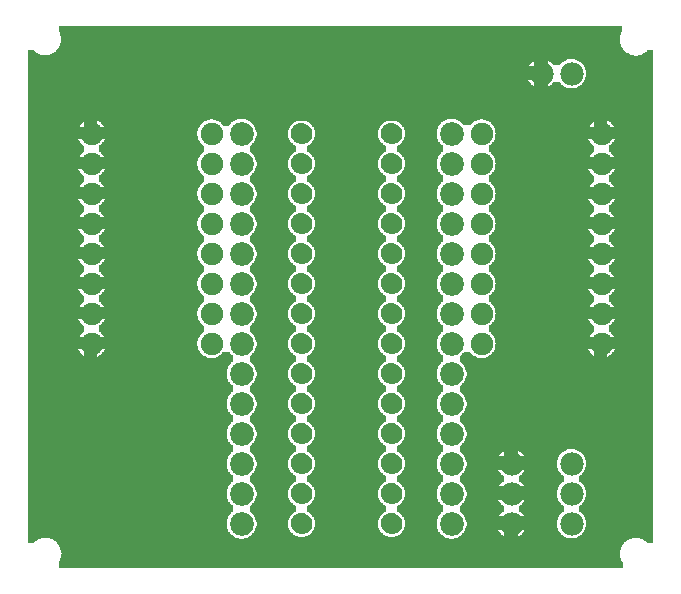
<source format=gbl>
G04 MADE WITH FRITZING*
G04 WWW.FRITZING.ORG*
G04 DOUBLE SIDED*
G04 HOLES PLATED*
G04 CONTOUR ON CENTER OF CONTOUR VECTOR*
%ASAXBY*%
%FSLAX23Y23*%
%MOIN*%
%OFA0B0*%
%SFA1.0B1.0*%
%ADD10C,0.075000*%
%ADD11C,0.070000*%
%ADD12C,0.079370*%
%ADD13C,0.078000*%
%ADD14R,0.001000X0.001000*%
%LNCOPPER0*%
G90*
G70*
G54D10*
X226Y1801D03*
G54D11*
X952Y1490D03*
X1252Y290D03*
X952Y1390D03*
X1252Y190D03*
X952Y1290D03*
X952Y1190D03*
X952Y1090D03*
X952Y990D03*
X952Y190D03*
X952Y290D03*
X952Y390D03*
X952Y490D03*
X952Y890D03*
X952Y690D03*
X952Y790D03*
X952Y590D03*
X1252Y690D03*
X1252Y590D03*
X1252Y490D03*
X1252Y390D03*
X1252Y890D03*
X1252Y790D03*
X1252Y1290D03*
X1252Y1190D03*
X1252Y1090D03*
X1252Y990D03*
X1252Y1490D03*
X1252Y1390D03*
G54D12*
X752Y1490D03*
X752Y1390D03*
X752Y1290D03*
X752Y1190D03*
X752Y1090D03*
X752Y990D03*
X752Y890D03*
X752Y790D03*
X752Y690D03*
X752Y590D03*
X752Y490D03*
X752Y390D03*
X752Y290D03*
X752Y190D03*
X1452Y1490D03*
X1452Y1390D03*
X1452Y1290D03*
X1452Y1190D03*
X1452Y1090D03*
X1452Y990D03*
X1452Y890D03*
X1452Y790D03*
X1452Y690D03*
X1452Y590D03*
X1452Y490D03*
X1452Y390D03*
X1452Y290D03*
X1452Y190D03*
G54D13*
X1852Y1690D03*
X1752Y1690D03*
G54D10*
X252Y990D03*
X652Y990D03*
X252Y890D03*
X652Y890D03*
X252Y1090D03*
X652Y1090D03*
X252Y1290D03*
X652Y1290D03*
X252Y1190D03*
X652Y1190D03*
X252Y1490D03*
X652Y1490D03*
X252Y790D03*
X652Y790D03*
X252Y1390D03*
X652Y1390D03*
X1552Y1090D03*
X1952Y1090D03*
X1552Y1490D03*
X1952Y1490D03*
X1552Y890D03*
X1952Y890D03*
X1552Y990D03*
X1952Y990D03*
X1552Y790D03*
X1952Y790D03*
X1552Y1190D03*
X1952Y1190D03*
X1552Y1290D03*
X1952Y1290D03*
X1552Y1390D03*
X1952Y1390D03*
G54D13*
X1852Y390D03*
X1852Y290D03*
X1852Y190D03*
X1652Y190D03*
X1652Y290D03*
X1652Y390D03*
G36*
X144Y1850D02*
X144Y1828D01*
X146Y1828D01*
X146Y1824D01*
X148Y1824D01*
X148Y1816D01*
X150Y1816D01*
X150Y1794D01*
X148Y1794D01*
X148Y1788D01*
X146Y1788D01*
X146Y1782D01*
X144Y1782D01*
X144Y1780D01*
X142Y1780D01*
X142Y1776D01*
X140Y1776D01*
X140Y1772D01*
X138Y1772D01*
X138Y1770D01*
X136Y1770D01*
X136Y1768D01*
X134Y1768D01*
X134Y1766D01*
X132Y1766D01*
X132Y1764D01*
X130Y1764D01*
X130Y1762D01*
X126Y1762D01*
X126Y1760D01*
X122Y1760D01*
X122Y1758D01*
X120Y1758D01*
X120Y1756D01*
X114Y1756D01*
X114Y1754D01*
X108Y1754D01*
X108Y1752D01*
X2052Y1752D01*
X2052Y1754D01*
X2046Y1754D01*
X2046Y1756D01*
X2042Y1756D01*
X2042Y1758D01*
X2038Y1758D01*
X2038Y1760D01*
X2034Y1760D01*
X2034Y1762D01*
X2032Y1762D01*
X2032Y1764D01*
X2030Y1764D01*
X2030Y1766D01*
X2028Y1766D01*
X2028Y1768D01*
X2026Y1768D01*
X2026Y1770D01*
X2024Y1770D01*
X2024Y1772D01*
X2022Y1772D01*
X2022Y1776D01*
X2020Y1776D01*
X2020Y1780D01*
X2018Y1780D01*
X2018Y1784D01*
X2016Y1784D01*
X2016Y1790D01*
X2014Y1790D01*
X2014Y1798D01*
X2012Y1798D01*
X2012Y1810D01*
X2014Y1810D01*
X2014Y1818D01*
X2016Y1818D01*
X2016Y1824D01*
X2018Y1824D01*
X2018Y1828D01*
X2020Y1828D01*
X2020Y1850D01*
X144Y1850D01*
G37*
D02*
G36*
X40Y1768D02*
X40Y1752D01*
X86Y1752D01*
X86Y1754D01*
X80Y1754D01*
X80Y1756D01*
X74Y1756D01*
X74Y1758D01*
X72Y1758D01*
X72Y1760D01*
X68Y1760D01*
X68Y1762D01*
X64Y1762D01*
X64Y1764D01*
X62Y1764D01*
X62Y1766D01*
X60Y1766D01*
X60Y1768D01*
X40Y1768D01*
G37*
D02*
G36*
X2104Y1768D02*
X2104Y1766D01*
X2102Y1766D01*
X2102Y1764D01*
X2100Y1764D01*
X2100Y1762D01*
X2098Y1762D01*
X2098Y1760D01*
X2094Y1760D01*
X2094Y1758D01*
X2090Y1758D01*
X2090Y1756D01*
X2086Y1756D01*
X2086Y1754D01*
X2080Y1754D01*
X2080Y1752D01*
X2072Y1752D01*
X2072Y1750D01*
X2124Y1750D01*
X2124Y1768D01*
X2104Y1768D01*
G37*
D02*
G36*
X40Y1752D02*
X40Y1750D01*
X2060Y1750D01*
X2060Y1752D01*
X40Y1752D01*
G37*
D02*
G36*
X40Y1752D02*
X40Y1750D01*
X2060Y1750D01*
X2060Y1752D01*
X40Y1752D01*
G37*
D02*
G36*
X40Y1750D02*
X40Y1748D01*
X2124Y1748D01*
X2124Y1750D01*
X40Y1750D01*
G37*
D02*
G36*
X40Y1750D02*
X40Y1748D01*
X2124Y1748D01*
X2124Y1750D01*
X40Y1750D01*
G37*
D02*
G36*
X40Y1748D02*
X40Y1738D01*
X1864Y1738D01*
X1864Y1736D01*
X1870Y1736D01*
X1870Y1734D01*
X1874Y1734D01*
X1874Y1732D01*
X1878Y1732D01*
X1878Y1730D01*
X1880Y1730D01*
X1880Y1728D01*
X1884Y1728D01*
X1884Y1726D01*
X1886Y1726D01*
X1886Y1724D01*
X1888Y1724D01*
X1888Y1722D01*
X1890Y1722D01*
X1890Y1718D01*
X1892Y1718D01*
X1892Y1716D01*
X1894Y1716D01*
X1894Y1712D01*
X1896Y1712D01*
X1896Y1708D01*
X1898Y1708D01*
X1898Y1702D01*
X1900Y1702D01*
X1900Y1678D01*
X1898Y1678D01*
X1898Y1672D01*
X1896Y1672D01*
X1896Y1668D01*
X1894Y1668D01*
X1894Y1664D01*
X1892Y1664D01*
X1892Y1662D01*
X1890Y1662D01*
X1890Y1658D01*
X1888Y1658D01*
X1888Y1656D01*
X1886Y1656D01*
X1886Y1654D01*
X1884Y1654D01*
X1884Y1652D01*
X1880Y1652D01*
X1880Y1650D01*
X1878Y1650D01*
X1878Y1648D01*
X1874Y1648D01*
X1874Y1646D01*
X1870Y1646D01*
X1870Y1644D01*
X1864Y1644D01*
X1864Y1642D01*
X2124Y1642D01*
X2124Y1748D01*
X40Y1748D01*
G37*
D02*
G36*
X40Y1738D02*
X40Y1642D01*
X1738Y1642D01*
X1738Y1644D01*
X1732Y1644D01*
X1732Y1646D01*
X1728Y1646D01*
X1728Y1648D01*
X1726Y1648D01*
X1726Y1650D01*
X1722Y1650D01*
X1722Y1652D01*
X1720Y1652D01*
X1720Y1654D01*
X1718Y1654D01*
X1718Y1656D01*
X1716Y1656D01*
X1716Y1658D01*
X1714Y1658D01*
X1714Y1660D01*
X1712Y1660D01*
X1712Y1662D01*
X1710Y1662D01*
X1710Y1666D01*
X1708Y1666D01*
X1708Y1670D01*
X1706Y1670D01*
X1706Y1676D01*
X1704Y1676D01*
X1704Y1684D01*
X1702Y1684D01*
X1702Y1696D01*
X1704Y1696D01*
X1704Y1704D01*
X1706Y1704D01*
X1706Y1710D01*
X1708Y1710D01*
X1708Y1714D01*
X1710Y1714D01*
X1710Y1718D01*
X1712Y1718D01*
X1712Y1720D01*
X1714Y1720D01*
X1714Y1722D01*
X1716Y1722D01*
X1716Y1724D01*
X1718Y1724D01*
X1718Y1726D01*
X1720Y1726D01*
X1720Y1728D01*
X1722Y1728D01*
X1722Y1730D01*
X1726Y1730D01*
X1726Y1732D01*
X1728Y1732D01*
X1728Y1734D01*
X1732Y1734D01*
X1732Y1736D01*
X1738Y1736D01*
X1738Y1738D01*
X40Y1738D01*
G37*
D02*
G36*
X1764Y1738D02*
X1764Y1736D01*
X1770Y1736D01*
X1770Y1734D01*
X1774Y1734D01*
X1774Y1732D01*
X1778Y1732D01*
X1778Y1730D01*
X1780Y1730D01*
X1780Y1728D01*
X1784Y1728D01*
X1784Y1726D01*
X1786Y1726D01*
X1786Y1724D01*
X1788Y1724D01*
X1788Y1722D01*
X1790Y1722D01*
X1790Y1718D01*
X1812Y1718D01*
X1812Y1720D01*
X1814Y1720D01*
X1814Y1722D01*
X1816Y1722D01*
X1816Y1724D01*
X1818Y1724D01*
X1818Y1726D01*
X1820Y1726D01*
X1820Y1728D01*
X1822Y1728D01*
X1822Y1730D01*
X1826Y1730D01*
X1826Y1732D01*
X1828Y1732D01*
X1828Y1734D01*
X1832Y1734D01*
X1832Y1736D01*
X1838Y1736D01*
X1838Y1738D01*
X1764Y1738D01*
G37*
D02*
G36*
X1790Y1662D02*
X1790Y1658D01*
X1788Y1658D01*
X1788Y1656D01*
X1786Y1656D01*
X1786Y1654D01*
X1784Y1654D01*
X1784Y1652D01*
X1780Y1652D01*
X1780Y1650D01*
X1778Y1650D01*
X1778Y1648D01*
X1774Y1648D01*
X1774Y1646D01*
X1770Y1646D01*
X1770Y1644D01*
X1764Y1644D01*
X1764Y1642D01*
X1838Y1642D01*
X1838Y1644D01*
X1832Y1644D01*
X1832Y1646D01*
X1828Y1646D01*
X1828Y1648D01*
X1826Y1648D01*
X1826Y1650D01*
X1822Y1650D01*
X1822Y1652D01*
X1820Y1652D01*
X1820Y1654D01*
X1818Y1654D01*
X1818Y1656D01*
X1816Y1656D01*
X1816Y1658D01*
X1814Y1658D01*
X1814Y1660D01*
X1812Y1660D01*
X1812Y1662D01*
X1790Y1662D01*
G37*
D02*
G36*
X40Y1642D02*
X40Y1640D01*
X2124Y1640D01*
X2124Y1642D01*
X40Y1642D01*
G37*
D02*
G36*
X40Y1642D02*
X40Y1640D01*
X2124Y1640D01*
X2124Y1642D01*
X40Y1642D01*
G37*
D02*
G36*
X40Y1642D02*
X40Y1640D01*
X2124Y1640D01*
X2124Y1642D01*
X40Y1642D01*
G37*
D02*
G36*
X40Y1640D02*
X40Y1540D01*
X1458Y1540D01*
X1458Y1538D01*
X1958Y1538D01*
X1958Y1536D01*
X1966Y1536D01*
X1966Y1534D01*
X1972Y1534D01*
X1972Y1532D01*
X1976Y1532D01*
X1976Y1530D01*
X1978Y1530D01*
X1978Y1528D01*
X1982Y1528D01*
X1982Y1526D01*
X1984Y1526D01*
X1984Y1524D01*
X1986Y1524D01*
X1986Y1522D01*
X1988Y1522D01*
X1988Y1518D01*
X1990Y1518D01*
X1990Y1516D01*
X1992Y1516D01*
X1992Y1512D01*
X1994Y1512D01*
X1994Y1510D01*
X1996Y1510D01*
X1996Y1504D01*
X1998Y1504D01*
X1998Y1492D01*
X2000Y1492D01*
X2000Y1488D01*
X1998Y1488D01*
X1998Y1476D01*
X1996Y1476D01*
X1996Y1470D01*
X1994Y1470D01*
X1994Y1468D01*
X1992Y1468D01*
X1992Y1464D01*
X1990Y1464D01*
X1990Y1462D01*
X1988Y1462D01*
X1988Y1458D01*
X1986Y1458D01*
X1986Y1456D01*
X1984Y1456D01*
X1984Y1454D01*
X1982Y1454D01*
X1982Y1452D01*
X1978Y1452D01*
X1978Y1450D01*
X1976Y1450D01*
X1976Y1430D01*
X1978Y1430D01*
X1978Y1428D01*
X1982Y1428D01*
X1982Y1426D01*
X1984Y1426D01*
X1984Y1424D01*
X1986Y1424D01*
X1986Y1422D01*
X1988Y1422D01*
X1988Y1418D01*
X1990Y1418D01*
X1990Y1416D01*
X1992Y1416D01*
X1992Y1412D01*
X1994Y1412D01*
X1994Y1410D01*
X1996Y1410D01*
X1996Y1404D01*
X1998Y1404D01*
X1998Y1392D01*
X2000Y1392D01*
X2000Y1388D01*
X1998Y1388D01*
X1998Y1376D01*
X1996Y1376D01*
X1996Y1370D01*
X1994Y1370D01*
X1994Y1368D01*
X1992Y1368D01*
X1992Y1364D01*
X1990Y1364D01*
X1990Y1362D01*
X1988Y1362D01*
X1988Y1358D01*
X1986Y1358D01*
X1986Y1356D01*
X1984Y1356D01*
X1984Y1354D01*
X1982Y1354D01*
X1982Y1352D01*
X1978Y1352D01*
X1978Y1350D01*
X1976Y1350D01*
X1976Y1330D01*
X1978Y1330D01*
X1978Y1328D01*
X1982Y1328D01*
X1982Y1326D01*
X1984Y1326D01*
X1984Y1324D01*
X1986Y1324D01*
X1986Y1322D01*
X1988Y1322D01*
X1988Y1318D01*
X1990Y1318D01*
X1990Y1316D01*
X1992Y1316D01*
X1992Y1312D01*
X1994Y1312D01*
X1994Y1310D01*
X1996Y1310D01*
X1996Y1304D01*
X1998Y1304D01*
X1998Y1292D01*
X2000Y1292D01*
X2000Y1288D01*
X1998Y1288D01*
X1998Y1276D01*
X1996Y1276D01*
X1996Y1270D01*
X1994Y1270D01*
X1994Y1268D01*
X1992Y1268D01*
X1992Y1264D01*
X1990Y1264D01*
X1990Y1262D01*
X1988Y1262D01*
X1988Y1258D01*
X1986Y1258D01*
X1986Y1256D01*
X1984Y1256D01*
X1984Y1254D01*
X1982Y1254D01*
X1982Y1252D01*
X1978Y1252D01*
X1978Y1250D01*
X1976Y1250D01*
X1976Y1230D01*
X1978Y1230D01*
X1978Y1228D01*
X1982Y1228D01*
X1982Y1226D01*
X1984Y1226D01*
X1984Y1224D01*
X1986Y1224D01*
X1986Y1222D01*
X1988Y1222D01*
X1988Y1218D01*
X1990Y1218D01*
X1990Y1216D01*
X1992Y1216D01*
X1992Y1212D01*
X1994Y1212D01*
X1994Y1210D01*
X1996Y1210D01*
X1996Y1204D01*
X1998Y1204D01*
X1998Y1192D01*
X2000Y1192D01*
X2000Y1188D01*
X1998Y1188D01*
X1998Y1176D01*
X1996Y1176D01*
X1996Y1170D01*
X1994Y1170D01*
X1994Y1168D01*
X1992Y1168D01*
X1992Y1164D01*
X1990Y1164D01*
X1990Y1162D01*
X1988Y1162D01*
X1988Y1158D01*
X1986Y1158D01*
X1986Y1156D01*
X1984Y1156D01*
X1984Y1154D01*
X1982Y1154D01*
X1982Y1152D01*
X1978Y1152D01*
X1978Y1150D01*
X1976Y1150D01*
X1976Y1130D01*
X1978Y1130D01*
X1978Y1128D01*
X1982Y1128D01*
X1982Y1126D01*
X1984Y1126D01*
X1984Y1124D01*
X1986Y1124D01*
X1986Y1122D01*
X1988Y1122D01*
X1988Y1118D01*
X1990Y1118D01*
X1990Y1116D01*
X1992Y1116D01*
X1992Y1112D01*
X1994Y1112D01*
X1994Y1110D01*
X1996Y1110D01*
X1996Y1104D01*
X1998Y1104D01*
X1998Y1092D01*
X2000Y1092D01*
X2000Y1088D01*
X1998Y1088D01*
X1998Y1076D01*
X1996Y1076D01*
X1996Y1070D01*
X1994Y1070D01*
X1994Y1068D01*
X1992Y1068D01*
X1992Y1064D01*
X1990Y1064D01*
X1990Y1062D01*
X1988Y1062D01*
X1988Y1058D01*
X1986Y1058D01*
X1986Y1056D01*
X1984Y1056D01*
X1984Y1054D01*
X1982Y1054D01*
X1982Y1052D01*
X1978Y1052D01*
X1978Y1050D01*
X1976Y1050D01*
X1976Y1030D01*
X1978Y1030D01*
X1978Y1028D01*
X1982Y1028D01*
X1982Y1026D01*
X1984Y1026D01*
X1984Y1024D01*
X1986Y1024D01*
X1986Y1022D01*
X1988Y1022D01*
X1988Y1018D01*
X1990Y1018D01*
X1990Y1016D01*
X1992Y1016D01*
X1992Y1012D01*
X1994Y1012D01*
X1994Y1010D01*
X1996Y1010D01*
X1996Y1004D01*
X1998Y1004D01*
X1998Y992D01*
X2000Y992D01*
X2000Y988D01*
X1998Y988D01*
X1998Y976D01*
X1996Y976D01*
X1996Y970D01*
X1994Y970D01*
X1994Y968D01*
X1992Y968D01*
X1992Y964D01*
X1990Y964D01*
X1990Y962D01*
X1988Y962D01*
X1988Y958D01*
X1986Y958D01*
X1986Y956D01*
X1984Y956D01*
X1984Y954D01*
X1982Y954D01*
X1982Y952D01*
X1978Y952D01*
X1978Y950D01*
X1976Y950D01*
X1976Y930D01*
X1978Y930D01*
X1978Y928D01*
X1982Y928D01*
X1982Y926D01*
X1984Y926D01*
X1984Y924D01*
X1986Y924D01*
X1986Y922D01*
X1988Y922D01*
X1988Y918D01*
X1990Y918D01*
X1990Y916D01*
X1992Y916D01*
X1992Y912D01*
X1994Y912D01*
X1994Y910D01*
X1996Y910D01*
X1996Y904D01*
X1998Y904D01*
X1998Y892D01*
X2000Y892D01*
X2000Y888D01*
X1998Y888D01*
X1998Y876D01*
X1996Y876D01*
X1996Y870D01*
X1994Y870D01*
X1994Y868D01*
X1992Y868D01*
X1992Y864D01*
X1990Y864D01*
X1990Y862D01*
X1988Y862D01*
X1988Y858D01*
X1986Y858D01*
X1986Y856D01*
X1984Y856D01*
X1984Y854D01*
X1982Y854D01*
X1982Y852D01*
X1978Y852D01*
X1978Y850D01*
X1976Y850D01*
X1976Y830D01*
X1978Y830D01*
X1978Y828D01*
X1982Y828D01*
X1982Y826D01*
X1984Y826D01*
X1984Y824D01*
X1986Y824D01*
X1986Y822D01*
X1988Y822D01*
X1988Y818D01*
X1990Y818D01*
X1990Y816D01*
X1992Y816D01*
X1992Y812D01*
X1994Y812D01*
X1994Y810D01*
X1996Y810D01*
X1996Y804D01*
X1998Y804D01*
X1998Y792D01*
X2000Y792D01*
X2000Y788D01*
X1998Y788D01*
X1998Y776D01*
X1996Y776D01*
X1996Y770D01*
X1994Y770D01*
X1994Y768D01*
X1992Y768D01*
X1992Y764D01*
X1990Y764D01*
X1990Y762D01*
X1988Y762D01*
X1988Y758D01*
X1986Y758D01*
X1986Y756D01*
X1984Y756D01*
X1984Y754D01*
X1982Y754D01*
X1982Y752D01*
X1978Y752D01*
X1978Y750D01*
X1976Y750D01*
X1976Y748D01*
X1972Y748D01*
X1972Y746D01*
X1966Y746D01*
X1966Y744D01*
X1958Y744D01*
X1958Y742D01*
X2124Y742D01*
X2124Y1640D01*
X40Y1640D01*
G37*
D02*
G36*
X40Y1540D02*
X40Y1538D01*
X658Y1538D01*
X658Y1536D01*
X666Y1536D01*
X666Y1534D01*
X672Y1534D01*
X672Y1532D01*
X676Y1532D01*
X676Y1530D01*
X678Y1530D01*
X678Y1528D01*
X682Y1528D01*
X682Y1526D01*
X684Y1526D01*
X684Y1524D01*
X686Y1524D01*
X686Y1522D01*
X688Y1522D01*
X688Y1518D01*
X690Y1518D01*
X690Y1516D01*
X710Y1516D01*
X710Y1518D01*
X712Y1518D01*
X712Y1520D01*
X714Y1520D01*
X714Y1524D01*
X716Y1524D01*
X716Y1526D01*
X718Y1526D01*
X718Y1528D01*
X722Y1528D01*
X722Y1530D01*
X724Y1530D01*
X724Y1532D01*
X728Y1532D01*
X728Y1534D01*
X730Y1534D01*
X730Y1536D01*
X736Y1536D01*
X736Y1538D01*
X744Y1538D01*
X744Y1540D01*
X40Y1540D01*
G37*
D02*
G36*
X758Y1540D02*
X758Y1538D01*
X766Y1538D01*
X766Y1536D01*
X772Y1536D01*
X772Y1534D01*
X1264Y1534D01*
X1264Y1532D01*
X1270Y1532D01*
X1270Y1530D01*
X1274Y1530D01*
X1274Y1528D01*
X1278Y1528D01*
X1278Y1526D01*
X1280Y1526D01*
X1280Y1524D01*
X1282Y1524D01*
X1282Y1522D01*
X1284Y1522D01*
X1284Y1520D01*
X1286Y1520D01*
X1286Y1518D01*
X1288Y1518D01*
X1288Y1514D01*
X1290Y1514D01*
X1290Y1512D01*
X1292Y1512D01*
X1292Y1508D01*
X1294Y1508D01*
X1294Y1502D01*
X1296Y1502D01*
X1296Y1478D01*
X1294Y1478D01*
X1294Y1472D01*
X1292Y1472D01*
X1292Y1468D01*
X1290Y1468D01*
X1290Y1466D01*
X1288Y1466D01*
X1288Y1462D01*
X1286Y1462D01*
X1286Y1460D01*
X1284Y1460D01*
X1284Y1458D01*
X1282Y1458D01*
X1282Y1456D01*
X1280Y1456D01*
X1280Y1454D01*
X1278Y1454D01*
X1278Y1452D01*
X1274Y1452D01*
X1274Y1450D01*
X1270Y1450D01*
X1270Y1430D01*
X1274Y1430D01*
X1274Y1428D01*
X1278Y1428D01*
X1278Y1426D01*
X1280Y1426D01*
X1280Y1424D01*
X1282Y1424D01*
X1282Y1422D01*
X1284Y1422D01*
X1284Y1420D01*
X1286Y1420D01*
X1286Y1418D01*
X1288Y1418D01*
X1288Y1414D01*
X1290Y1414D01*
X1290Y1412D01*
X1292Y1412D01*
X1292Y1408D01*
X1294Y1408D01*
X1294Y1402D01*
X1296Y1402D01*
X1296Y1378D01*
X1294Y1378D01*
X1294Y1372D01*
X1292Y1372D01*
X1292Y1368D01*
X1290Y1368D01*
X1290Y1366D01*
X1288Y1366D01*
X1288Y1362D01*
X1286Y1362D01*
X1286Y1360D01*
X1284Y1360D01*
X1284Y1358D01*
X1282Y1358D01*
X1282Y1356D01*
X1280Y1356D01*
X1280Y1354D01*
X1278Y1354D01*
X1278Y1352D01*
X1274Y1352D01*
X1274Y1350D01*
X1270Y1350D01*
X1270Y1330D01*
X1274Y1330D01*
X1274Y1328D01*
X1278Y1328D01*
X1278Y1326D01*
X1280Y1326D01*
X1280Y1324D01*
X1282Y1324D01*
X1282Y1322D01*
X1284Y1322D01*
X1284Y1320D01*
X1286Y1320D01*
X1286Y1318D01*
X1288Y1318D01*
X1288Y1314D01*
X1290Y1314D01*
X1290Y1312D01*
X1292Y1312D01*
X1292Y1308D01*
X1294Y1308D01*
X1294Y1302D01*
X1296Y1302D01*
X1296Y1278D01*
X1294Y1278D01*
X1294Y1272D01*
X1292Y1272D01*
X1292Y1268D01*
X1290Y1268D01*
X1290Y1266D01*
X1288Y1266D01*
X1288Y1262D01*
X1286Y1262D01*
X1286Y1260D01*
X1284Y1260D01*
X1284Y1258D01*
X1282Y1258D01*
X1282Y1256D01*
X1280Y1256D01*
X1280Y1254D01*
X1278Y1254D01*
X1278Y1252D01*
X1274Y1252D01*
X1274Y1250D01*
X1270Y1250D01*
X1270Y1230D01*
X1274Y1230D01*
X1274Y1228D01*
X1278Y1228D01*
X1278Y1226D01*
X1280Y1226D01*
X1280Y1224D01*
X1282Y1224D01*
X1282Y1222D01*
X1284Y1222D01*
X1284Y1220D01*
X1286Y1220D01*
X1286Y1218D01*
X1288Y1218D01*
X1288Y1214D01*
X1290Y1214D01*
X1290Y1212D01*
X1292Y1212D01*
X1292Y1208D01*
X1294Y1208D01*
X1294Y1202D01*
X1296Y1202D01*
X1296Y1178D01*
X1294Y1178D01*
X1294Y1172D01*
X1292Y1172D01*
X1292Y1168D01*
X1290Y1168D01*
X1290Y1166D01*
X1288Y1166D01*
X1288Y1162D01*
X1286Y1162D01*
X1286Y1160D01*
X1284Y1160D01*
X1284Y1158D01*
X1282Y1158D01*
X1282Y1156D01*
X1280Y1156D01*
X1280Y1154D01*
X1278Y1154D01*
X1278Y1152D01*
X1274Y1152D01*
X1274Y1150D01*
X1270Y1150D01*
X1270Y1130D01*
X1274Y1130D01*
X1274Y1128D01*
X1278Y1128D01*
X1278Y1126D01*
X1280Y1126D01*
X1280Y1124D01*
X1282Y1124D01*
X1282Y1122D01*
X1284Y1122D01*
X1284Y1120D01*
X1286Y1120D01*
X1286Y1118D01*
X1288Y1118D01*
X1288Y1114D01*
X1290Y1114D01*
X1290Y1112D01*
X1292Y1112D01*
X1292Y1108D01*
X1294Y1108D01*
X1294Y1102D01*
X1296Y1102D01*
X1296Y1078D01*
X1294Y1078D01*
X1294Y1072D01*
X1292Y1072D01*
X1292Y1068D01*
X1290Y1068D01*
X1290Y1066D01*
X1288Y1066D01*
X1288Y1062D01*
X1286Y1062D01*
X1286Y1060D01*
X1284Y1060D01*
X1284Y1058D01*
X1282Y1058D01*
X1282Y1056D01*
X1280Y1056D01*
X1280Y1054D01*
X1278Y1054D01*
X1278Y1052D01*
X1274Y1052D01*
X1274Y1050D01*
X1270Y1050D01*
X1270Y1030D01*
X1274Y1030D01*
X1274Y1028D01*
X1278Y1028D01*
X1278Y1026D01*
X1280Y1026D01*
X1280Y1024D01*
X1282Y1024D01*
X1282Y1022D01*
X1284Y1022D01*
X1284Y1020D01*
X1286Y1020D01*
X1286Y1018D01*
X1288Y1018D01*
X1288Y1014D01*
X1290Y1014D01*
X1290Y1012D01*
X1292Y1012D01*
X1292Y1008D01*
X1294Y1008D01*
X1294Y1002D01*
X1296Y1002D01*
X1296Y978D01*
X1294Y978D01*
X1294Y972D01*
X1292Y972D01*
X1292Y968D01*
X1290Y968D01*
X1290Y966D01*
X1288Y966D01*
X1288Y962D01*
X1286Y962D01*
X1286Y960D01*
X1284Y960D01*
X1284Y958D01*
X1282Y958D01*
X1282Y956D01*
X1280Y956D01*
X1280Y954D01*
X1278Y954D01*
X1278Y952D01*
X1274Y952D01*
X1274Y950D01*
X1270Y950D01*
X1270Y930D01*
X1274Y930D01*
X1274Y928D01*
X1278Y928D01*
X1278Y926D01*
X1280Y926D01*
X1280Y924D01*
X1282Y924D01*
X1282Y922D01*
X1284Y922D01*
X1284Y920D01*
X1286Y920D01*
X1286Y918D01*
X1288Y918D01*
X1288Y914D01*
X1290Y914D01*
X1290Y912D01*
X1292Y912D01*
X1292Y908D01*
X1294Y908D01*
X1294Y902D01*
X1296Y902D01*
X1296Y878D01*
X1294Y878D01*
X1294Y872D01*
X1292Y872D01*
X1292Y868D01*
X1290Y868D01*
X1290Y866D01*
X1288Y866D01*
X1288Y862D01*
X1286Y862D01*
X1286Y860D01*
X1284Y860D01*
X1284Y858D01*
X1282Y858D01*
X1282Y856D01*
X1280Y856D01*
X1280Y854D01*
X1278Y854D01*
X1278Y852D01*
X1274Y852D01*
X1274Y850D01*
X1270Y850D01*
X1270Y830D01*
X1274Y830D01*
X1274Y828D01*
X1278Y828D01*
X1278Y826D01*
X1280Y826D01*
X1280Y824D01*
X1282Y824D01*
X1282Y822D01*
X1284Y822D01*
X1284Y820D01*
X1286Y820D01*
X1286Y818D01*
X1288Y818D01*
X1288Y814D01*
X1290Y814D01*
X1290Y812D01*
X1292Y812D01*
X1292Y808D01*
X1294Y808D01*
X1294Y802D01*
X1296Y802D01*
X1296Y778D01*
X1294Y778D01*
X1294Y772D01*
X1292Y772D01*
X1292Y768D01*
X1290Y768D01*
X1290Y766D01*
X1288Y766D01*
X1288Y762D01*
X1286Y762D01*
X1286Y760D01*
X1284Y760D01*
X1284Y758D01*
X1282Y758D01*
X1282Y756D01*
X1280Y756D01*
X1280Y754D01*
X1278Y754D01*
X1278Y752D01*
X1274Y752D01*
X1274Y750D01*
X1270Y750D01*
X1270Y730D01*
X1274Y730D01*
X1274Y728D01*
X1278Y728D01*
X1278Y726D01*
X1280Y726D01*
X1280Y724D01*
X1282Y724D01*
X1282Y722D01*
X1284Y722D01*
X1284Y720D01*
X1286Y720D01*
X1286Y718D01*
X1288Y718D01*
X1288Y714D01*
X1290Y714D01*
X1290Y712D01*
X1292Y712D01*
X1292Y708D01*
X1294Y708D01*
X1294Y702D01*
X1296Y702D01*
X1296Y678D01*
X1294Y678D01*
X1294Y672D01*
X1292Y672D01*
X1292Y668D01*
X1290Y668D01*
X1290Y666D01*
X1288Y666D01*
X1288Y662D01*
X1286Y662D01*
X1286Y660D01*
X1284Y660D01*
X1284Y658D01*
X1282Y658D01*
X1282Y656D01*
X1280Y656D01*
X1280Y654D01*
X1278Y654D01*
X1278Y652D01*
X1274Y652D01*
X1274Y650D01*
X1270Y650D01*
X1270Y630D01*
X1274Y630D01*
X1274Y628D01*
X1278Y628D01*
X1278Y626D01*
X1280Y626D01*
X1280Y624D01*
X1282Y624D01*
X1282Y622D01*
X1284Y622D01*
X1284Y620D01*
X1286Y620D01*
X1286Y618D01*
X1288Y618D01*
X1288Y614D01*
X1290Y614D01*
X1290Y612D01*
X1292Y612D01*
X1292Y608D01*
X1294Y608D01*
X1294Y602D01*
X1296Y602D01*
X1296Y578D01*
X1294Y578D01*
X1294Y572D01*
X1292Y572D01*
X1292Y568D01*
X1290Y568D01*
X1290Y566D01*
X1288Y566D01*
X1288Y562D01*
X1286Y562D01*
X1286Y560D01*
X1284Y560D01*
X1284Y558D01*
X1282Y558D01*
X1282Y556D01*
X1280Y556D01*
X1280Y554D01*
X1278Y554D01*
X1278Y552D01*
X1274Y552D01*
X1274Y550D01*
X1270Y550D01*
X1270Y530D01*
X1274Y530D01*
X1274Y528D01*
X1278Y528D01*
X1278Y526D01*
X1280Y526D01*
X1280Y524D01*
X1282Y524D01*
X1282Y522D01*
X1284Y522D01*
X1284Y520D01*
X1286Y520D01*
X1286Y518D01*
X1288Y518D01*
X1288Y514D01*
X1290Y514D01*
X1290Y512D01*
X1292Y512D01*
X1292Y508D01*
X1294Y508D01*
X1294Y502D01*
X1296Y502D01*
X1296Y478D01*
X1294Y478D01*
X1294Y472D01*
X1292Y472D01*
X1292Y468D01*
X1290Y468D01*
X1290Y466D01*
X1288Y466D01*
X1288Y462D01*
X1286Y462D01*
X1286Y460D01*
X1284Y460D01*
X1284Y458D01*
X1282Y458D01*
X1282Y456D01*
X1280Y456D01*
X1280Y454D01*
X1278Y454D01*
X1278Y452D01*
X1274Y452D01*
X1274Y450D01*
X1270Y450D01*
X1270Y430D01*
X1274Y430D01*
X1274Y428D01*
X1278Y428D01*
X1278Y426D01*
X1280Y426D01*
X1280Y424D01*
X1282Y424D01*
X1282Y422D01*
X1284Y422D01*
X1284Y420D01*
X1286Y420D01*
X1286Y418D01*
X1288Y418D01*
X1288Y414D01*
X1290Y414D01*
X1290Y412D01*
X1292Y412D01*
X1292Y408D01*
X1294Y408D01*
X1294Y402D01*
X1296Y402D01*
X1296Y378D01*
X1294Y378D01*
X1294Y372D01*
X1292Y372D01*
X1292Y368D01*
X1290Y368D01*
X1290Y366D01*
X1288Y366D01*
X1288Y362D01*
X1286Y362D01*
X1286Y360D01*
X1284Y360D01*
X1284Y358D01*
X1282Y358D01*
X1282Y356D01*
X1280Y356D01*
X1280Y354D01*
X1278Y354D01*
X1278Y352D01*
X1274Y352D01*
X1274Y350D01*
X1270Y350D01*
X1270Y330D01*
X1274Y330D01*
X1274Y328D01*
X1278Y328D01*
X1278Y326D01*
X1280Y326D01*
X1280Y324D01*
X1282Y324D01*
X1282Y322D01*
X1284Y322D01*
X1284Y320D01*
X1286Y320D01*
X1286Y318D01*
X1288Y318D01*
X1288Y314D01*
X1290Y314D01*
X1290Y312D01*
X1292Y312D01*
X1292Y308D01*
X1294Y308D01*
X1294Y302D01*
X1296Y302D01*
X1296Y278D01*
X1294Y278D01*
X1294Y272D01*
X1292Y272D01*
X1292Y268D01*
X1290Y268D01*
X1290Y266D01*
X1288Y266D01*
X1288Y262D01*
X1286Y262D01*
X1286Y260D01*
X1284Y260D01*
X1284Y258D01*
X1282Y258D01*
X1282Y256D01*
X1280Y256D01*
X1280Y254D01*
X1278Y254D01*
X1278Y252D01*
X1274Y252D01*
X1274Y250D01*
X1270Y250D01*
X1270Y230D01*
X1274Y230D01*
X1274Y228D01*
X1278Y228D01*
X1278Y226D01*
X1280Y226D01*
X1280Y224D01*
X1282Y224D01*
X1282Y222D01*
X1284Y222D01*
X1284Y220D01*
X1286Y220D01*
X1286Y218D01*
X1288Y218D01*
X1288Y214D01*
X1290Y214D01*
X1290Y212D01*
X1292Y212D01*
X1292Y208D01*
X1294Y208D01*
X1294Y202D01*
X1296Y202D01*
X1296Y178D01*
X1294Y178D01*
X1294Y172D01*
X1292Y172D01*
X1292Y168D01*
X1290Y168D01*
X1290Y166D01*
X1288Y166D01*
X1288Y162D01*
X1286Y162D01*
X1286Y160D01*
X1284Y160D01*
X1284Y158D01*
X1282Y158D01*
X1282Y156D01*
X1280Y156D01*
X1280Y154D01*
X1278Y154D01*
X1278Y152D01*
X1274Y152D01*
X1274Y150D01*
X1270Y150D01*
X1270Y148D01*
X1264Y148D01*
X1264Y146D01*
X1428Y146D01*
X1428Y148D01*
X1424Y148D01*
X1424Y150D01*
X1422Y150D01*
X1422Y152D01*
X1418Y152D01*
X1418Y154D01*
X1416Y154D01*
X1416Y156D01*
X1414Y156D01*
X1414Y160D01*
X1412Y160D01*
X1412Y162D01*
X1410Y162D01*
X1410Y164D01*
X1408Y164D01*
X1408Y168D01*
X1406Y168D01*
X1406Y174D01*
X1404Y174D01*
X1404Y180D01*
X1402Y180D01*
X1402Y200D01*
X1404Y200D01*
X1404Y206D01*
X1406Y206D01*
X1406Y212D01*
X1408Y212D01*
X1408Y216D01*
X1410Y216D01*
X1410Y218D01*
X1412Y218D01*
X1412Y220D01*
X1414Y220D01*
X1414Y224D01*
X1416Y224D01*
X1416Y226D01*
X1418Y226D01*
X1418Y228D01*
X1422Y228D01*
X1422Y230D01*
X1424Y230D01*
X1424Y250D01*
X1422Y250D01*
X1422Y252D01*
X1418Y252D01*
X1418Y254D01*
X1416Y254D01*
X1416Y256D01*
X1414Y256D01*
X1414Y260D01*
X1412Y260D01*
X1412Y262D01*
X1410Y262D01*
X1410Y264D01*
X1408Y264D01*
X1408Y268D01*
X1406Y268D01*
X1406Y274D01*
X1404Y274D01*
X1404Y280D01*
X1402Y280D01*
X1402Y300D01*
X1404Y300D01*
X1404Y306D01*
X1406Y306D01*
X1406Y312D01*
X1408Y312D01*
X1408Y316D01*
X1410Y316D01*
X1410Y318D01*
X1412Y318D01*
X1412Y320D01*
X1414Y320D01*
X1414Y324D01*
X1416Y324D01*
X1416Y326D01*
X1418Y326D01*
X1418Y328D01*
X1422Y328D01*
X1422Y330D01*
X1424Y330D01*
X1424Y350D01*
X1422Y350D01*
X1422Y352D01*
X1418Y352D01*
X1418Y354D01*
X1416Y354D01*
X1416Y356D01*
X1414Y356D01*
X1414Y360D01*
X1412Y360D01*
X1412Y362D01*
X1410Y362D01*
X1410Y364D01*
X1408Y364D01*
X1408Y368D01*
X1406Y368D01*
X1406Y374D01*
X1404Y374D01*
X1404Y380D01*
X1402Y380D01*
X1402Y400D01*
X1404Y400D01*
X1404Y406D01*
X1406Y406D01*
X1406Y412D01*
X1408Y412D01*
X1408Y416D01*
X1410Y416D01*
X1410Y418D01*
X1412Y418D01*
X1412Y420D01*
X1414Y420D01*
X1414Y424D01*
X1416Y424D01*
X1416Y426D01*
X1418Y426D01*
X1418Y428D01*
X1422Y428D01*
X1422Y430D01*
X1424Y430D01*
X1424Y450D01*
X1422Y450D01*
X1422Y452D01*
X1418Y452D01*
X1418Y454D01*
X1416Y454D01*
X1416Y456D01*
X1414Y456D01*
X1414Y460D01*
X1412Y460D01*
X1412Y462D01*
X1410Y462D01*
X1410Y464D01*
X1408Y464D01*
X1408Y468D01*
X1406Y468D01*
X1406Y474D01*
X1404Y474D01*
X1404Y480D01*
X1402Y480D01*
X1402Y500D01*
X1404Y500D01*
X1404Y506D01*
X1406Y506D01*
X1406Y512D01*
X1408Y512D01*
X1408Y516D01*
X1410Y516D01*
X1410Y518D01*
X1412Y518D01*
X1412Y520D01*
X1414Y520D01*
X1414Y524D01*
X1416Y524D01*
X1416Y526D01*
X1418Y526D01*
X1418Y528D01*
X1422Y528D01*
X1422Y530D01*
X1424Y530D01*
X1424Y550D01*
X1422Y550D01*
X1422Y552D01*
X1418Y552D01*
X1418Y554D01*
X1416Y554D01*
X1416Y556D01*
X1414Y556D01*
X1414Y560D01*
X1412Y560D01*
X1412Y562D01*
X1410Y562D01*
X1410Y564D01*
X1408Y564D01*
X1408Y568D01*
X1406Y568D01*
X1406Y574D01*
X1404Y574D01*
X1404Y580D01*
X1402Y580D01*
X1402Y600D01*
X1404Y600D01*
X1404Y606D01*
X1406Y606D01*
X1406Y612D01*
X1408Y612D01*
X1408Y616D01*
X1410Y616D01*
X1410Y618D01*
X1412Y618D01*
X1412Y620D01*
X1414Y620D01*
X1414Y624D01*
X1416Y624D01*
X1416Y626D01*
X1418Y626D01*
X1418Y628D01*
X1422Y628D01*
X1422Y630D01*
X1424Y630D01*
X1424Y650D01*
X1422Y650D01*
X1422Y652D01*
X1418Y652D01*
X1418Y654D01*
X1416Y654D01*
X1416Y656D01*
X1414Y656D01*
X1414Y660D01*
X1412Y660D01*
X1412Y662D01*
X1410Y662D01*
X1410Y664D01*
X1408Y664D01*
X1408Y668D01*
X1406Y668D01*
X1406Y674D01*
X1404Y674D01*
X1404Y680D01*
X1402Y680D01*
X1402Y700D01*
X1404Y700D01*
X1404Y706D01*
X1406Y706D01*
X1406Y712D01*
X1408Y712D01*
X1408Y716D01*
X1410Y716D01*
X1410Y718D01*
X1412Y718D01*
X1412Y720D01*
X1414Y720D01*
X1414Y724D01*
X1416Y724D01*
X1416Y726D01*
X1418Y726D01*
X1418Y728D01*
X1422Y728D01*
X1422Y730D01*
X1424Y730D01*
X1424Y750D01*
X1422Y750D01*
X1422Y752D01*
X1418Y752D01*
X1418Y754D01*
X1416Y754D01*
X1416Y756D01*
X1414Y756D01*
X1414Y760D01*
X1412Y760D01*
X1412Y762D01*
X1410Y762D01*
X1410Y764D01*
X1408Y764D01*
X1408Y768D01*
X1406Y768D01*
X1406Y774D01*
X1404Y774D01*
X1404Y780D01*
X1402Y780D01*
X1402Y800D01*
X1404Y800D01*
X1404Y806D01*
X1406Y806D01*
X1406Y812D01*
X1408Y812D01*
X1408Y816D01*
X1410Y816D01*
X1410Y818D01*
X1412Y818D01*
X1412Y820D01*
X1414Y820D01*
X1414Y824D01*
X1416Y824D01*
X1416Y826D01*
X1418Y826D01*
X1418Y828D01*
X1422Y828D01*
X1422Y830D01*
X1424Y830D01*
X1424Y850D01*
X1422Y850D01*
X1422Y852D01*
X1418Y852D01*
X1418Y854D01*
X1416Y854D01*
X1416Y856D01*
X1414Y856D01*
X1414Y860D01*
X1412Y860D01*
X1412Y862D01*
X1410Y862D01*
X1410Y864D01*
X1408Y864D01*
X1408Y868D01*
X1406Y868D01*
X1406Y874D01*
X1404Y874D01*
X1404Y880D01*
X1402Y880D01*
X1402Y900D01*
X1404Y900D01*
X1404Y906D01*
X1406Y906D01*
X1406Y912D01*
X1408Y912D01*
X1408Y916D01*
X1410Y916D01*
X1410Y918D01*
X1412Y918D01*
X1412Y920D01*
X1414Y920D01*
X1414Y924D01*
X1416Y924D01*
X1416Y926D01*
X1418Y926D01*
X1418Y928D01*
X1422Y928D01*
X1422Y930D01*
X1424Y930D01*
X1424Y950D01*
X1422Y950D01*
X1422Y952D01*
X1418Y952D01*
X1418Y954D01*
X1416Y954D01*
X1416Y956D01*
X1414Y956D01*
X1414Y960D01*
X1412Y960D01*
X1412Y962D01*
X1410Y962D01*
X1410Y964D01*
X1408Y964D01*
X1408Y968D01*
X1406Y968D01*
X1406Y974D01*
X1404Y974D01*
X1404Y980D01*
X1402Y980D01*
X1402Y1000D01*
X1404Y1000D01*
X1404Y1006D01*
X1406Y1006D01*
X1406Y1012D01*
X1408Y1012D01*
X1408Y1016D01*
X1410Y1016D01*
X1410Y1018D01*
X1412Y1018D01*
X1412Y1020D01*
X1414Y1020D01*
X1414Y1024D01*
X1416Y1024D01*
X1416Y1026D01*
X1418Y1026D01*
X1418Y1028D01*
X1422Y1028D01*
X1422Y1030D01*
X1424Y1030D01*
X1424Y1050D01*
X1422Y1050D01*
X1422Y1052D01*
X1418Y1052D01*
X1418Y1054D01*
X1416Y1054D01*
X1416Y1056D01*
X1414Y1056D01*
X1414Y1060D01*
X1412Y1060D01*
X1412Y1062D01*
X1410Y1062D01*
X1410Y1064D01*
X1408Y1064D01*
X1408Y1068D01*
X1406Y1068D01*
X1406Y1074D01*
X1404Y1074D01*
X1404Y1080D01*
X1402Y1080D01*
X1402Y1100D01*
X1404Y1100D01*
X1404Y1106D01*
X1406Y1106D01*
X1406Y1112D01*
X1408Y1112D01*
X1408Y1116D01*
X1410Y1116D01*
X1410Y1118D01*
X1412Y1118D01*
X1412Y1120D01*
X1414Y1120D01*
X1414Y1124D01*
X1416Y1124D01*
X1416Y1126D01*
X1418Y1126D01*
X1418Y1128D01*
X1422Y1128D01*
X1422Y1130D01*
X1424Y1130D01*
X1424Y1150D01*
X1422Y1150D01*
X1422Y1152D01*
X1418Y1152D01*
X1418Y1154D01*
X1416Y1154D01*
X1416Y1156D01*
X1414Y1156D01*
X1414Y1160D01*
X1412Y1160D01*
X1412Y1162D01*
X1410Y1162D01*
X1410Y1164D01*
X1408Y1164D01*
X1408Y1168D01*
X1406Y1168D01*
X1406Y1174D01*
X1404Y1174D01*
X1404Y1180D01*
X1402Y1180D01*
X1402Y1200D01*
X1404Y1200D01*
X1404Y1206D01*
X1406Y1206D01*
X1406Y1212D01*
X1408Y1212D01*
X1408Y1216D01*
X1410Y1216D01*
X1410Y1218D01*
X1412Y1218D01*
X1412Y1220D01*
X1414Y1220D01*
X1414Y1224D01*
X1416Y1224D01*
X1416Y1226D01*
X1418Y1226D01*
X1418Y1228D01*
X1422Y1228D01*
X1422Y1230D01*
X1424Y1230D01*
X1424Y1250D01*
X1422Y1250D01*
X1422Y1252D01*
X1418Y1252D01*
X1418Y1254D01*
X1416Y1254D01*
X1416Y1256D01*
X1414Y1256D01*
X1414Y1260D01*
X1412Y1260D01*
X1412Y1262D01*
X1410Y1262D01*
X1410Y1264D01*
X1408Y1264D01*
X1408Y1268D01*
X1406Y1268D01*
X1406Y1274D01*
X1404Y1274D01*
X1404Y1280D01*
X1402Y1280D01*
X1402Y1300D01*
X1404Y1300D01*
X1404Y1306D01*
X1406Y1306D01*
X1406Y1312D01*
X1408Y1312D01*
X1408Y1316D01*
X1410Y1316D01*
X1410Y1318D01*
X1412Y1318D01*
X1412Y1320D01*
X1414Y1320D01*
X1414Y1324D01*
X1416Y1324D01*
X1416Y1326D01*
X1418Y1326D01*
X1418Y1328D01*
X1422Y1328D01*
X1422Y1330D01*
X1424Y1330D01*
X1424Y1350D01*
X1422Y1350D01*
X1422Y1352D01*
X1418Y1352D01*
X1418Y1354D01*
X1416Y1354D01*
X1416Y1356D01*
X1414Y1356D01*
X1414Y1360D01*
X1412Y1360D01*
X1412Y1362D01*
X1410Y1362D01*
X1410Y1364D01*
X1408Y1364D01*
X1408Y1368D01*
X1406Y1368D01*
X1406Y1374D01*
X1404Y1374D01*
X1404Y1380D01*
X1402Y1380D01*
X1402Y1400D01*
X1404Y1400D01*
X1404Y1406D01*
X1406Y1406D01*
X1406Y1412D01*
X1408Y1412D01*
X1408Y1416D01*
X1410Y1416D01*
X1410Y1418D01*
X1412Y1418D01*
X1412Y1420D01*
X1414Y1420D01*
X1414Y1424D01*
X1416Y1424D01*
X1416Y1426D01*
X1418Y1426D01*
X1418Y1428D01*
X1422Y1428D01*
X1422Y1430D01*
X1424Y1430D01*
X1424Y1450D01*
X1422Y1450D01*
X1422Y1452D01*
X1418Y1452D01*
X1418Y1454D01*
X1416Y1454D01*
X1416Y1456D01*
X1414Y1456D01*
X1414Y1460D01*
X1412Y1460D01*
X1412Y1462D01*
X1410Y1462D01*
X1410Y1464D01*
X1408Y1464D01*
X1408Y1468D01*
X1406Y1468D01*
X1406Y1474D01*
X1404Y1474D01*
X1404Y1480D01*
X1402Y1480D01*
X1402Y1500D01*
X1404Y1500D01*
X1404Y1506D01*
X1406Y1506D01*
X1406Y1512D01*
X1408Y1512D01*
X1408Y1516D01*
X1410Y1516D01*
X1410Y1518D01*
X1412Y1518D01*
X1412Y1520D01*
X1414Y1520D01*
X1414Y1524D01*
X1416Y1524D01*
X1416Y1526D01*
X1418Y1526D01*
X1418Y1528D01*
X1422Y1528D01*
X1422Y1530D01*
X1424Y1530D01*
X1424Y1532D01*
X1428Y1532D01*
X1428Y1534D01*
X1430Y1534D01*
X1430Y1536D01*
X1436Y1536D01*
X1436Y1538D01*
X1444Y1538D01*
X1444Y1540D01*
X758Y1540D01*
G37*
D02*
G36*
X40Y1538D02*
X40Y742D01*
X246Y742D01*
X246Y744D01*
X238Y744D01*
X238Y746D01*
X232Y746D01*
X232Y748D01*
X228Y748D01*
X228Y750D01*
X224Y750D01*
X224Y752D01*
X222Y752D01*
X222Y754D01*
X220Y754D01*
X220Y756D01*
X218Y756D01*
X218Y758D01*
X216Y758D01*
X216Y760D01*
X214Y760D01*
X214Y762D01*
X212Y762D01*
X212Y766D01*
X210Y766D01*
X210Y770D01*
X208Y770D01*
X208Y774D01*
X206Y774D01*
X206Y782D01*
X204Y782D01*
X204Y798D01*
X206Y798D01*
X206Y806D01*
X208Y806D01*
X208Y810D01*
X210Y810D01*
X210Y814D01*
X212Y814D01*
X212Y818D01*
X214Y818D01*
X214Y820D01*
X216Y820D01*
X216Y822D01*
X218Y822D01*
X218Y824D01*
X220Y824D01*
X220Y826D01*
X222Y826D01*
X222Y828D01*
X224Y828D01*
X224Y830D01*
X228Y830D01*
X228Y850D01*
X224Y850D01*
X224Y852D01*
X222Y852D01*
X222Y854D01*
X220Y854D01*
X220Y856D01*
X218Y856D01*
X218Y858D01*
X216Y858D01*
X216Y860D01*
X214Y860D01*
X214Y862D01*
X212Y862D01*
X212Y866D01*
X210Y866D01*
X210Y870D01*
X208Y870D01*
X208Y874D01*
X206Y874D01*
X206Y882D01*
X204Y882D01*
X204Y898D01*
X206Y898D01*
X206Y906D01*
X208Y906D01*
X208Y910D01*
X210Y910D01*
X210Y914D01*
X212Y914D01*
X212Y918D01*
X214Y918D01*
X214Y920D01*
X216Y920D01*
X216Y922D01*
X218Y922D01*
X218Y924D01*
X220Y924D01*
X220Y926D01*
X222Y926D01*
X222Y928D01*
X224Y928D01*
X224Y930D01*
X228Y930D01*
X228Y950D01*
X224Y950D01*
X224Y952D01*
X222Y952D01*
X222Y954D01*
X220Y954D01*
X220Y956D01*
X218Y956D01*
X218Y958D01*
X216Y958D01*
X216Y960D01*
X214Y960D01*
X214Y962D01*
X212Y962D01*
X212Y966D01*
X210Y966D01*
X210Y970D01*
X208Y970D01*
X208Y974D01*
X206Y974D01*
X206Y982D01*
X204Y982D01*
X204Y998D01*
X206Y998D01*
X206Y1006D01*
X208Y1006D01*
X208Y1010D01*
X210Y1010D01*
X210Y1014D01*
X212Y1014D01*
X212Y1018D01*
X214Y1018D01*
X214Y1020D01*
X216Y1020D01*
X216Y1022D01*
X218Y1022D01*
X218Y1024D01*
X220Y1024D01*
X220Y1026D01*
X222Y1026D01*
X222Y1028D01*
X224Y1028D01*
X224Y1030D01*
X228Y1030D01*
X228Y1050D01*
X224Y1050D01*
X224Y1052D01*
X222Y1052D01*
X222Y1054D01*
X220Y1054D01*
X220Y1056D01*
X218Y1056D01*
X218Y1058D01*
X216Y1058D01*
X216Y1060D01*
X214Y1060D01*
X214Y1062D01*
X212Y1062D01*
X212Y1066D01*
X210Y1066D01*
X210Y1070D01*
X208Y1070D01*
X208Y1074D01*
X206Y1074D01*
X206Y1082D01*
X204Y1082D01*
X204Y1098D01*
X206Y1098D01*
X206Y1106D01*
X208Y1106D01*
X208Y1110D01*
X210Y1110D01*
X210Y1114D01*
X212Y1114D01*
X212Y1118D01*
X214Y1118D01*
X214Y1120D01*
X216Y1120D01*
X216Y1122D01*
X218Y1122D01*
X218Y1124D01*
X220Y1124D01*
X220Y1126D01*
X222Y1126D01*
X222Y1128D01*
X224Y1128D01*
X224Y1130D01*
X228Y1130D01*
X228Y1150D01*
X224Y1150D01*
X224Y1152D01*
X222Y1152D01*
X222Y1154D01*
X220Y1154D01*
X220Y1156D01*
X218Y1156D01*
X218Y1158D01*
X216Y1158D01*
X216Y1160D01*
X214Y1160D01*
X214Y1162D01*
X212Y1162D01*
X212Y1166D01*
X210Y1166D01*
X210Y1170D01*
X208Y1170D01*
X208Y1174D01*
X206Y1174D01*
X206Y1182D01*
X204Y1182D01*
X204Y1198D01*
X206Y1198D01*
X206Y1206D01*
X208Y1206D01*
X208Y1210D01*
X210Y1210D01*
X210Y1214D01*
X212Y1214D01*
X212Y1218D01*
X214Y1218D01*
X214Y1220D01*
X216Y1220D01*
X216Y1222D01*
X218Y1222D01*
X218Y1224D01*
X220Y1224D01*
X220Y1226D01*
X222Y1226D01*
X222Y1228D01*
X224Y1228D01*
X224Y1230D01*
X228Y1230D01*
X228Y1250D01*
X224Y1250D01*
X224Y1252D01*
X222Y1252D01*
X222Y1254D01*
X220Y1254D01*
X220Y1256D01*
X218Y1256D01*
X218Y1258D01*
X216Y1258D01*
X216Y1260D01*
X214Y1260D01*
X214Y1262D01*
X212Y1262D01*
X212Y1266D01*
X210Y1266D01*
X210Y1270D01*
X208Y1270D01*
X208Y1274D01*
X206Y1274D01*
X206Y1282D01*
X204Y1282D01*
X204Y1298D01*
X206Y1298D01*
X206Y1306D01*
X208Y1306D01*
X208Y1310D01*
X210Y1310D01*
X210Y1314D01*
X212Y1314D01*
X212Y1318D01*
X214Y1318D01*
X214Y1320D01*
X216Y1320D01*
X216Y1322D01*
X218Y1322D01*
X218Y1324D01*
X220Y1324D01*
X220Y1326D01*
X222Y1326D01*
X222Y1328D01*
X224Y1328D01*
X224Y1330D01*
X228Y1330D01*
X228Y1350D01*
X224Y1350D01*
X224Y1352D01*
X222Y1352D01*
X222Y1354D01*
X220Y1354D01*
X220Y1356D01*
X218Y1356D01*
X218Y1358D01*
X216Y1358D01*
X216Y1360D01*
X214Y1360D01*
X214Y1362D01*
X212Y1362D01*
X212Y1366D01*
X210Y1366D01*
X210Y1370D01*
X208Y1370D01*
X208Y1374D01*
X206Y1374D01*
X206Y1382D01*
X204Y1382D01*
X204Y1398D01*
X206Y1398D01*
X206Y1406D01*
X208Y1406D01*
X208Y1410D01*
X210Y1410D01*
X210Y1414D01*
X212Y1414D01*
X212Y1418D01*
X214Y1418D01*
X214Y1420D01*
X216Y1420D01*
X216Y1422D01*
X218Y1422D01*
X218Y1424D01*
X220Y1424D01*
X220Y1426D01*
X222Y1426D01*
X222Y1428D01*
X224Y1428D01*
X224Y1430D01*
X228Y1430D01*
X228Y1450D01*
X224Y1450D01*
X224Y1452D01*
X222Y1452D01*
X222Y1454D01*
X220Y1454D01*
X220Y1456D01*
X218Y1456D01*
X218Y1458D01*
X216Y1458D01*
X216Y1460D01*
X214Y1460D01*
X214Y1462D01*
X212Y1462D01*
X212Y1466D01*
X210Y1466D01*
X210Y1470D01*
X208Y1470D01*
X208Y1474D01*
X206Y1474D01*
X206Y1482D01*
X204Y1482D01*
X204Y1498D01*
X206Y1498D01*
X206Y1506D01*
X208Y1506D01*
X208Y1510D01*
X210Y1510D01*
X210Y1514D01*
X212Y1514D01*
X212Y1518D01*
X214Y1518D01*
X214Y1520D01*
X216Y1520D01*
X216Y1522D01*
X218Y1522D01*
X218Y1524D01*
X220Y1524D01*
X220Y1526D01*
X222Y1526D01*
X222Y1528D01*
X224Y1528D01*
X224Y1530D01*
X228Y1530D01*
X228Y1532D01*
X232Y1532D01*
X232Y1534D01*
X238Y1534D01*
X238Y1536D01*
X246Y1536D01*
X246Y1538D01*
X40Y1538D01*
G37*
D02*
G36*
X258Y1538D02*
X258Y1536D01*
X266Y1536D01*
X266Y1534D01*
X272Y1534D01*
X272Y1532D01*
X276Y1532D01*
X276Y1530D01*
X278Y1530D01*
X278Y1528D01*
X282Y1528D01*
X282Y1526D01*
X284Y1526D01*
X284Y1524D01*
X286Y1524D01*
X286Y1522D01*
X288Y1522D01*
X288Y1518D01*
X290Y1518D01*
X290Y1516D01*
X292Y1516D01*
X292Y1512D01*
X294Y1512D01*
X294Y1510D01*
X296Y1510D01*
X296Y1504D01*
X298Y1504D01*
X298Y1492D01*
X300Y1492D01*
X300Y1488D01*
X298Y1488D01*
X298Y1476D01*
X296Y1476D01*
X296Y1470D01*
X294Y1470D01*
X294Y1468D01*
X292Y1468D01*
X292Y1464D01*
X290Y1464D01*
X290Y1462D01*
X288Y1462D01*
X288Y1458D01*
X286Y1458D01*
X286Y1456D01*
X284Y1456D01*
X284Y1454D01*
X282Y1454D01*
X282Y1452D01*
X278Y1452D01*
X278Y1450D01*
X276Y1450D01*
X276Y1430D01*
X278Y1430D01*
X278Y1428D01*
X282Y1428D01*
X282Y1426D01*
X284Y1426D01*
X284Y1424D01*
X286Y1424D01*
X286Y1422D01*
X288Y1422D01*
X288Y1418D01*
X290Y1418D01*
X290Y1416D01*
X292Y1416D01*
X292Y1412D01*
X294Y1412D01*
X294Y1410D01*
X296Y1410D01*
X296Y1404D01*
X298Y1404D01*
X298Y1392D01*
X300Y1392D01*
X300Y1388D01*
X298Y1388D01*
X298Y1376D01*
X296Y1376D01*
X296Y1370D01*
X294Y1370D01*
X294Y1368D01*
X292Y1368D01*
X292Y1364D01*
X290Y1364D01*
X290Y1362D01*
X288Y1362D01*
X288Y1358D01*
X286Y1358D01*
X286Y1356D01*
X284Y1356D01*
X284Y1354D01*
X282Y1354D01*
X282Y1352D01*
X278Y1352D01*
X278Y1350D01*
X276Y1350D01*
X276Y1330D01*
X278Y1330D01*
X278Y1328D01*
X282Y1328D01*
X282Y1326D01*
X284Y1326D01*
X284Y1324D01*
X286Y1324D01*
X286Y1322D01*
X288Y1322D01*
X288Y1318D01*
X290Y1318D01*
X290Y1316D01*
X292Y1316D01*
X292Y1312D01*
X294Y1312D01*
X294Y1310D01*
X296Y1310D01*
X296Y1304D01*
X298Y1304D01*
X298Y1292D01*
X300Y1292D01*
X300Y1288D01*
X298Y1288D01*
X298Y1276D01*
X296Y1276D01*
X296Y1270D01*
X294Y1270D01*
X294Y1268D01*
X292Y1268D01*
X292Y1264D01*
X290Y1264D01*
X290Y1262D01*
X288Y1262D01*
X288Y1258D01*
X286Y1258D01*
X286Y1256D01*
X284Y1256D01*
X284Y1254D01*
X282Y1254D01*
X282Y1252D01*
X278Y1252D01*
X278Y1250D01*
X276Y1250D01*
X276Y1230D01*
X278Y1230D01*
X278Y1228D01*
X282Y1228D01*
X282Y1226D01*
X284Y1226D01*
X284Y1224D01*
X286Y1224D01*
X286Y1222D01*
X288Y1222D01*
X288Y1218D01*
X290Y1218D01*
X290Y1216D01*
X292Y1216D01*
X292Y1212D01*
X294Y1212D01*
X294Y1210D01*
X296Y1210D01*
X296Y1204D01*
X298Y1204D01*
X298Y1192D01*
X300Y1192D01*
X300Y1188D01*
X298Y1188D01*
X298Y1176D01*
X296Y1176D01*
X296Y1170D01*
X294Y1170D01*
X294Y1168D01*
X292Y1168D01*
X292Y1164D01*
X290Y1164D01*
X290Y1162D01*
X288Y1162D01*
X288Y1158D01*
X286Y1158D01*
X286Y1156D01*
X284Y1156D01*
X284Y1154D01*
X282Y1154D01*
X282Y1152D01*
X278Y1152D01*
X278Y1150D01*
X276Y1150D01*
X276Y1130D01*
X278Y1130D01*
X278Y1128D01*
X282Y1128D01*
X282Y1126D01*
X284Y1126D01*
X284Y1124D01*
X286Y1124D01*
X286Y1122D01*
X288Y1122D01*
X288Y1118D01*
X290Y1118D01*
X290Y1116D01*
X292Y1116D01*
X292Y1112D01*
X294Y1112D01*
X294Y1110D01*
X296Y1110D01*
X296Y1104D01*
X298Y1104D01*
X298Y1092D01*
X300Y1092D01*
X300Y1088D01*
X298Y1088D01*
X298Y1076D01*
X296Y1076D01*
X296Y1070D01*
X294Y1070D01*
X294Y1068D01*
X292Y1068D01*
X292Y1064D01*
X290Y1064D01*
X290Y1062D01*
X288Y1062D01*
X288Y1058D01*
X286Y1058D01*
X286Y1056D01*
X284Y1056D01*
X284Y1054D01*
X282Y1054D01*
X282Y1052D01*
X278Y1052D01*
X278Y1050D01*
X276Y1050D01*
X276Y1030D01*
X278Y1030D01*
X278Y1028D01*
X282Y1028D01*
X282Y1026D01*
X284Y1026D01*
X284Y1024D01*
X286Y1024D01*
X286Y1022D01*
X288Y1022D01*
X288Y1018D01*
X290Y1018D01*
X290Y1016D01*
X292Y1016D01*
X292Y1012D01*
X294Y1012D01*
X294Y1010D01*
X296Y1010D01*
X296Y1004D01*
X298Y1004D01*
X298Y992D01*
X300Y992D01*
X300Y988D01*
X298Y988D01*
X298Y976D01*
X296Y976D01*
X296Y970D01*
X294Y970D01*
X294Y968D01*
X292Y968D01*
X292Y964D01*
X290Y964D01*
X290Y962D01*
X288Y962D01*
X288Y958D01*
X286Y958D01*
X286Y956D01*
X284Y956D01*
X284Y954D01*
X282Y954D01*
X282Y952D01*
X278Y952D01*
X278Y950D01*
X276Y950D01*
X276Y930D01*
X278Y930D01*
X278Y928D01*
X282Y928D01*
X282Y926D01*
X284Y926D01*
X284Y924D01*
X286Y924D01*
X286Y922D01*
X288Y922D01*
X288Y918D01*
X290Y918D01*
X290Y916D01*
X292Y916D01*
X292Y912D01*
X294Y912D01*
X294Y910D01*
X296Y910D01*
X296Y904D01*
X298Y904D01*
X298Y892D01*
X300Y892D01*
X300Y888D01*
X298Y888D01*
X298Y876D01*
X296Y876D01*
X296Y870D01*
X294Y870D01*
X294Y868D01*
X292Y868D01*
X292Y864D01*
X290Y864D01*
X290Y862D01*
X288Y862D01*
X288Y858D01*
X286Y858D01*
X286Y856D01*
X284Y856D01*
X284Y854D01*
X282Y854D01*
X282Y852D01*
X278Y852D01*
X278Y850D01*
X276Y850D01*
X276Y830D01*
X278Y830D01*
X278Y828D01*
X282Y828D01*
X282Y826D01*
X284Y826D01*
X284Y824D01*
X286Y824D01*
X286Y822D01*
X288Y822D01*
X288Y818D01*
X290Y818D01*
X290Y816D01*
X292Y816D01*
X292Y812D01*
X294Y812D01*
X294Y810D01*
X296Y810D01*
X296Y804D01*
X298Y804D01*
X298Y792D01*
X300Y792D01*
X300Y788D01*
X298Y788D01*
X298Y776D01*
X296Y776D01*
X296Y770D01*
X294Y770D01*
X294Y768D01*
X292Y768D01*
X292Y764D01*
X290Y764D01*
X290Y762D01*
X288Y762D01*
X288Y758D01*
X286Y758D01*
X286Y756D01*
X284Y756D01*
X284Y754D01*
X282Y754D01*
X282Y752D01*
X278Y752D01*
X278Y750D01*
X276Y750D01*
X276Y748D01*
X272Y748D01*
X272Y746D01*
X266Y746D01*
X266Y744D01*
X258Y744D01*
X258Y742D01*
X646Y742D01*
X646Y744D01*
X638Y744D01*
X638Y746D01*
X632Y746D01*
X632Y748D01*
X628Y748D01*
X628Y750D01*
X624Y750D01*
X624Y752D01*
X622Y752D01*
X622Y754D01*
X620Y754D01*
X620Y756D01*
X618Y756D01*
X618Y758D01*
X616Y758D01*
X616Y760D01*
X614Y760D01*
X614Y762D01*
X612Y762D01*
X612Y766D01*
X610Y766D01*
X610Y770D01*
X608Y770D01*
X608Y774D01*
X606Y774D01*
X606Y782D01*
X604Y782D01*
X604Y798D01*
X606Y798D01*
X606Y806D01*
X608Y806D01*
X608Y810D01*
X610Y810D01*
X610Y814D01*
X612Y814D01*
X612Y818D01*
X614Y818D01*
X614Y820D01*
X616Y820D01*
X616Y822D01*
X618Y822D01*
X618Y824D01*
X620Y824D01*
X620Y826D01*
X622Y826D01*
X622Y828D01*
X624Y828D01*
X624Y830D01*
X628Y830D01*
X628Y850D01*
X624Y850D01*
X624Y852D01*
X622Y852D01*
X622Y854D01*
X620Y854D01*
X620Y856D01*
X618Y856D01*
X618Y858D01*
X616Y858D01*
X616Y860D01*
X614Y860D01*
X614Y862D01*
X612Y862D01*
X612Y866D01*
X610Y866D01*
X610Y870D01*
X608Y870D01*
X608Y874D01*
X606Y874D01*
X606Y882D01*
X604Y882D01*
X604Y898D01*
X606Y898D01*
X606Y906D01*
X608Y906D01*
X608Y910D01*
X610Y910D01*
X610Y914D01*
X612Y914D01*
X612Y918D01*
X614Y918D01*
X614Y920D01*
X616Y920D01*
X616Y922D01*
X618Y922D01*
X618Y924D01*
X620Y924D01*
X620Y926D01*
X622Y926D01*
X622Y928D01*
X624Y928D01*
X624Y930D01*
X628Y930D01*
X628Y950D01*
X624Y950D01*
X624Y952D01*
X622Y952D01*
X622Y954D01*
X620Y954D01*
X620Y956D01*
X618Y956D01*
X618Y958D01*
X616Y958D01*
X616Y960D01*
X614Y960D01*
X614Y962D01*
X612Y962D01*
X612Y966D01*
X610Y966D01*
X610Y970D01*
X608Y970D01*
X608Y974D01*
X606Y974D01*
X606Y982D01*
X604Y982D01*
X604Y998D01*
X606Y998D01*
X606Y1006D01*
X608Y1006D01*
X608Y1010D01*
X610Y1010D01*
X610Y1014D01*
X612Y1014D01*
X612Y1018D01*
X614Y1018D01*
X614Y1020D01*
X616Y1020D01*
X616Y1022D01*
X618Y1022D01*
X618Y1024D01*
X620Y1024D01*
X620Y1026D01*
X622Y1026D01*
X622Y1028D01*
X624Y1028D01*
X624Y1030D01*
X628Y1030D01*
X628Y1050D01*
X624Y1050D01*
X624Y1052D01*
X622Y1052D01*
X622Y1054D01*
X620Y1054D01*
X620Y1056D01*
X618Y1056D01*
X618Y1058D01*
X616Y1058D01*
X616Y1060D01*
X614Y1060D01*
X614Y1062D01*
X612Y1062D01*
X612Y1066D01*
X610Y1066D01*
X610Y1070D01*
X608Y1070D01*
X608Y1074D01*
X606Y1074D01*
X606Y1082D01*
X604Y1082D01*
X604Y1098D01*
X606Y1098D01*
X606Y1106D01*
X608Y1106D01*
X608Y1110D01*
X610Y1110D01*
X610Y1114D01*
X612Y1114D01*
X612Y1118D01*
X614Y1118D01*
X614Y1120D01*
X616Y1120D01*
X616Y1122D01*
X618Y1122D01*
X618Y1124D01*
X620Y1124D01*
X620Y1126D01*
X622Y1126D01*
X622Y1128D01*
X624Y1128D01*
X624Y1130D01*
X628Y1130D01*
X628Y1150D01*
X624Y1150D01*
X624Y1152D01*
X622Y1152D01*
X622Y1154D01*
X620Y1154D01*
X620Y1156D01*
X618Y1156D01*
X618Y1158D01*
X616Y1158D01*
X616Y1160D01*
X614Y1160D01*
X614Y1162D01*
X612Y1162D01*
X612Y1166D01*
X610Y1166D01*
X610Y1170D01*
X608Y1170D01*
X608Y1174D01*
X606Y1174D01*
X606Y1182D01*
X604Y1182D01*
X604Y1198D01*
X606Y1198D01*
X606Y1206D01*
X608Y1206D01*
X608Y1210D01*
X610Y1210D01*
X610Y1214D01*
X612Y1214D01*
X612Y1218D01*
X614Y1218D01*
X614Y1220D01*
X616Y1220D01*
X616Y1222D01*
X618Y1222D01*
X618Y1224D01*
X620Y1224D01*
X620Y1226D01*
X622Y1226D01*
X622Y1228D01*
X624Y1228D01*
X624Y1230D01*
X628Y1230D01*
X628Y1250D01*
X624Y1250D01*
X624Y1252D01*
X622Y1252D01*
X622Y1254D01*
X620Y1254D01*
X620Y1256D01*
X618Y1256D01*
X618Y1258D01*
X616Y1258D01*
X616Y1260D01*
X614Y1260D01*
X614Y1262D01*
X612Y1262D01*
X612Y1266D01*
X610Y1266D01*
X610Y1270D01*
X608Y1270D01*
X608Y1274D01*
X606Y1274D01*
X606Y1282D01*
X604Y1282D01*
X604Y1298D01*
X606Y1298D01*
X606Y1306D01*
X608Y1306D01*
X608Y1310D01*
X610Y1310D01*
X610Y1314D01*
X612Y1314D01*
X612Y1318D01*
X614Y1318D01*
X614Y1320D01*
X616Y1320D01*
X616Y1322D01*
X618Y1322D01*
X618Y1324D01*
X620Y1324D01*
X620Y1326D01*
X622Y1326D01*
X622Y1328D01*
X624Y1328D01*
X624Y1330D01*
X628Y1330D01*
X628Y1350D01*
X624Y1350D01*
X624Y1352D01*
X622Y1352D01*
X622Y1354D01*
X620Y1354D01*
X620Y1356D01*
X618Y1356D01*
X618Y1358D01*
X616Y1358D01*
X616Y1360D01*
X614Y1360D01*
X614Y1362D01*
X612Y1362D01*
X612Y1366D01*
X610Y1366D01*
X610Y1370D01*
X608Y1370D01*
X608Y1374D01*
X606Y1374D01*
X606Y1382D01*
X604Y1382D01*
X604Y1398D01*
X606Y1398D01*
X606Y1406D01*
X608Y1406D01*
X608Y1410D01*
X610Y1410D01*
X610Y1414D01*
X612Y1414D01*
X612Y1418D01*
X614Y1418D01*
X614Y1420D01*
X616Y1420D01*
X616Y1422D01*
X618Y1422D01*
X618Y1424D01*
X620Y1424D01*
X620Y1426D01*
X622Y1426D01*
X622Y1428D01*
X624Y1428D01*
X624Y1430D01*
X628Y1430D01*
X628Y1450D01*
X624Y1450D01*
X624Y1452D01*
X622Y1452D01*
X622Y1454D01*
X620Y1454D01*
X620Y1456D01*
X618Y1456D01*
X618Y1458D01*
X616Y1458D01*
X616Y1460D01*
X614Y1460D01*
X614Y1462D01*
X612Y1462D01*
X612Y1466D01*
X610Y1466D01*
X610Y1470D01*
X608Y1470D01*
X608Y1474D01*
X606Y1474D01*
X606Y1482D01*
X604Y1482D01*
X604Y1498D01*
X606Y1498D01*
X606Y1506D01*
X608Y1506D01*
X608Y1510D01*
X610Y1510D01*
X610Y1514D01*
X612Y1514D01*
X612Y1518D01*
X614Y1518D01*
X614Y1520D01*
X616Y1520D01*
X616Y1522D01*
X618Y1522D01*
X618Y1524D01*
X620Y1524D01*
X620Y1526D01*
X622Y1526D01*
X622Y1528D01*
X624Y1528D01*
X624Y1530D01*
X628Y1530D01*
X628Y1532D01*
X632Y1532D01*
X632Y1534D01*
X638Y1534D01*
X638Y1536D01*
X646Y1536D01*
X646Y1538D01*
X258Y1538D01*
G37*
D02*
G36*
X1466Y1538D02*
X1466Y1536D01*
X1472Y1536D01*
X1472Y1534D01*
X1476Y1534D01*
X1476Y1532D01*
X1480Y1532D01*
X1480Y1530D01*
X1482Y1530D01*
X1482Y1528D01*
X1484Y1528D01*
X1484Y1526D01*
X1486Y1526D01*
X1486Y1524D01*
X1488Y1524D01*
X1488Y1522D01*
X1490Y1522D01*
X1490Y1520D01*
X1492Y1520D01*
X1492Y1518D01*
X1514Y1518D01*
X1514Y1520D01*
X1516Y1520D01*
X1516Y1522D01*
X1518Y1522D01*
X1518Y1524D01*
X1520Y1524D01*
X1520Y1526D01*
X1522Y1526D01*
X1522Y1528D01*
X1524Y1528D01*
X1524Y1530D01*
X1528Y1530D01*
X1528Y1532D01*
X1532Y1532D01*
X1532Y1534D01*
X1538Y1534D01*
X1538Y1536D01*
X1546Y1536D01*
X1546Y1538D01*
X1466Y1538D01*
G37*
D02*
G36*
X1558Y1538D02*
X1558Y1536D01*
X1566Y1536D01*
X1566Y1534D01*
X1572Y1534D01*
X1572Y1532D01*
X1576Y1532D01*
X1576Y1530D01*
X1578Y1530D01*
X1578Y1528D01*
X1582Y1528D01*
X1582Y1526D01*
X1584Y1526D01*
X1584Y1524D01*
X1586Y1524D01*
X1586Y1522D01*
X1588Y1522D01*
X1588Y1518D01*
X1590Y1518D01*
X1590Y1516D01*
X1592Y1516D01*
X1592Y1512D01*
X1594Y1512D01*
X1594Y1510D01*
X1596Y1510D01*
X1596Y1504D01*
X1598Y1504D01*
X1598Y1492D01*
X1600Y1492D01*
X1600Y1488D01*
X1598Y1488D01*
X1598Y1476D01*
X1596Y1476D01*
X1596Y1470D01*
X1594Y1470D01*
X1594Y1468D01*
X1592Y1468D01*
X1592Y1464D01*
X1590Y1464D01*
X1590Y1462D01*
X1588Y1462D01*
X1588Y1458D01*
X1586Y1458D01*
X1586Y1456D01*
X1584Y1456D01*
X1584Y1454D01*
X1582Y1454D01*
X1582Y1452D01*
X1578Y1452D01*
X1578Y1450D01*
X1576Y1450D01*
X1576Y1430D01*
X1578Y1430D01*
X1578Y1428D01*
X1582Y1428D01*
X1582Y1426D01*
X1584Y1426D01*
X1584Y1424D01*
X1586Y1424D01*
X1586Y1422D01*
X1588Y1422D01*
X1588Y1418D01*
X1590Y1418D01*
X1590Y1416D01*
X1592Y1416D01*
X1592Y1412D01*
X1594Y1412D01*
X1594Y1410D01*
X1596Y1410D01*
X1596Y1404D01*
X1598Y1404D01*
X1598Y1392D01*
X1600Y1392D01*
X1600Y1388D01*
X1598Y1388D01*
X1598Y1376D01*
X1596Y1376D01*
X1596Y1370D01*
X1594Y1370D01*
X1594Y1368D01*
X1592Y1368D01*
X1592Y1364D01*
X1590Y1364D01*
X1590Y1362D01*
X1588Y1362D01*
X1588Y1358D01*
X1586Y1358D01*
X1586Y1356D01*
X1584Y1356D01*
X1584Y1354D01*
X1582Y1354D01*
X1582Y1352D01*
X1578Y1352D01*
X1578Y1350D01*
X1576Y1350D01*
X1576Y1330D01*
X1578Y1330D01*
X1578Y1328D01*
X1582Y1328D01*
X1582Y1326D01*
X1584Y1326D01*
X1584Y1324D01*
X1586Y1324D01*
X1586Y1322D01*
X1588Y1322D01*
X1588Y1318D01*
X1590Y1318D01*
X1590Y1316D01*
X1592Y1316D01*
X1592Y1312D01*
X1594Y1312D01*
X1594Y1310D01*
X1596Y1310D01*
X1596Y1304D01*
X1598Y1304D01*
X1598Y1292D01*
X1600Y1292D01*
X1600Y1288D01*
X1598Y1288D01*
X1598Y1276D01*
X1596Y1276D01*
X1596Y1270D01*
X1594Y1270D01*
X1594Y1268D01*
X1592Y1268D01*
X1592Y1264D01*
X1590Y1264D01*
X1590Y1262D01*
X1588Y1262D01*
X1588Y1258D01*
X1586Y1258D01*
X1586Y1256D01*
X1584Y1256D01*
X1584Y1254D01*
X1582Y1254D01*
X1582Y1252D01*
X1578Y1252D01*
X1578Y1250D01*
X1576Y1250D01*
X1576Y1230D01*
X1578Y1230D01*
X1578Y1228D01*
X1582Y1228D01*
X1582Y1226D01*
X1584Y1226D01*
X1584Y1224D01*
X1586Y1224D01*
X1586Y1222D01*
X1588Y1222D01*
X1588Y1218D01*
X1590Y1218D01*
X1590Y1216D01*
X1592Y1216D01*
X1592Y1212D01*
X1594Y1212D01*
X1594Y1210D01*
X1596Y1210D01*
X1596Y1204D01*
X1598Y1204D01*
X1598Y1192D01*
X1600Y1192D01*
X1600Y1188D01*
X1598Y1188D01*
X1598Y1176D01*
X1596Y1176D01*
X1596Y1170D01*
X1594Y1170D01*
X1594Y1168D01*
X1592Y1168D01*
X1592Y1164D01*
X1590Y1164D01*
X1590Y1162D01*
X1588Y1162D01*
X1588Y1158D01*
X1586Y1158D01*
X1586Y1156D01*
X1584Y1156D01*
X1584Y1154D01*
X1582Y1154D01*
X1582Y1152D01*
X1578Y1152D01*
X1578Y1150D01*
X1576Y1150D01*
X1576Y1130D01*
X1578Y1130D01*
X1578Y1128D01*
X1582Y1128D01*
X1582Y1126D01*
X1584Y1126D01*
X1584Y1124D01*
X1586Y1124D01*
X1586Y1122D01*
X1588Y1122D01*
X1588Y1118D01*
X1590Y1118D01*
X1590Y1116D01*
X1592Y1116D01*
X1592Y1112D01*
X1594Y1112D01*
X1594Y1110D01*
X1596Y1110D01*
X1596Y1104D01*
X1598Y1104D01*
X1598Y1092D01*
X1600Y1092D01*
X1600Y1088D01*
X1598Y1088D01*
X1598Y1076D01*
X1596Y1076D01*
X1596Y1070D01*
X1594Y1070D01*
X1594Y1068D01*
X1592Y1068D01*
X1592Y1064D01*
X1590Y1064D01*
X1590Y1062D01*
X1588Y1062D01*
X1588Y1058D01*
X1586Y1058D01*
X1586Y1056D01*
X1584Y1056D01*
X1584Y1054D01*
X1582Y1054D01*
X1582Y1052D01*
X1578Y1052D01*
X1578Y1050D01*
X1576Y1050D01*
X1576Y1030D01*
X1578Y1030D01*
X1578Y1028D01*
X1582Y1028D01*
X1582Y1026D01*
X1584Y1026D01*
X1584Y1024D01*
X1586Y1024D01*
X1586Y1022D01*
X1588Y1022D01*
X1588Y1018D01*
X1590Y1018D01*
X1590Y1016D01*
X1592Y1016D01*
X1592Y1012D01*
X1594Y1012D01*
X1594Y1010D01*
X1596Y1010D01*
X1596Y1004D01*
X1598Y1004D01*
X1598Y992D01*
X1600Y992D01*
X1600Y988D01*
X1598Y988D01*
X1598Y976D01*
X1596Y976D01*
X1596Y970D01*
X1594Y970D01*
X1594Y968D01*
X1592Y968D01*
X1592Y964D01*
X1590Y964D01*
X1590Y962D01*
X1588Y962D01*
X1588Y958D01*
X1586Y958D01*
X1586Y956D01*
X1584Y956D01*
X1584Y954D01*
X1582Y954D01*
X1582Y952D01*
X1578Y952D01*
X1578Y950D01*
X1576Y950D01*
X1576Y930D01*
X1578Y930D01*
X1578Y928D01*
X1582Y928D01*
X1582Y926D01*
X1584Y926D01*
X1584Y924D01*
X1586Y924D01*
X1586Y922D01*
X1588Y922D01*
X1588Y918D01*
X1590Y918D01*
X1590Y916D01*
X1592Y916D01*
X1592Y912D01*
X1594Y912D01*
X1594Y910D01*
X1596Y910D01*
X1596Y904D01*
X1598Y904D01*
X1598Y892D01*
X1600Y892D01*
X1600Y888D01*
X1598Y888D01*
X1598Y876D01*
X1596Y876D01*
X1596Y870D01*
X1594Y870D01*
X1594Y868D01*
X1592Y868D01*
X1592Y864D01*
X1590Y864D01*
X1590Y862D01*
X1588Y862D01*
X1588Y858D01*
X1586Y858D01*
X1586Y856D01*
X1584Y856D01*
X1584Y854D01*
X1582Y854D01*
X1582Y852D01*
X1578Y852D01*
X1578Y850D01*
X1576Y850D01*
X1576Y830D01*
X1578Y830D01*
X1578Y828D01*
X1582Y828D01*
X1582Y826D01*
X1584Y826D01*
X1584Y824D01*
X1586Y824D01*
X1586Y822D01*
X1588Y822D01*
X1588Y818D01*
X1590Y818D01*
X1590Y816D01*
X1592Y816D01*
X1592Y812D01*
X1594Y812D01*
X1594Y810D01*
X1596Y810D01*
X1596Y804D01*
X1598Y804D01*
X1598Y792D01*
X1600Y792D01*
X1600Y788D01*
X1598Y788D01*
X1598Y776D01*
X1596Y776D01*
X1596Y770D01*
X1594Y770D01*
X1594Y768D01*
X1592Y768D01*
X1592Y764D01*
X1590Y764D01*
X1590Y762D01*
X1588Y762D01*
X1588Y758D01*
X1586Y758D01*
X1586Y756D01*
X1584Y756D01*
X1584Y754D01*
X1582Y754D01*
X1582Y752D01*
X1578Y752D01*
X1578Y750D01*
X1576Y750D01*
X1576Y748D01*
X1572Y748D01*
X1572Y746D01*
X1566Y746D01*
X1566Y744D01*
X1558Y744D01*
X1558Y742D01*
X1946Y742D01*
X1946Y744D01*
X1938Y744D01*
X1938Y746D01*
X1932Y746D01*
X1932Y748D01*
X1928Y748D01*
X1928Y750D01*
X1924Y750D01*
X1924Y752D01*
X1922Y752D01*
X1922Y754D01*
X1920Y754D01*
X1920Y756D01*
X1918Y756D01*
X1918Y758D01*
X1916Y758D01*
X1916Y760D01*
X1914Y760D01*
X1914Y762D01*
X1912Y762D01*
X1912Y766D01*
X1910Y766D01*
X1910Y770D01*
X1908Y770D01*
X1908Y774D01*
X1906Y774D01*
X1906Y782D01*
X1904Y782D01*
X1904Y798D01*
X1906Y798D01*
X1906Y806D01*
X1908Y806D01*
X1908Y810D01*
X1910Y810D01*
X1910Y814D01*
X1912Y814D01*
X1912Y818D01*
X1914Y818D01*
X1914Y820D01*
X1916Y820D01*
X1916Y822D01*
X1918Y822D01*
X1918Y824D01*
X1920Y824D01*
X1920Y826D01*
X1922Y826D01*
X1922Y828D01*
X1924Y828D01*
X1924Y830D01*
X1928Y830D01*
X1928Y850D01*
X1924Y850D01*
X1924Y852D01*
X1922Y852D01*
X1922Y854D01*
X1920Y854D01*
X1920Y856D01*
X1918Y856D01*
X1918Y858D01*
X1916Y858D01*
X1916Y860D01*
X1914Y860D01*
X1914Y862D01*
X1912Y862D01*
X1912Y866D01*
X1910Y866D01*
X1910Y870D01*
X1908Y870D01*
X1908Y874D01*
X1906Y874D01*
X1906Y882D01*
X1904Y882D01*
X1904Y898D01*
X1906Y898D01*
X1906Y906D01*
X1908Y906D01*
X1908Y910D01*
X1910Y910D01*
X1910Y914D01*
X1912Y914D01*
X1912Y918D01*
X1914Y918D01*
X1914Y920D01*
X1916Y920D01*
X1916Y922D01*
X1918Y922D01*
X1918Y924D01*
X1920Y924D01*
X1920Y926D01*
X1922Y926D01*
X1922Y928D01*
X1924Y928D01*
X1924Y930D01*
X1928Y930D01*
X1928Y950D01*
X1924Y950D01*
X1924Y952D01*
X1922Y952D01*
X1922Y954D01*
X1920Y954D01*
X1920Y956D01*
X1918Y956D01*
X1918Y958D01*
X1916Y958D01*
X1916Y960D01*
X1914Y960D01*
X1914Y962D01*
X1912Y962D01*
X1912Y966D01*
X1910Y966D01*
X1910Y970D01*
X1908Y970D01*
X1908Y974D01*
X1906Y974D01*
X1906Y982D01*
X1904Y982D01*
X1904Y998D01*
X1906Y998D01*
X1906Y1006D01*
X1908Y1006D01*
X1908Y1010D01*
X1910Y1010D01*
X1910Y1014D01*
X1912Y1014D01*
X1912Y1018D01*
X1914Y1018D01*
X1914Y1020D01*
X1916Y1020D01*
X1916Y1022D01*
X1918Y1022D01*
X1918Y1024D01*
X1920Y1024D01*
X1920Y1026D01*
X1922Y1026D01*
X1922Y1028D01*
X1924Y1028D01*
X1924Y1030D01*
X1928Y1030D01*
X1928Y1050D01*
X1924Y1050D01*
X1924Y1052D01*
X1922Y1052D01*
X1922Y1054D01*
X1920Y1054D01*
X1920Y1056D01*
X1918Y1056D01*
X1918Y1058D01*
X1916Y1058D01*
X1916Y1060D01*
X1914Y1060D01*
X1914Y1062D01*
X1912Y1062D01*
X1912Y1066D01*
X1910Y1066D01*
X1910Y1070D01*
X1908Y1070D01*
X1908Y1074D01*
X1906Y1074D01*
X1906Y1082D01*
X1904Y1082D01*
X1904Y1098D01*
X1906Y1098D01*
X1906Y1106D01*
X1908Y1106D01*
X1908Y1110D01*
X1910Y1110D01*
X1910Y1114D01*
X1912Y1114D01*
X1912Y1118D01*
X1914Y1118D01*
X1914Y1120D01*
X1916Y1120D01*
X1916Y1122D01*
X1918Y1122D01*
X1918Y1124D01*
X1920Y1124D01*
X1920Y1126D01*
X1922Y1126D01*
X1922Y1128D01*
X1924Y1128D01*
X1924Y1130D01*
X1928Y1130D01*
X1928Y1150D01*
X1924Y1150D01*
X1924Y1152D01*
X1922Y1152D01*
X1922Y1154D01*
X1920Y1154D01*
X1920Y1156D01*
X1918Y1156D01*
X1918Y1158D01*
X1916Y1158D01*
X1916Y1160D01*
X1914Y1160D01*
X1914Y1162D01*
X1912Y1162D01*
X1912Y1166D01*
X1910Y1166D01*
X1910Y1170D01*
X1908Y1170D01*
X1908Y1174D01*
X1906Y1174D01*
X1906Y1182D01*
X1904Y1182D01*
X1904Y1198D01*
X1906Y1198D01*
X1906Y1206D01*
X1908Y1206D01*
X1908Y1210D01*
X1910Y1210D01*
X1910Y1214D01*
X1912Y1214D01*
X1912Y1218D01*
X1914Y1218D01*
X1914Y1220D01*
X1916Y1220D01*
X1916Y1222D01*
X1918Y1222D01*
X1918Y1224D01*
X1920Y1224D01*
X1920Y1226D01*
X1922Y1226D01*
X1922Y1228D01*
X1924Y1228D01*
X1924Y1230D01*
X1928Y1230D01*
X1928Y1250D01*
X1924Y1250D01*
X1924Y1252D01*
X1922Y1252D01*
X1922Y1254D01*
X1920Y1254D01*
X1920Y1256D01*
X1918Y1256D01*
X1918Y1258D01*
X1916Y1258D01*
X1916Y1260D01*
X1914Y1260D01*
X1914Y1262D01*
X1912Y1262D01*
X1912Y1266D01*
X1910Y1266D01*
X1910Y1270D01*
X1908Y1270D01*
X1908Y1274D01*
X1906Y1274D01*
X1906Y1282D01*
X1904Y1282D01*
X1904Y1298D01*
X1906Y1298D01*
X1906Y1306D01*
X1908Y1306D01*
X1908Y1310D01*
X1910Y1310D01*
X1910Y1314D01*
X1912Y1314D01*
X1912Y1318D01*
X1914Y1318D01*
X1914Y1320D01*
X1916Y1320D01*
X1916Y1322D01*
X1918Y1322D01*
X1918Y1324D01*
X1920Y1324D01*
X1920Y1326D01*
X1922Y1326D01*
X1922Y1328D01*
X1924Y1328D01*
X1924Y1330D01*
X1928Y1330D01*
X1928Y1350D01*
X1924Y1350D01*
X1924Y1352D01*
X1922Y1352D01*
X1922Y1354D01*
X1920Y1354D01*
X1920Y1356D01*
X1918Y1356D01*
X1918Y1358D01*
X1916Y1358D01*
X1916Y1360D01*
X1914Y1360D01*
X1914Y1362D01*
X1912Y1362D01*
X1912Y1366D01*
X1910Y1366D01*
X1910Y1370D01*
X1908Y1370D01*
X1908Y1374D01*
X1906Y1374D01*
X1906Y1382D01*
X1904Y1382D01*
X1904Y1398D01*
X1906Y1398D01*
X1906Y1406D01*
X1908Y1406D01*
X1908Y1410D01*
X1910Y1410D01*
X1910Y1414D01*
X1912Y1414D01*
X1912Y1418D01*
X1914Y1418D01*
X1914Y1420D01*
X1916Y1420D01*
X1916Y1422D01*
X1918Y1422D01*
X1918Y1424D01*
X1920Y1424D01*
X1920Y1426D01*
X1922Y1426D01*
X1922Y1428D01*
X1924Y1428D01*
X1924Y1430D01*
X1928Y1430D01*
X1928Y1450D01*
X1924Y1450D01*
X1924Y1452D01*
X1922Y1452D01*
X1922Y1454D01*
X1920Y1454D01*
X1920Y1456D01*
X1918Y1456D01*
X1918Y1458D01*
X1916Y1458D01*
X1916Y1460D01*
X1914Y1460D01*
X1914Y1462D01*
X1912Y1462D01*
X1912Y1466D01*
X1910Y1466D01*
X1910Y1470D01*
X1908Y1470D01*
X1908Y1474D01*
X1906Y1474D01*
X1906Y1482D01*
X1904Y1482D01*
X1904Y1498D01*
X1906Y1498D01*
X1906Y1506D01*
X1908Y1506D01*
X1908Y1510D01*
X1910Y1510D01*
X1910Y1514D01*
X1912Y1514D01*
X1912Y1518D01*
X1914Y1518D01*
X1914Y1520D01*
X1916Y1520D01*
X1916Y1522D01*
X1918Y1522D01*
X1918Y1524D01*
X1920Y1524D01*
X1920Y1526D01*
X1922Y1526D01*
X1922Y1528D01*
X1924Y1528D01*
X1924Y1530D01*
X1928Y1530D01*
X1928Y1532D01*
X1932Y1532D01*
X1932Y1534D01*
X1938Y1534D01*
X1938Y1536D01*
X1946Y1536D01*
X1946Y1538D01*
X1558Y1538D01*
G37*
D02*
G36*
X776Y1534D02*
X776Y1532D01*
X780Y1532D01*
X780Y1530D01*
X782Y1530D01*
X782Y1528D01*
X784Y1528D01*
X784Y1526D01*
X786Y1526D01*
X786Y1524D01*
X788Y1524D01*
X788Y1522D01*
X790Y1522D01*
X790Y1520D01*
X792Y1520D01*
X792Y1518D01*
X794Y1518D01*
X794Y1514D01*
X796Y1514D01*
X796Y1510D01*
X798Y1510D01*
X798Y1504D01*
X800Y1504D01*
X800Y1496D01*
X802Y1496D01*
X802Y1484D01*
X800Y1484D01*
X800Y1476D01*
X798Y1476D01*
X798Y1470D01*
X796Y1470D01*
X796Y1466D01*
X794Y1466D01*
X794Y1462D01*
X792Y1462D01*
X792Y1460D01*
X790Y1460D01*
X790Y1458D01*
X788Y1458D01*
X788Y1456D01*
X786Y1456D01*
X786Y1454D01*
X784Y1454D01*
X784Y1452D01*
X782Y1452D01*
X782Y1450D01*
X780Y1450D01*
X780Y1430D01*
X782Y1430D01*
X782Y1428D01*
X784Y1428D01*
X784Y1426D01*
X786Y1426D01*
X786Y1424D01*
X788Y1424D01*
X788Y1422D01*
X790Y1422D01*
X790Y1420D01*
X792Y1420D01*
X792Y1418D01*
X794Y1418D01*
X794Y1414D01*
X796Y1414D01*
X796Y1410D01*
X798Y1410D01*
X798Y1404D01*
X800Y1404D01*
X800Y1396D01*
X802Y1396D01*
X802Y1384D01*
X800Y1384D01*
X800Y1376D01*
X798Y1376D01*
X798Y1370D01*
X796Y1370D01*
X796Y1366D01*
X794Y1366D01*
X794Y1362D01*
X792Y1362D01*
X792Y1360D01*
X790Y1360D01*
X790Y1358D01*
X788Y1358D01*
X788Y1356D01*
X786Y1356D01*
X786Y1354D01*
X784Y1354D01*
X784Y1352D01*
X782Y1352D01*
X782Y1350D01*
X780Y1350D01*
X780Y1330D01*
X782Y1330D01*
X782Y1328D01*
X784Y1328D01*
X784Y1326D01*
X786Y1326D01*
X786Y1324D01*
X788Y1324D01*
X788Y1322D01*
X790Y1322D01*
X790Y1320D01*
X792Y1320D01*
X792Y1318D01*
X794Y1318D01*
X794Y1314D01*
X796Y1314D01*
X796Y1310D01*
X798Y1310D01*
X798Y1304D01*
X800Y1304D01*
X800Y1296D01*
X802Y1296D01*
X802Y1284D01*
X800Y1284D01*
X800Y1276D01*
X798Y1276D01*
X798Y1270D01*
X796Y1270D01*
X796Y1266D01*
X794Y1266D01*
X794Y1262D01*
X792Y1262D01*
X792Y1260D01*
X790Y1260D01*
X790Y1258D01*
X788Y1258D01*
X788Y1256D01*
X786Y1256D01*
X786Y1254D01*
X784Y1254D01*
X784Y1252D01*
X782Y1252D01*
X782Y1250D01*
X780Y1250D01*
X780Y1230D01*
X782Y1230D01*
X782Y1228D01*
X784Y1228D01*
X784Y1226D01*
X786Y1226D01*
X786Y1224D01*
X788Y1224D01*
X788Y1222D01*
X790Y1222D01*
X790Y1220D01*
X792Y1220D01*
X792Y1218D01*
X794Y1218D01*
X794Y1214D01*
X796Y1214D01*
X796Y1210D01*
X798Y1210D01*
X798Y1204D01*
X800Y1204D01*
X800Y1196D01*
X802Y1196D01*
X802Y1184D01*
X800Y1184D01*
X800Y1176D01*
X798Y1176D01*
X798Y1170D01*
X796Y1170D01*
X796Y1166D01*
X794Y1166D01*
X794Y1162D01*
X792Y1162D01*
X792Y1160D01*
X790Y1160D01*
X790Y1158D01*
X788Y1158D01*
X788Y1156D01*
X786Y1156D01*
X786Y1154D01*
X784Y1154D01*
X784Y1152D01*
X782Y1152D01*
X782Y1150D01*
X780Y1150D01*
X780Y1130D01*
X782Y1130D01*
X782Y1128D01*
X784Y1128D01*
X784Y1126D01*
X786Y1126D01*
X786Y1124D01*
X788Y1124D01*
X788Y1122D01*
X790Y1122D01*
X790Y1120D01*
X792Y1120D01*
X792Y1118D01*
X794Y1118D01*
X794Y1114D01*
X796Y1114D01*
X796Y1110D01*
X798Y1110D01*
X798Y1104D01*
X800Y1104D01*
X800Y1096D01*
X802Y1096D01*
X802Y1084D01*
X800Y1084D01*
X800Y1076D01*
X798Y1076D01*
X798Y1070D01*
X796Y1070D01*
X796Y1066D01*
X794Y1066D01*
X794Y1062D01*
X792Y1062D01*
X792Y1060D01*
X790Y1060D01*
X790Y1058D01*
X788Y1058D01*
X788Y1056D01*
X786Y1056D01*
X786Y1054D01*
X784Y1054D01*
X784Y1052D01*
X782Y1052D01*
X782Y1050D01*
X780Y1050D01*
X780Y1030D01*
X782Y1030D01*
X782Y1028D01*
X784Y1028D01*
X784Y1026D01*
X786Y1026D01*
X786Y1024D01*
X788Y1024D01*
X788Y1022D01*
X790Y1022D01*
X790Y1020D01*
X792Y1020D01*
X792Y1018D01*
X794Y1018D01*
X794Y1014D01*
X796Y1014D01*
X796Y1010D01*
X798Y1010D01*
X798Y1004D01*
X800Y1004D01*
X800Y996D01*
X802Y996D01*
X802Y984D01*
X800Y984D01*
X800Y976D01*
X798Y976D01*
X798Y970D01*
X796Y970D01*
X796Y966D01*
X794Y966D01*
X794Y962D01*
X792Y962D01*
X792Y960D01*
X790Y960D01*
X790Y958D01*
X788Y958D01*
X788Y956D01*
X786Y956D01*
X786Y954D01*
X784Y954D01*
X784Y952D01*
X782Y952D01*
X782Y950D01*
X780Y950D01*
X780Y930D01*
X782Y930D01*
X782Y928D01*
X784Y928D01*
X784Y926D01*
X786Y926D01*
X786Y924D01*
X788Y924D01*
X788Y922D01*
X790Y922D01*
X790Y920D01*
X792Y920D01*
X792Y918D01*
X794Y918D01*
X794Y914D01*
X796Y914D01*
X796Y910D01*
X798Y910D01*
X798Y904D01*
X800Y904D01*
X800Y896D01*
X802Y896D01*
X802Y884D01*
X800Y884D01*
X800Y876D01*
X798Y876D01*
X798Y870D01*
X796Y870D01*
X796Y866D01*
X794Y866D01*
X794Y862D01*
X792Y862D01*
X792Y860D01*
X790Y860D01*
X790Y858D01*
X788Y858D01*
X788Y856D01*
X786Y856D01*
X786Y854D01*
X784Y854D01*
X784Y852D01*
X782Y852D01*
X782Y850D01*
X780Y850D01*
X780Y830D01*
X782Y830D01*
X782Y828D01*
X784Y828D01*
X784Y826D01*
X786Y826D01*
X786Y824D01*
X788Y824D01*
X788Y822D01*
X790Y822D01*
X790Y820D01*
X792Y820D01*
X792Y818D01*
X794Y818D01*
X794Y814D01*
X796Y814D01*
X796Y810D01*
X798Y810D01*
X798Y804D01*
X800Y804D01*
X800Y796D01*
X802Y796D01*
X802Y784D01*
X800Y784D01*
X800Y776D01*
X798Y776D01*
X798Y770D01*
X796Y770D01*
X796Y766D01*
X794Y766D01*
X794Y762D01*
X792Y762D01*
X792Y760D01*
X790Y760D01*
X790Y758D01*
X788Y758D01*
X788Y756D01*
X786Y756D01*
X786Y754D01*
X784Y754D01*
X784Y752D01*
X782Y752D01*
X782Y750D01*
X780Y750D01*
X780Y730D01*
X782Y730D01*
X782Y728D01*
X784Y728D01*
X784Y726D01*
X786Y726D01*
X786Y724D01*
X788Y724D01*
X788Y722D01*
X790Y722D01*
X790Y720D01*
X792Y720D01*
X792Y718D01*
X794Y718D01*
X794Y714D01*
X796Y714D01*
X796Y710D01*
X798Y710D01*
X798Y704D01*
X800Y704D01*
X800Y696D01*
X802Y696D01*
X802Y684D01*
X800Y684D01*
X800Y676D01*
X798Y676D01*
X798Y670D01*
X796Y670D01*
X796Y666D01*
X794Y666D01*
X794Y662D01*
X792Y662D01*
X792Y660D01*
X790Y660D01*
X790Y658D01*
X788Y658D01*
X788Y656D01*
X786Y656D01*
X786Y654D01*
X784Y654D01*
X784Y652D01*
X782Y652D01*
X782Y650D01*
X780Y650D01*
X780Y630D01*
X782Y630D01*
X782Y628D01*
X784Y628D01*
X784Y626D01*
X786Y626D01*
X786Y624D01*
X788Y624D01*
X788Y622D01*
X790Y622D01*
X790Y620D01*
X792Y620D01*
X792Y618D01*
X794Y618D01*
X794Y614D01*
X796Y614D01*
X796Y610D01*
X798Y610D01*
X798Y604D01*
X800Y604D01*
X800Y596D01*
X802Y596D01*
X802Y584D01*
X800Y584D01*
X800Y576D01*
X798Y576D01*
X798Y570D01*
X796Y570D01*
X796Y566D01*
X794Y566D01*
X794Y562D01*
X792Y562D01*
X792Y560D01*
X790Y560D01*
X790Y558D01*
X788Y558D01*
X788Y556D01*
X786Y556D01*
X786Y554D01*
X784Y554D01*
X784Y552D01*
X782Y552D01*
X782Y550D01*
X780Y550D01*
X780Y530D01*
X782Y530D01*
X782Y528D01*
X784Y528D01*
X784Y526D01*
X786Y526D01*
X786Y524D01*
X788Y524D01*
X788Y522D01*
X790Y522D01*
X790Y520D01*
X792Y520D01*
X792Y518D01*
X794Y518D01*
X794Y514D01*
X796Y514D01*
X796Y510D01*
X798Y510D01*
X798Y504D01*
X800Y504D01*
X800Y496D01*
X802Y496D01*
X802Y484D01*
X800Y484D01*
X800Y476D01*
X798Y476D01*
X798Y470D01*
X796Y470D01*
X796Y466D01*
X794Y466D01*
X794Y462D01*
X792Y462D01*
X792Y460D01*
X790Y460D01*
X790Y458D01*
X788Y458D01*
X788Y456D01*
X786Y456D01*
X786Y454D01*
X784Y454D01*
X784Y452D01*
X782Y452D01*
X782Y450D01*
X780Y450D01*
X780Y430D01*
X782Y430D01*
X782Y428D01*
X784Y428D01*
X784Y426D01*
X786Y426D01*
X786Y424D01*
X788Y424D01*
X788Y422D01*
X790Y422D01*
X790Y420D01*
X792Y420D01*
X792Y418D01*
X794Y418D01*
X794Y414D01*
X796Y414D01*
X796Y410D01*
X798Y410D01*
X798Y404D01*
X800Y404D01*
X800Y396D01*
X802Y396D01*
X802Y384D01*
X800Y384D01*
X800Y376D01*
X798Y376D01*
X798Y370D01*
X796Y370D01*
X796Y366D01*
X794Y366D01*
X794Y362D01*
X792Y362D01*
X792Y360D01*
X790Y360D01*
X790Y358D01*
X788Y358D01*
X788Y356D01*
X786Y356D01*
X786Y354D01*
X784Y354D01*
X784Y352D01*
X782Y352D01*
X782Y350D01*
X780Y350D01*
X780Y330D01*
X782Y330D01*
X782Y328D01*
X784Y328D01*
X784Y326D01*
X786Y326D01*
X786Y324D01*
X788Y324D01*
X788Y322D01*
X790Y322D01*
X790Y320D01*
X792Y320D01*
X792Y318D01*
X794Y318D01*
X794Y314D01*
X796Y314D01*
X796Y310D01*
X798Y310D01*
X798Y304D01*
X800Y304D01*
X800Y296D01*
X802Y296D01*
X802Y284D01*
X800Y284D01*
X800Y276D01*
X798Y276D01*
X798Y270D01*
X796Y270D01*
X796Y266D01*
X794Y266D01*
X794Y262D01*
X792Y262D01*
X792Y260D01*
X790Y260D01*
X790Y258D01*
X788Y258D01*
X788Y256D01*
X786Y256D01*
X786Y254D01*
X784Y254D01*
X784Y252D01*
X782Y252D01*
X782Y250D01*
X780Y250D01*
X780Y230D01*
X782Y230D01*
X782Y228D01*
X784Y228D01*
X784Y226D01*
X786Y226D01*
X786Y224D01*
X788Y224D01*
X788Y222D01*
X790Y222D01*
X790Y220D01*
X792Y220D01*
X792Y218D01*
X794Y218D01*
X794Y214D01*
X796Y214D01*
X796Y210D01*
X798Y210D01*
X798Y204D01*
X800Y204D01*
X800Y196D01*
X802Y196D01*
X802Y184D01*
X800Y184D01*
X800Y176D01*
X798Y176D01*
X798Y170D01*
X796Y170D01*
X796Y166D01*
X794Y166D01*
X794Y162D01*
X792Y162D01*
X792Y160D01*
X790Y160D01*
X790Y158D01*
X788Y158D01*
X788Y156D01*
X786Y156D01*
X786Y154D01*
X784Y154D01*
X784Y152D01*
X782Y152D01*
X782Y150D01*
X780Y150D01*
X780Y148D01*
X776Y148D01*
X776Y146D01*
X940Y146D01*
X940Y148D01*
X934Y148D01*
X934Y150D01*
X930Y150D01*
X930Y152D01*
X926Y152D01*
X926Y154D01*
X924Y154D01*
X924Y156D01*
X922Y156D01*
X922Y158D01*
X920Y158D01*
X920Y160D01*
X918Y160D01*
X918Y162D01*
X916Y162D01*
X916Y164D01*
X914Y164D01*
X914Y168D01*
X912Y168D01*
X912Y170D01*
X910Y170D01*
X910Y176D01*
X908Y176D01*
X908Y186D01*
X906Y186D01*
X906Y194D01*
X908Y194D01*
X908Y204D01*
X910Y204D01*
X910Y210D01*
X912Y210D01*
X912Y212D01*
X914Y212D01*
X914Y216D01*
X916Y216D01*
X916Y218D01*
X918Y218D01*
X918Y220D01*
X920Y220D01*
X920Y222D01*
X922Y222D01*
X922Y224D01*
X924Y224D01*
X924Y226D01*
X926Y226D01*
X926Y228D01*
X930Y228D01*
X930Y230D01*
X934Y230D01*
X934Y250D01*
X930Y250D01*
X930Y252D01*
X926Y252D01*
X926Y254D01*
X924Y254D01*
X924Y256D01*
X922Y256D01*
X922Y258D01*
X920Y258D01*
X920Y260D01*
X918Y260D01*
X918Y262D01*
X916Y262D01*
X916Y264D01*
X914Y264D01*
X914Y268D01*
X912Y268D01*
X912Y270D01*
X910Y270D01*
X910Y276D01*
X908Y276D01*
X908Y286D01*
X906Y286D01*
X906Y294D01*
X908Y294D01*
X908Y304D01*
X910Y304D01*
X910Y310D01*
X912Y310D01*
X912Y312D01*
X914Y312D01*
X914Y316D01*
X916Y316D01*
X916Y318D01*
X918Y318D01*
X918Y320D01*
X920Y320D01*
X920Y322D01*
X922Y322D01*
X922Y324D01*
X924Y324D01*
X924Y326D01*
X926Y326D01*
X926Y328D01*
X930Y328D01*
X930Y330D01*
X934Y330D01*
X934Y350D01*
X930Y350D01*
X930Y352D01*
X926Y352D01*
X926Y354D01*
X924Y354D01*
X924Y356D01*
X922Y356D01*
X922Y358D01*
X920Y358D01*
X920Y360D01*
X918Y360D01*
X918Y362D01*
X916Y362D01*
X916Y364D01*
X914Y364D01*
X914Y368D01*
X912Y368D01*
X912Y370D01*
X910Y370D01*
X910Y376D01*
X908Y376D01*
X908Y386D01*
X906Y386D01*
X906Y394D01*
X908Y394D01*
X908Y404D01*
X910Y404D01*
X910Y410D01*
X912Y410D01*
X912Y412D01*
X914Y412D01*
X914Y416D01*
X916Y416D01*
X916Y418D01*
X918Y418D01*
X918Y420D01*
X920Y420D01*
X920Y422D01*
X922Y422D01*
X922Y424D01*
X924Y424D01*
X924Y426D01*
X926Y426D01*
X926Y428D01*
X930Y428D01*
X930Y430D01*
X934Y430D01*
X934Y450D01*
X930Y450D01*
X930Y452D01*
X926Y452D01*
X926Y454D01*
X924Y454D01*
X924Y456D01*
X922Y456D01*
X922Y458D01*
X920Y458D01*
X920Y460D01*
X918Y460D01*
X918Y462D01*
X916Y462D01*
X916Y464D01*
X914Y464D01*
X914Y468D01*
X912Y468D01*
X912Y470D01*
X910Y470D01*
X910Y476D01*
X908Y476D01*
X908Y486D01*
X906Y486D01*
X906Y494D01*
X908Y494D01*
X908Y504D01*
X910Y504D01*
X910Y510D01*
X912Y510D01*
X912Y512D01*
X914Y512D01*
X914Y516D01*
X916Y516D01*
X916Y518D01*
X918Y518D01*
X918Y520D01*
X920Y520D01*
X920Y522D01*
X922Y522D01*
X922Y524D01*
X924Y524D01*
X924Y526D01*
X926Y526D01*
X926Y528D01*
X930Y528D01*
X930Y530D01*
X934Y530D01*
X934Y550D01*
X930Y550D01*
X930Y552D01*
X926Y552D01*
X926Y554D01*
X924Y554D01*
X924Y556D01*
X922Y556D01*
X922Y558D01*
X920Y558D01*
X920Y560D01*
X918Y560D01*
X918Y562D01*
X916Y562D01*
X916Y564D01*
X914Y564D01*
X914Y568D01*
X912Y568D01*
X912Y570D01*
X910Y570D01*
X910Y576D01*
X908Y576D01*
X908Y586D01*
X906Y586D01*
X906Y594D01*
X908Y594D01*
X908Y604D01*
X910Y604D01*
X910Y610D01*
X912Y610D01*
X912Y612D01*
X914Y612D01*
X914Y616D01*
X916Y616D01*
X916Y618D01*
X918Y618D01*
X918Y620D01*
X920Y620D01*
X920Y622D01*
X922Y622D01*
X922Y624D01*
X924Y624D01*
X924Y626D01*
X926Y626D01*
X926Y628D01*
X930Y628D01*
X930Y630D01*
X934Y630D01*
X934Y650D01*
X930Y650D01*
X930Y652D01*
X926Y652D01*
X926Y654D01*
X924Y654D01*
X924Y656D01*
X922Y656D01*
X922Y658D01*
X920Y658D01*
X920Y660D01*
X918Y660D01*
X918Y662D01*
X916Y662D01*
X916Y664D01*
X914Y664D01*
X914Y668D01*
X912Y668D01*
X912Y670D01*
X910Y670D01*
X910Y676D01*
X908Y676D01*
X908Y686D01*
X906Y686D01*
X906Y694D01*
X908Y694D01*
X908Y704D01*
X910Y704D01*
X910Y710D01*
X912Y710D01*
X912Y712D01*
X914Y712D01*
X914Y716D01*
X916Y716D01*
X916Y718D01*
X918Y718D01*
X918Y720D01*
X920Y720D01*
X920Y722D01*
X922Y722D01*
X922Y724D01*
X924Y724D01*
X924Y726D01*
X926Y726D01*
X926Y728D01*
X930Y728D01*
X930Y730D01*
X934Y730D01*
X934Y750D01*
X930Y750D01*
X930Y752D01*
X926Y752D01*
X926Y754D01*
X924Y754D01*
X924Y756D01*
X922Y756D01*
X922Y758D01*
X920Y758D01*
X920Y760D01*
X918Y760D01*
X918Y762D01*
X916Y762D01*
X916Y764D01*
X914Y764D01*
X914Y768D01*
X912Y768D01*
X912Y770D01*
X910Y770D01*
X910Y776D01*
X908Y776D01*
X908Y786D01*
X906Y786D01*
X906Y794D01*
X908Y794D01*
X908Y804D01*
X910Y804D01*
X910Y810D01*
X912Y810D01*
X912Y812D01*
X914Y812D01*
X914Y816D01*
X916Y816D01*
X916Y818D01*
X918Y818D01*
X918Y820D01*
X920Y820D01*
X920Y822D01*
X922Y822D01*
X922Y824D01*
X924Y824D01*
X924Y826D01*
X926Y826D01*
X926Y828D01*
X930Y828D01*
X930Y830D01*
X934Y830D01*
X934Y850D01*
X930Y850D01*
X930Y852D01*
X926Y852D01*
X926Y854D01*
X924Y854D01*
X924Y856D01*
X922Y856D01*
X922Y858D01*
X920Y858D01*
X920Y860D01*
X918Y860D01*
X918Y862D01*
X916Y862D01*
X916Y864D01*
X914Y864D01*
X914Y868D01*
X912Y868D01*
X912Y870D01*
X910Y870D01*
X910Y876D01*
X908Y876D01*
X908Y886D01*
X906Y886D01*
X906Y894D01*
X908Y894D01*
X908Y904D01*
X910Y904D01*
X910Y910D01*
X912Y910D01*
X912Y912D01*
X914Y912D01*
X914Y916D01*
X916Y916D01*
X916Y918D01*
X918Y918D01*
X918Y920D01*
X920Y920D01*
X920Y922D01*
X922Y922D01*
X922Y924D01*
X924Y924D01*
X924Y926D01*
X926Y926D01*
X926Y928D01*
X930Y928D01*
X930Y930D01*
X934Y930D01*
X934Y950D01*
X930Y950D01*
X930Y952D01*
X926Y952D01*
X926Y954D01*
X924Y954D01*
X924Y956D01*
X922Y956D01*
X922Y958D01*
X920Y958D01*
X920Y960D01*
X918Y960D01*
X918Y962D01*
X916Y962D01*
X916Y964D01*
X914Y964D01*
X914Y968D01*
X912Y968D01*
X912Y970D01*
X910Y970D01*
X910Y976D01*
X908Y976D01*
X908Y986D01*
X906Y986D01*
X906Y994D01*
X908Y994D01*
X908Y1004D01*
X910Y1004D01*
X910Y1010D01*
X912Y1010D01*
X912Y1012D01*
X914Y1012D01*
X914Y1016D01*
X916Y1016D01*
X916Y1018D01*
X918Y1018D01*
X918Y1020D01*
X920Y1020D01*
X920Y1022D01*
X922Y1022D01*
X922Y1024D01*
X924Y1024D01*
X924Y1026D01*
X926Y1026D01*
X926Y1028D01*
X930Y1028D01*
X930Y1030D01*
X934Y1030D01*
X934Y1050D01*
X930Y1050D01*
X930Y1052D01*
X926Y1052D01*
X926Y1054D01*
X924Y1054D01*
X924Y1056D01*
X922Y1056D01*
X922Y1058D01*
X920Y1058D01*
X920Y1060D01*
X918Y1060D01*
X918Y1062D01*
X916Y1062D01*
X916Y1064D01*
X914Y1064D01*
X914Y1068D01*
X912Y1068D01*
X912Y1070D01*
X910Y1070D01*
X910Y1076D01*
X908Y1076D01*
X908Y1086D01*
X906Y1086D01*
X906Y1094D01*
X908Y1094D01*
X908Y1104D01*
X910Y1104D01*
X910Y1110D01*
X912Y1110D01*
X912Y1112D01*
X914Y1112D01*
X914Y1116D01*
X916Y1116D01*
X916Y1118D01*
X918Y1118D01*
X918Y1120D01*
X920Y1120D01*
X920Y1122D01*
X922Y1122D01*
X922Y1124D01*
X924Y1124D01*
X924Y1126D01*
X926Y1126D01*
X926Y1128D01*
X930Y1128D01*
X930Y1130D01*
X934Y1130D01*
X934Y1150D01*
X930Y1150D01*
X930Y1152D01*
X926Y1152D01*
X926Y1154D01*
X924Y1154D01*
X924Y1156D01*
X922Y1156D01*
X922Y1158D01*
X920Y1158D01*
X920Y1160D01*
X918Y1160D01*
X918Y1162D01*
X916Y1162D01*
X916Y1164D01*
X914Y1164D01*
X914Y1168D01*
X912Y1168D01*
X912Y1170D01*
X910Y1170D01*
X910Y1176D01*
X908Y1176D01*
X908Y1186D01*
X906Y1186D01*
X906Y1194D01*
X908Y1194D01*
X908Y1204D01*
X910Y1204D01*
X910Y1210D01*
X912Y1210D01*
X912Y1212D01*
X914Y1212D01*
X914Y1216D01*
X916Y1216D01*
X916Y1218D01*
X918Y1218D01*
X918Y1220D01*
X920Y1220D01*
X920Y1222D01*
X922Y1222D01*
X922Y1224D01*
X924Y1224D01*
X924Y1226D01*
X926Y1226D01*
X926Y1228D01*
X930Y1228D01*
X930Y1230D01*
X934Y1230D01*
X934Y1250D01*
X930Y1250D01*
X930Y1252D01*
X926Y1252D01*
X926Y1254D01*
X924Y1254D01*
X924Y1256D01*
X922Y1256D01*
X922Y1258D01*
X920Y1258D01*
X920Y1260D01*
X918Y1260D01*
X918Y1262D01*
X916Y1262D01*
X916Y1264D01*
X914Y1264D01*
X914Y1268D01*
X912Y1268D01*
X912Y1270D01*
X910Y1270D01*
X910Y1276D01*
X908Y1276D01*
X908Y1286D01*
X906Y1286D01*
X906Y1294D01*
X908Y1294D01*
X908Y1304D01*
X910Y1304D01*
X910Y1310D01*
X912Y1310D01*
X912Y1312D01*
X914Y1312D01*
X914Y1316D01*
X916Y1316D01*
X916Y1318D01*
X918Y1318D01*
X918Y1320D01*
X920Y1320D01*
X920Y1322D01*
X922Y1322D01*
X922Y1324D01*
X924Y1324D01*
X924Y1326D01*
X926Y1326D01*
X926Y1328D01*
X930Y1328D01*
X930Y1330D01*
X934Y1330D01*
X934Y1350D01*
X930Y1350D01*
X930Y1352D01*
X926Y1352D01*
X926Y1354D01*
X924Y1354D01*
X924Y1356D01*
X922Y1356D01*
X922Y1358D01*
X920Y1358D01*
X920Y1360D01*
X918Y1360D01*
X918Y1362D01*
X916Y1362D01*
X916Y1364D01*
X914Y1364D01*
X914Y1368D01*
X912Y1368D01*
X912Y1370D01*
X910Y1370D01*
X910Y1376D01*
X908Y1376D01*
X908Y1386D01*
X906Y1386D01*
X906Y1394D01*
X908Y1394D01*
X908Y1404D01*
X910Y1404D01*
X910Y1410D01*
X912Y1410D01*
X912Y1412D01*
X914Y1412D01*
X914Y1416D01*
X916Y1416D01*
X916Y1418D01*
X918Y1418D01*
X918Y1420D01*
X920Y1420D01*
X920Y1422D01*
X922Y1422D01*
X922Y1424D01*
X924Y1424D01*
X924Y1426D01*
X926Y1426D01*
X926Y1428D01*
X930Y1428D01*
X930Y1430D01*
X934Y1430D01*
X934Y1450D01*
X930Y1450D01*
X930Y1452D01*
X926Y1452D01*
X926Y1454D01*
X924Y1454D01*
X924Y1456D01*
X922Y1456D01*
X922Y1458D01*
X920Y1458D01*
X920Y1460D01*
X918Y1460D01*
X918Y1462D01*
X916Y1462D01*
X916Y1464D01*
X914Y1464D01*
X914Y1468D01*
X912Y1468D01*
X912Y1470D01*
X910Y1470D01*
X910Y1476D01*
X908Y1476D01*
X908Y1486D01*
X906Y1486D01*
X906Y1494D01*
X908Y1494D01*
X908Y1504D01*
X910Y1504D01*
X910Y1510D01*
X912Y1510D01*
X912Y1512D01*
X914Y1512D01*
X914Y1516D01*
X916Y1516D01*
X916Y1518D01*
X918Y1518D01*
X918Y1520D01*
X920Y1520D01*
X920Y1522D01*
X922Y1522D01*
X922Y1524D01*
X924Y1524D01*
X924Y1526D01*
X926Y1526D01*
X926Y1528D01*
X930Y1528D01*
X930Y1530D01*
X934Y1530D01*
X934Y1532D01*
X940Y1532D01*
X940Y1534D01*
X776Y1534D01*
G37*
D02*
G36*
X964Y1534D02*
X964Y1532D01*
X970Y1532D01*
X970Y1530D01*
X974Y1530D01*
X974Y1528D01*
X978Y1528D01*
X978Y1526D01*
X980Y1526D01*
X980Y1524D01*
X982Y1524D01*
X982Y1522D01*
X984Y1522D01*
X984Y1520D01*
X986Y1520D01*
X986Y1518D01*
X988Y1518D01*
X988Y1514D01*
X990Y1514D01*
X990Y1512D01*
X992Y1512D01*
X992Y1508D01*
X994Y1508D01*
X994Y1502D01*
X996Y1502D01*
X996Y1478D01*
X994Y1478D01*
X994Y1472D01*
X992Y1472D01*
X992Y1468D01*
X990Y1468D01*
X990Y1466D01*
X988Y1466D01*
X988Y1462D01*
X986Y1462D01*
X986Y1460D01*
X984Y1460D01*
X984Y1458D01*
X982Y1458D01*
X982Y1456D01*
X980Y1456D01*
X980Y1454D01*
X978Y1454D01*
X978Y1452D01*
X974Y1452D01*
X974Y1450D01*
X970Y1450D01*
X970Y1430D01*
X974Y1430D01*
X974Y1428D01*
X978Y1428D01*
X978Y1426D01*
X980Y1426D01*
X980Y1424D01*
X982Y1424D01*
X982Y1422D01*
X984Y1422D01*
X984Y1420D01*
X986Y1420D01*
X986Y1418D01*
X988Y1418D01*
X988Y1414D01*
X990Y1414D01*
X990Y1412D01*
X992Y1412D01*
X992Y1408D01*
X994Y1408D01*
X994Y1402D01*
X996Y1402D01*
X996Y1378D01*
X994Y1378D01*
X994Y1372D01*
X992Y1372D01*
X992Y1368D01*
X990Y1368D01*
X990Y1366D01*
X988Y1366D01*
X988Y1362D01*
X986Y1362D01*
X986Y1360D01*
X984Y1360D01*
X984Y1358D01*
X982Y1358D01*
X982Y1356D01*
X980Y1356D01*
X980Y1354D01*
X978Y1354D01*
X978Y1352D01*
X974Y1352D01*
X974Y1350D01*
X970Y1350D01*
X970Y1330D01*
X974Y1330D01*
X974Y1328D01*
X978Y1328D01*
X978Y1326D01*
X980Y1326D01*
X980Y1324D01*
X982Y1324D01*
X982Y1322D01*
X984Y1322D01*
X984Y1320D01*
X986Y1320D01*
X986Y1318D01*
X988Y1318D01*
X988Y1314D01*
X990Y1314D01*
X990Y1312D01*
X992Y1312D01*
X992Y1308D01*
X994Y1308D01*
X994Y1302D01*
X996Y1302D01*
X996Y1278D01*
X994Y1278D01*
X994Y1272D01*
X992Y1272D01*
X992Y1268D01*
X990Y1268D01*
X990Y1266D01*
X988Y1266D01*
X988Y1262D01*
X986Y1262D01*
X986Y1260D01*
X984Y1260D01*
X984Y1258D01*
X982Y1258D01*
X982Y1256D01*
X980Y1256D01*
X980Y1254D01*
X978Y1254D01*
X978Y1252D01*
X974Y1252D01*
X974Y1250D01*
X970Y1250D01*
X970Y1230D01*
X974Y1230D01*
X974Y1228D01*
X978Y1228D01*
X978Y1226D01*
X980Y1226D01*
X980Y1224D01*
X982Y1224D01*
X982Y1222D01*
X984Y1222D01*
X984Y1220D01*
X986Y1220D01*
X986Y1218D01*
X988Y1218D01*
X988Y1214D01*
X990Y1214D01*
X990Y1212D01*
X992Y1212D01*
X992Y1208D01*
X994Y1208D01*
X994Y1202D01*
X996Y1202D01*
X996Y1178D01*
X994Y1178D01*
X994Y1172D01*
X992Y1172D01*
X992Y1168D01*
X990Y1168D01*
X990Y1166D01*
X988Y1166D01*
X988Y1162D01*
X986Y1162D01*
X986Y1160D01*
X984Y1160D01*
X984Y1158D01*
X982Y1158D01*
X982Y1156D01*
X980Y1156D01*
X980Y1154D01*
X978Y1154D01*
X978Y1152D01*
X974Y1152D01*
X974Y1150D01*
X970Y1150D01*
X970Y1130D01*
X974Y1130D01*
X974Y1128D01*
X978Y1128D01*
X978Y1126D01*
X980Y1126D01*
X980Y1124D01*
X982Y1124D01*
X982Y1122D01*
X984Y1122D01*
X984Y1120D01*
X986Y1120D01*
X986Y1118D01*
X988Y1118D01*
X988Y1114D01*
X990Y1114D01*
X990Y1112D01*
X992Y1112D01*
X992Y1108D01*
X994Y1108D01*
X994Y1102D01*
X996Y1102D01*
X996Y1078D01*
X994Y1078D01*
X994Y1072D01*
X992Y1072D01*
X992Y1068D01*
X990Y1068D01*
X990Y1066D01*
X988Y1066D01*
X988Y1062D01*
X986Y1062D01*
X986Y1060D01*
X984Y1060D01*
X984Y1058D01*
X982Y1058D01*
X982Y1056D01*
X980Y1056D01*
X980Y1054D01*
X978Y1054D01*
X978Y1052D01*
X974Y1052D01*
X974Y1050D01*
X970Y1050D01*
X970Y1030D01*
X974Y1030D01*
X974Y1028D01*
X978Y1028D01*
X978Y1026D01*
X980Y1026D01*
X980Y1024D01*
X982Y1024D01*
X982Y1022D01*
X984Y1022D01*
X984Y1020D01*
X986Y1020D01*
X986Y1018D01*
X988Y1018D01*
X988Y1014D01*
X990Y1014D01*
X990Y1012D01*
X992Y1012D01*
X992Y1008D01*
X994Y1008D01*
X994Y1002D01*
X996Y1002D01*
X996Y978D01*
X994Y978D01*
X994Y972D01*
X992Y972D01*
X992Y968D01*
X990Y968D01*
X990Y966D01*
X988Y966D01*
X988Y962D01*
X986Y962D01*
X986Y960D01*
X984Y960D01*
X984Y958D01*
X982Y958D01*
X982Y956D01*
X980Y956D01*
X980Y954D01*
X978Y954D01*
X978Y952D01*
X974Y952D01*
X974Y950D01*
X970Y950D01*
X970Y930D01*
X974Y930D01*
X974Y928D01*
X978Y928D01*
X978Y926D01*
X980Y926D01*
X980Y924D01*
X982Y924D01*
X982Y922D01*
X984Y922D01*
X984Y920D01*
X986Y920D01*
X986Y918D01*
X988Y918D01*
X988Y914D01*
X990Y914D01*
X990Y912D01*
X992Y912D01*
X992Y908D01*
X994Y908D01*
X994Y902D01*
X996Y902D01*
X996Y878D01*
X994Y878D01*
X994Y872D01*
X992Y872D01*
X992Y868D01*
X990Y868D01*
X990Y866D01*
X988Y866D01*
X988Y862D01*
X986Y862D01*
X986Y860D01*
X984Y860D01*
X984Y858D01*
X982Y858D01*
X982Y856D01*
X980Y856D01*
X980Y854D01*
X978Y854D01*
X978Y852D01*
X974Y852D01*
X974Y850D01*
X970Y850D01*
X970Y830D01*
X974Y830D01*
X974Y828D01*
X978Y828D01*
X978Y826D01*
X980Y826D01*
X980Y824D01*
X982Y824D01*
X982Y822D01*
X984Y822D01*
X984Y820D01*
X986Y820D01*
X986Y818D01*
X988Y818D01*
X988Y814D01*
X990Y814D01*
X990Y812D01*
X992Y812D01*
X992Y808D01*
X994Y808D01*
X994Y802D01*
X996Y802D01*
X996Y778D01*
X994Y778D01*
X994Y772D01*
X992Y772D01*
X992Y768D01*
X990Y768D01*
X990Y766D01*
X988Y766D01*
X988Y762D01*
X986Y762D01*
X986Y760D01*
X984Y760D01*
X984Y758D01*
X982Y758D01*
X982Y756D01*
X980Y756D01*
X980Y754D01*
X978Y754D01*
X978Y752D01*
X974Y752D01*
X974Y750D01*
X970Y750D01*
X970Y730D01*
X974Y730D01*
X974Y728D01*
X978Y728D01*
X978Y726D01*
X980Y726D01*
X980Y724D01*
X982Y724D01*
X982Y722D01*
X984Y722D01*
X984Y720D01*
X986Y720D01*
X986Y718D01*
X988Y718D01*
X988Y714D01*
X990Y714D01*
X990Y712D01*
X992Y712D01*
X992Y708D01*
X994Y708D01*
X994Y702D01*
X996Y702D01*
X996Y678D01*
X994Y678D01*
X994Y672D01*
X992Y672D01*
X992Y668D01*
X990Y668D01*
X990Y666D01*
X988Y666D01*
X988Y662D01*
X986Y662D01*
X986Y660D01*
X984Y660D01*
X984Y658D01*
X982Y658D01*
X982Y656D01*
X980Y656D01*
X980Y654D01*
X978Y654D01*
X978Y652D01*
X974Y652D01*
X974Y650D01*
X970Y650D01*
X970Y630D01*
X974Y630D01*
X974Y628D01*
X978Y628D01*
X978Y626D01*
X980Y626D01*
X980Y624D01*
X982Y624D01*
X982Y622D01*
X984Y622D01*
X984Y620D01*
X986Y620D01*
X986Y618D01*
X988Y618D01*
X988Y614D01*
X990Y614D01*
X990Y612D01*
X992Y612D01*
X992Y608D01*
X994Y608D01*
X994Y602D01*
X996Y602D01*
X996Y578D01*
X994Y578D01*
X994Y572D01*
X992Y572D01*
X992Y568D01*
X990Y568D01*
X990Y566D01*
X988Y566D01*
X988Y562D01*
X986Y562D01*
X986Y560D01*
X984Y560D01*
X984Y558D01*
X982Y558D01*
X982Y556D01*
X980Y556D01*
X980Y554D01*
X978Y554D01*
X978Y552D01*
X974Y552D01*
X974Y550D01*
X970Y550D01*
X970Y530D01*
X974Y530D01*
X974Y528D01*
X978Y528D01*
X978Y526D01*
X980Y526D01*
X980Y524D01*
X982Y524D01*
X982Y522D01*
X984Y522D01*
X984Y520D01*
X986Y520D01*
X986Y518D01*
X988Y518D01*
X988Y514D01*
X990Y514D01*
X990Y512D01*
X992Y512D01*
X992Y508D01*
X994Y508D01*
X994Y502D01*
X996Y502D01*
X996Y478D01*
X994Y478D01*
X994Y472D01*
X992Y472D01*
X992Y468D01*
X990Y468D01*
X990Y466D01*
X988Y466D01*
X988Y462D01*
X986Y462D01*
X986Y460D01*
X984Y460D01*
X984Y458D01*
X982Y458D01*
X982Y456D01*
X980Y456D01*
X980Y454D01*
X978Y454D01*
X978Y452D01*
X974Y452D01*
X974Y450D01*
X970Y450D01*
X970Y430D01*
X974Y430D01*
X974Y428D01*
X978Y428D01*
X978Y426D01*
X980Y426D01*
X980Y424D01*
X982Y424D01*
X982Y422D01*
X984Y422D01*
X984Y420D01*
X986Y420D01*
X986Y418D01*
X988Y418D01*
X988Y414D01*
X990Y414D01*
X990Y412D01*
X992Y412D01*
X992Y408D01*
X994Y408D01*
X994Y402D01*
X996Y402D01*
X996Y378D01*
X994Y378D01*
X994Y372D01*
X992Y372D01*
X992Y368D01*
X990Y368D01*
X990Y366D01*
X988Y366D01*
X988Y362D01*
X986Y362D01*
X986Y360D01*
X984Y360D01*
X984Y358D01*
X982Y358D01*
X982Y356D01*
X980Y356D01*
X980Y354D01*
X978Y354D01*
X978Y352D01*
X974Y352D01*
X974Y350D01*
X970Y350D01*
X970Y330D01*
X974Y330D01*
X974Y328D01*
X978Y328D01*
X978Y326D01*
X980Y326D01*
X980Y324D01*
X982Y324D01*
X982Y322D01*
X984Y322D01*
X984Y320D01*
X986Y320D01*
X986Y318D01*
X988Y318D01*
X988Y314D01*
X990Y314D01*
X990Y312D01*
X992Y312D01*
X992Y308D01*
X994Y308D01*
X994Y302D01*
X996Y302D01*
X996Y278D01*
X994Y278D01*
X994Y272D01*
X992Y272D01*
X992Y268D01*
X990Y268D01*
X990Y266D01*
X988Y266D01*
X988Y262D01*
X986Y262D01*
X986Y260D01*
X984Y260D01*
X984Y258D01*
X982Y258D01*
X982Y256D01*
X980Y256D01*
X980Y254D01*
X978Y254D01*
X978Y252D01*
X974Y252D01*
X974Y250D01*
X970Y250D01*
X970Y230D01*
X974Y230D01*
X974Y228D01*
X978Y228D01*
X978Y226D01*
X980Y226D01*
X980Y224D01*
X982Y224D01*
X982Y222D01*
X984Y222D01*
X984Y220D01*
X986Y220D01*
X986Y218D01*
X988Y218D01*
X988Y214D01*
X990Y214D01*
X990Y212D01*
X992Y212D01*
X992Y208D01*
X994Y208D01*
X994Y202D01*
X996Y202D01*
X996Y178D01*
X994Y178D01*
X994Y172D01*
X992Y172D01*
X992Y168D01*
X990Y168D01*
X990Y166D01*
X988Y166D01*
X988Y162D01*
X986Y162D01*
X986Y160D01*
X984Y160D01*
X984Y158D01*
X982Y158D01*
X982Y156D01*
X980Y156D01*
X980Y154D01*
X978Y154D01*
X978Y152D01*
X974Y152D01*
X974Y150D01*
X970Y150D01*
X970Y148D01*
X964Y148D01*
X964Y146D01*
X1240Y146D01*
X1240Y148D01*
X1234Y148D01*
X1234Y150D01*
X1230Y150D01*
X1230Y152D01*
X1226Y152D01*
X1226Y154D01*
X1224Y154D01*
X1224Y156D01*
X1222Y156D01*
X1222Y158D01*
X1220Y158D01*
X1220Y160D01*
X1218Y160D01*
X1218Y162D01*
X1216Y162D01*
X1216Y164D01*
X1214Y164D01*
X1214Y168D01*
X1212Y168D01*
X1212Y170D01*
X1210Y170D01*
X1210Y176D01*
X1208Y176D01*
X1208Y186D01*
X1206Y186D01*
X1206Y194D01*
X1208Y194D01*
X1208Y204D01*
X1210Y204D01*
X1210Y210D01*
X1212Y210D01*
X1212Y212D01*
X1214Y212D01*
X1214Y216D01*
X1216Y216D01*
X1216Y218D01*
X1218Y218D01*
X1218Y220D01*
X1220Y220D01*
X1220Y222D01*
X1222Y222D01*
X1222Y224D01*
X1224Y224D01*
X1224Y226D01*
X1226Y226D01*
X1226Y228D01*
X1230Y228D01*
X1230Y230D01*
X1234Y230D01*
X1234Y250D01*
X1230Y250D01*
X1230Y252D01*
X1226Y252D01*
X1226Y254D01*
X1224Y254D01*
X1224Y256D01*
X1222Y256D01*
X1222Y258D01*
X1220Y258D01*
X1220Y260D01*
X1218Y260D01*
X1218Y262D01*
X1216Y262D01*
X1216Y264D01*
X1214Y264D01*
X1214Y268D01*
X1212Y268D01*
X1212Y270D01*
X1210Y270D01*
X1210Y276D01*
X1208Y276D01*
X1208Y286D01*
X1206Y286D01*
X1206Y294D01*
X1208Y294D01*
X1208Y304D01*
X1210Y304D01*
X1210Y310D01*
X1212Y310D01*
X1212Y312D01*
X1214Y312D01*
X1214Y316D01*
X1216Y316D01*
X1216Y318D01*
X1218Y318D01*
X1218Y320D01*
X1220Y320D01*
X1220Y322D01*
X1222Y322D01*
X1222Y324D01*
X1224Y324D01*
X1224Y326D01*
X1226Y326D01*
X1226Y328D01*
X1230Y328D01*
X1230Y330D01*
X1234Y330D01*
X1234Y350D01*
X1230Y350D01*
X1230Y352D01*
X1226Y352D01*
X1226Y354D01*
X1224Y354D01*
X1224Y356D01*
X1222Y356D01*
X1222Y358D01*
X1220Y358D01*
X1220Y360D01*
X1218Y360D01*
X1218Y362D01*
X1216Y362D01*
X1216Y364D01*
X1214Y364D01*
X1214Y368D01*
X1212Y368D01*
X1212Y370D01*
X1210Y370D01*
X1210Y376D01*
X1208Y376D01*
X1208Y386D01*
X1206Y386D01*
X1206Y394D01*
X1208Y394D01*
X1208Y404D01*
X1210Y404D01*
X1210Y410D01*
X1212Y410D01*
X1212Y412D01*
X1214Y412D01*
X1214Y416D01*
X1216Y416D01*
X1216Y418D01*
X1218Y418D01*
X1218Y420D01*
X1220Y420D01*
X1220Y422D01*
X1222Y422D01*
X1222Y424D01*
X1224Y424D01*
X1224Y426D01*
X1226Y426D01*
X1226Y428D01*
X1230Y428D01*
X1230Y430D01*
X1234Y430D01*
X1234Y450D01*
X1230Y450D01*
X1230Y452D01*
X1226Y452D01*
X1226Y454D01*
X1224Y454D01*
X1224Y456D01*
X1222Y456D01*
X1222Y458D01*
X1220Y458D01*
X1220Y460D01*
X1218Y460D01*
X1218Y462D01*
X1216Y462D01*
X1216Y464D01*
X1214Y464D01*
X1214Y468D01*
X1212Y468D01*
X1212Y470D01*
X1210Y470D01*
X1210Y476D01*
X1208Y476D01*
X1208Y486D01*
X1206Y486D01*
X1206Y494D01*
X1208Y494D01*
X1208Y504D01*
X1210Y504D01*
X1210Y510D01*
X1212Y510D01*
X1212Y512D01*
X1214Y512D01*
X1214Y516D01*
X1216Y516D01*
X1216Y518D01*
X1218Y518D01*
X1218Y520D01*
X1220Y520D01*
X1220Y522D01*
X1222Y522D01*
X1222Y524D01*
X1224Y524D01*
X1224Y526D01*
X1226Y526D01*
X1226Y528D01*
X1230Y528D01*
X1230Y530D01*
X1234Y530D01*
X1234Y550D01*
X1230Y550D01*
X1230Y552D01*
X1226Y552D01*
X1226Y554D01*
X1224Y554D01*
X1224Y556D01*
X1222Y556D01*
X1222Y558D01*
X1220Y558D01*
X1220Y560D01*
X1218Y560D01*
X1218Y562D01*
X1216Y562D01*
X1216Y564D01*
X1214Y564D01*
X1214Y568D01*
X1212Y568D01*
X1212Y570D01*
X1210Y570D01*
X1210Y576D01*
X1208Y576D01*
X1208Y586D01*
X1206Y586D01*
X1206Y594D01*
X1208Y594D01*
X1208Y604D01*
X1210Y604D01*
X1210Y610D01*
X1212Y610D01*
X1212Y612D01*
X1214Y612D01*
X1214Y616D01*
X1216Y616D01*
X1216Y618D01*
X1218Y618D01*
X1218Y620D01*
X1220Y620D01*
X1220Y622D01*
X1222Y622D01*
X1222Y624D01*
X1224Y624D01*
X1224Y626D01*
X1226Y626D01*
X1226Y628D01*
X1230Y628D01*
X1230Y630D01*
X1234Y630D01*
X1234Y650D01*
X1230Y650D01*
X1230Y652D01*
X1226Y652D01*
X1226Y654D01*
X1224Y654D01*
X1224Y656D01*
X1222Y656D01*
X1222Y658D01*
X1220Y658D01*
X1220Y660D01*
X1218Y660D01*
X1218Y662D01*
X1216Y662D01*
X1216Y664D01*
X1214Y664D01*
X1214Y668D01*
X1212Y668D01*
X1212Y670D01*
X1210Y670D01*
X1210Y676D01*
X1208Y676D01*
X1208Y686D01*
X1206Y686D01*
X1206Y694D01*
X1208Y694D01*
X1208Y704D01*
X1210Y704D01*
X1210Y710D01*
X1212Y710D01*
X1212Y712D01*
X1214Y712D01*
X1214Y716D01*
X1216Y716D01*
X1216Y718D01*
X1218Y718D01*
X1218Y720D01*
X1220Y720D01*
X1220Y722D01*
X1222Y722D01*
X1222Y724D01*
X1224Y724D01*
X1224Y726D01*
X1226Y726D01*
X1226Y728D01*
X1230Y728D01*
X1230Y730D01*
X1234Y730D01*
X1234Y750D01*
X1230Y750D01*
X1230Y752D01*
X1226Y752D01*
X1226Y754D01*
X1224Y754D01*
X1224Y756D01*
X1222Y756D01*
X1222Y758D01*
X1220Y758D01*
X1220Y760D01*
X1218Y760D01*
X1218Y762D01*
X1216Y762D01*
X1216Y764D01*
X1214Y764D01*
X1214Y768D01*
X1212Y768D01*
X1212Y770D01*
X1210Y770D01*
X1210Y776D01*
X1208Y776D01*
X1208Y786D01*
X1206Y786D01*
X1206Y794D01*
X1208Y794D01*
X1208Y804D01*
X1210Y804D01*
X1210Y810D01*
X1212Y810D01*
X1212Y812D01*
X1214Y812D01*
X1214Y816D01*
X1216Y816D01*
X1216Y818D01*
X1218Y818D01*
X1218Y820D01*
X1220Y820D01*
X1220Y822D01*
X1222Y822D01*
X1222Y824D01*
X1224Y824D01*
X1224Y826D01*
X1226Y826D01*
X1226Y828D01*
X1230Y828D01*
X1230Y830D01*
X1234Y830D01*
X1234Y850D01*
X1230Y850D01*
X1230Y852D01*
X1226Y852D01*
X1226Y854D01*
X1224Y854D01*
X1224Y856D01*
X1222Y856D01*
X1222Y858D01*
X1220Y858D01*
X1220Y860D01*
X1218Y860D01*
X1218Y862D01*
X1216Y862D01*
X1216Y864D01*
X1214Y864D01*
X1214Y868D01*
X1212Y868D01*
X1212Y870D01*
X1210Y870D01*
X1210Y876D01*
X1208Y876D01*
X1208Y886D01*
X1206Y886D01*
X1206Y894D01*
X1208Y894D01*
X1208Y904D01*
X1210Y904D01*
X1210Y910D01*
X1212Y910D01*
X1212Y912D01*
X1214Y912D01*
X1214Y916D01*
X1216Y916D01*
X1216Y918D01*
X1218Y918D01*
X1218Y920D01*
X1220Y920D01*
X1220Y922D01*
X1222Y922D01*
X1222Y924D01*
X1224Y924D01*
X1224Y926D01*
X1226Y926D01*
X1226Y928D01*
X1230Y928D01*
X1230Y930D01*
X1234Y930D01*
X1234Y950D01*
X1230Y950D01*
X1230Y952D01*
X1226Y952D01*
X1226Y954D01*
X1224Y954D01*
X1224Y956D01*
X1222Y956D01*
X1222Y958D01*
X1220Y958D01*
X1220Y960D01*
X1218Y960D01*
X1218Y962D01*
X1216Y962D01*
X1216Y964D01*
X1214Y964D01*
X1214Y968D01*
X1212Y968D01*
X1212Y970D01*
X1210Y970D01*
X1210Y976D01*
X1208Y976D01*
X1208Y986D01*
X1206Y986D01*
X1206Y994D01*
X1208Y994D01*
X1208Y1004D01*
X1210Y1004D01*
X1210Y1010D01*
X1212Y1010D01*
X1212Y1012D01*
X1214Y1012D01*
X1214Y1016D01*
X1216Y1016D01*
X1216Y1018D01*
X1218Y1018D01*
X1218Y1020D01*
X1220Y1020D01*
X1220Y1022D01*
X1222Y1022D01*
X1222Y1024D01*
X1224Y1024D01*
X1224Y1026D01*
X1226Y1026D01*
X1226Y1028D01*
X1230Y1028D01*
X1230Y1030D01*
X1234Y1030D01*
X1234Y1050D01*
X1230Y1050D01*
X1230Y1052D01*
X1226Y1052D01*
X1226Y1054D01*
X1224Y1054D01*
X1224Y1056D01*
X1222Y1056D01*
X1222Y1058D01*
X1220Y1058D01*
X1220Y1060D01*
X1218Y1060D01*
X1218Y1062D01*
X1216Y1062D01*
X1216Y1064D01*
X1214Y1064D01*
X1214Y1068D01*
X1212Y1068D01*
X1212Y1070D01*
X1210Y1070D01*
X1210Y1076D01*
X1208Y1076D01*
X1208Y1086D01*
X1206Y1086D01*
X1206Y1094D01*
X1208Y1094D01*
X1208Y1104D01*
X1210Y1104D01*
X1210Y1110D01*
X1212Y1110D01*
X1212Y1112D01*
X1214Y1112D01*
X1214Y1116D01*
X1216Y1116D01*
X1216Y1118D01*
X1218Y1118D01*
X1218Y1120D01*
X1220Y1120D01*
X1220Y1122D01*
X1222Y1122D01*
X1222Y1124D01*
X1224Y1124D01*
X1224Y1126D01*
X1226Y1126D01*
X1226Y1128D01*
X1230Y1128D01*
X1230Y1130D01*
X1234Y1130D01*
X1234Y1150D01*
X1230Y1150D01*
X1230Y1152D01*
X1226Y1152D01*
X1226Y1154D01*
X1224Y1154D01*
X1224Y1156D01*
X1222Y1156D01*
X1222Y1158D01*
X1220Y1158D01*
X1220Y1160D01*
X1218Y1160D01*
X1218Y1162D01*
X1216Y1162D01*
X1216Y1164D01*
X1214Y1164D01*
X1214Y1168D01*
X1212Y1168D01*
X1212Y1170D01*
X1210Y1170D01*
X1210Y1176D01*
X1208Y1176D01*
X1208Y1186D01*
X1206Y1186D01*
X1206Y1194D01*
X1208Y1194D01*
X1208Y1204D01*
X1210Y1204D01*
X1210Y1210D01*
X1212Y1210D01*
X1212Y1212D01*
X1214Y1212D01*
X1214Y1216D01*
X1216Y1216D01*
X1216Y1218D01*
X1218Y1218D01*
X1218Y1220D01*
X1220Y1220D01*
X1220Y1222D01*
X1222Y1222D01*
X1222Y1224D01*
X1224Y1224D01*
X1224Y1226D01*
X1226Y1226D01*
X1226Y1228D01*
X1230Y1228D01*
X1230Y1230D01*
X1234Y1230D01*
X1234Y1250D01*
X1230Y1250D01*
X1230Y1252D01*
X1226Y1252D01*
X1226Y1254D01*
X1224Y1254D01*
X1224Y1256D01*
X1222Y1256D01*
X1222Y1258D01*
X1220Y1258D01*
X1220Y1260D01*
X1218Y1260D01*
X1218Y1262D01*
X1216Y1262D01*
X1216Y1264D01*
X1214Y1264D01*
X1214Y1268D01*
X1212Y1268D01*
X1212Y1270D01*
X1210Y1270D01*
X1210Y1276D01*
X1208Y1276D01*
X1208Y1286D01*
X1206Y1286D01*
X1206Y1294D01*
X1208Y1294D01*
X1208Y1304D01*
X1210Y1304D01*
X1210Y1310D01*
X1212Y1310D01*
X1212Y1312D01*
X1214Y1312D01*
X1214Y1316D01*
X1216Y1316D01*
X1216Y1318D01*
X1218Y1318D01*
X1218Y1320D01*
X1220Y1320D01*
X1220Y1322D01*
X1222Y1322D01*
X1222Y1324D01*
X1224Y1324D01*
X1224Y1326D01*
X1226Y1326D01*
X1226Y1328D01*
X1230Y1328D01*
X1230Y1330D01*
X1234Y1330D01*
X1234Y1350D01*
X1230Y1350D01*
X1230Y1352D01*
X1226Y1352D01*
X1226Y1354D01*
X1224Y1354D01*
X1224Y1356D01*
X1222Y1356D01*
X1222Y1358D01*
X1220Y1358D01*
X1220Y1360D01*
X1218Y1360D01*
X1218Y1362D01*
X1216Y1362D01*
X1216Y1364D01*
X1214Y1364D01*
X1214Y1368D01*
X1212Y1368D01*
X1212Y1370D01*
X1210Y1370D01*
X1210Y1376D01*
X1208Y1376D01*
X1208Y1386D01*
X1206Y1386D01*
X1206Y1394D01*
X1208Y1394D01*
X1208Y1404D01*
X1210Y1404D01*
X1210Y1410D01*
X1212Y1410D01*
X1212Y1412D01*
X1214Y1412D01*
X1214Y1416D01*
X1216Y1416D01*
X1216Y1418D01*
X1218Y1418D01*
X1218Y1420D01*
X1220Y1420D01*
X1220Y1422D01*
X1222Y1422D01*
X1222Y1424D01*
X1224Y1424D01*
X1224Y1426D01*
X1226Y1426D01*
X1226Y1428D01*
X1230Y1428D01*
X1230Y1430D01*
X1234Y1430D01*
X1234Y1450D01*
X1230Y1450D01*
X1230Y1452D01*
X1226Y1452D01*
X1226Y1454D01*
X1224Y1454D01*
X1224Y1456D01*
X1222Y1456D01*
X1222Y1458D01*
X1220Y1458D01*
X1220Y1460D01*
X1218Y1460D01*
X1218Y1462D01*
X1216Y1462D01*
X1216Y1464D01*
X1214Y1464D01*
X1214Y1468D01*
X1212Y1468D01*
X1212Y1470D01*
X1210Y1470D01*
X1210Y1476D01*
X1208Y1476D01*
X1208Y1486D01*
X1206Y1486D01*
X1206Y1494D01*
X1208Y1494D01*
X1208Y1504D01*
X1210Y1504D01*
X1210Y1510D01*
X1212Y1510D01*
X1212Y1512D01*
X1214Y1512D01*
X1214Y1516D01*
X1216Y1516D01*
X1216Y1518D01*
X1218Y1518D01*
X1218Y1520D01*
X1220Y1520D01*
X1220Y1522D01*
X1222Y1522D01*
X1222Y1524D01*
X1224Y1524D01*
X1224Y1526D01*
X1226Y1526D01*
X1226Y1528D01*
X1230Y1528D01*
X1230Y1530D01*
X1234Y1530D01*
X1234Y1532D01*
X1240Y1532D01*
X1240Y1534D01*
X964Y1534D01*
G37*
D02*
G36*
X690Y764D02*
X690Y762D01*
X688Y762D01*
X688Y758D01*
X686Y758D01*
X686Y756D01*
X684Y756D01*
X684Y754D01*
X682Y754D01*
X682Y752D01*
X678Y752D01*
X678Y750D01*
X676Y750D01*
X676Y748D01*
X672Y748D01*
X672Y746D01*
X666Y746D01*
X666Y744D01*
X658Y744D01*
X658Y742D01*
X724Y742D01*
X724Y750D01*
X722Y750D01*
X722Y752D01*
X718Y752D01*
X718Y754D01*
X716Y754D01*
X716Y756D01*
X714Y756D01*
X714Y760D01*
X712Y760D01*
X712Y762D01*
X710Y762D01*
X710Y764D01*
X690Y764D01*
G37*
D02*
G36*
X1492Y762D02*
X1492Y760D01*
X1490Y760D01*
X1490Y758D01*
X1488Y758D01*
X1488Y756D01*
X1486Y756D01*
X1486Y754D01*
X1484Y754D01*
X1484Y752D01*
X1482Y752D01*
X1482Y750D01*
X1480Y750D01*
X1480Y742D01*
X1546Y742D01*
X1546Y744D01*
X1538Y744D01*
X1538Y746D01*
X1532Y746D01*
X1532Y748D01*
X1528Y748D01*
X1528Y750D01*
X1524Y750D01*
X1524Y752D01*
X1522Y752D01*
X1522Y754D01*
X1520Y754D01*
X1520Y756D01*
X1518Y756D01*
X1518Y758D01*
X1516Y758D01*
X1516Y760D01*
X1514Y760D01*
X1514Y762D01*
X1492Y762D01*
G37*
D02*
G36*
X40Y742D02*
X40Y740D01*
X724Y740D01*
X724Y742D01*
X40Y742D01*
G37*
D02*
G36*
X40Y742D02*
X40Y740D01*
X724Y740D01*
X724Y742D01*
X40Y742D01*
G37*
D02*
G36*
X40Y742D02*
X40Y740D01*
X724Y740D01*
X724Y742D01*
X40Y742D01*
G37*
D02*
G36*
X1480Y742D02*
X1480Y740D01*
X2124Y740D01*
X2124Y742D01*
X1480Y742D01*
G37*
D02*
G36*
X1480Y742D02*
X1480Y740D01*
X2124Y740D01*
X2124Y742D01*
X1480Y742D01*
G37*
D02*
G36*
X1480Y742D02*
X1480Y740D01*
X2124Y740D01*
X2124Y742D01*
X1480Y742D01*
G37*
D02*
G36*
X40Y740D02*
X40Y144D01*
X104Y144D01*
X104Y142D01*
X112Y142D01*
X112Y140D01*
X744Y140D01*
X744Y142D01*
X736Y142D01*
X736Y144D01*
X730Y144D01*
X730Y146D01*
X728Y146D01*
X728Y148D01*
X724Y148D01*
X724Y150D01*
X722Y150D01*
X722Y152D01*
X718Y152D01*
X718Y154D01*
X716Y154D01*
X716Y156D01*
X714Y156D01*
X714Y160D01*
X712Y160D01*
X712Y162D01*
X710Y162D01*
X710Y164D01*
X708Y164D01*
X708Y168D01*
X706Y168D01*
X706Y174D01*
X704Y174D01*
X704Y180D01*
X702Y180D01*
X702Y200D01*
X704Y200D01*
X704Y206D01*
X706Y206D01*
X706Y212D01*
X708Y212D01*
X708Y216D01*
X710Y216D01*
X710Y218D01*
X712Y218D01*
X712Y220D01*
X714Y220D01*
X714Y224D01*
X716Y224D01*
X716Y226D01*
X718Y226D01*
X718Y228D01*
X722Y228D01*
X722Y230D01*
X724Y230D01*
X724Y250D01*
X722Y250D01*
X722Y252D01*
X718Y252D01*
X718Y254D01*
X716Y254D01*
X716Y256D01*
X714Y256D01*
X714Y260D01*
X712Y260D01*
X712Y262D01*
X710Y262D01*
X710Y264D01*
X708Y264D01*
X708Y268D01*
X706Y268D01*
X706Y274D01*
X704Y274D01*
X704Y280D01*
X702Y280D01*
X702Y300D01*
X704Y300D01*
X704Y306D01*
X706Y306D01*
X706Y312D01*
X708Y312D01*
X708Y316D01*
X710Y316D01*
X710Y318D01*
X712Y318D01*
X712Y320D01*
X714Y320D01*
X714Y324D01*
X716Y324D01*
X716Y326D01*
X718Y326D01*
X718Y328D01*
X722Y328D01*
X722Y330D01*
X724Y330D01*
X724Y350D01*
X722Y350D01*
X722Y352D01*
X718Y352D01*
X718Y354D01*
X716Y354D01*
X716Y356D01*
X714Y356D01*
X714Y360D01*
X712Y360D01*
X712Y362D01*
X710Y362D01*
X710Y364D01*
X708Y364D01*
X708Y368D01*
X706Y368D01*
X706Y374D01*
X704Y374D01*
X704Y380D01*
X702Y380D01*
X702Y400D01*
X704Y400D01*
X704Y406D01*
X706Y406D01*
X706Y412D01*
X708Y412D01*
X708Y416D01*
X710Y416D01*
X710Y418D01*
X712Y418D01*
X712Y420D01*
X714Y420D01*
X714Y424D01*
X716Y424D01*
X716Y426D01*
X718Y426D01*
X718Y428D01*
X722Y428D01*
X722Y430D01*
X724Y430D01*
X724Y450D01*
X722Y450D01*
X722Y452D01*
X718Y452D01*
X718Y454D01*
X716Y454D01*
X716Y456D01*
X714Y456D01*
X714Y460D01*
X712Y460D01*
X712Y462D01*
X710Y462D01*
X710Y464D01*
X708Y464D01*
X708Y468D01*
X706Y468D01*
X706Y474D01*
X704Y474D01*
X704Y480D01*
X702Y480D01*
X702Y500D01*
X704Y500D01*
X704Y506D01*
X706Y506D01*
X706Y512D01*
X708Y512D01*
X708Y516D01*
X710Y516D01*
X710Y518D01*
X712Y518D01*
X712Y520D01*
X714Y520D01*
X714Y524D01*
X716Y524D01*
X716Y526D01*
X718Y526D01*
X718Y528D01*
X722Y528D01*
X722Y530D01*
X724Y530D01*
X724Y550D01*
X722Y550D01*
X722Y552D01*
X718Y552D01*
X718Y554D01*
X716Y554D01*
X716Y556D01*
X714Y556D01*
X714Y560D01*
X712Y560D01*
X712Y562D01*
X710Y562D01*
X710Y564D01*
X708Y564D01*
X708Y568D01*
X706Y568D01*
X706Y574D01*
X704Y574D01*
X704Y580D01*
X702Y580D01*
X702Y600D01*
X704Y600D01*
X704Y606D01*
X706Y606D01*
X706Y612D01*
X708Y612D01*
X708Y616D01*
X710Y616D01*
X710Y618D01*
X712Y618D01*
X712Y620D01*
X714Y620D01*
X714Y624D01*
X716Y624D01*
X716Y626D01*
X718Y626D01*
X718Y628D01*
X722Y628D01*
X722Y630D01*
X724Y630D01*
X724Y650D01*
X722Y650D01*
X722Y652D01*
X718Y652D01*
X718Y654D01*
X716Y654D01*
X716Y656D01*
X714Y656D01*
X714Y660D01*
X712Y660D01*
X712Y662D01*
X710Y662D01*
X710Y664D01*
X708Y664D01*
X708Y668D01*
X706Y668D01*
X706Y674D01*
X704Y674D01*
X704Y680D01*
X702Y680D01*
X702Y700D01*
X704Y700D01*
X704Y706D01*
X706Y706D01*
X706Y712D01*
X708Y712D01*
X708Y716D01*
X710Y716D01*
X710Y718D01*
X712Y718D01*
X712Y720D01*
X714Y720D01*
X714Y724D01*
X716Y724D01*
X716Y726D01*
X718Y726D01*
X718Y728D01*
X722Y728D01*
X722Y730D01*
X724Y730D01*
X724Y740D01*
X40Y740D01*
G37*
D02*
G36*
X1480Y740D02*
X1480Y730D01*
X1482Y730D01*
X1482Y728D01*
X1484Y728D01*
X1484Y726D01*
X1486Y726D01*
X1486Y724D01*
X1488Y724D01*
X1488Y722D01*
X1490Y722D01*
X1490Y720D01*
X1492Y720D01*
X1492Y718D01*
X1494Y718D01*
X1494Y714D01*
X1496Y714D01*
X1496Y710D01*
X1498Y710D01*
X1498Y704D01*
X1500Y704D01*
X1500Y696D01*
X1502Y696D01*
X1502Y684D01*
X1500Y684D01*
X1500Y676D01*
X1498Y676D01*
X1498Y670D01*
X1496Y670D01*
X1496Y666D01*
X1494Y666D01*
X1494Y662D01*
X1492Y662D01*
X1492Y660D01*
X1490Y660D01*
X1490Y658D01*
X1488Y658D01*
X1488Y656D01*
X1486Y656D01*
X1486Y654D01*
X1484Y654D01*
X1484Y652D01*
X1482Y652D01*
X1482Y650D01*
X1480Y650D01*
X1480Y630D01*
X1482Y630D01*
X1482Y628D01*
X1484Y628D01*
X1484Y626D01*
X1486Y626D01*
X1486Y624D01*
X1488Y624D01*
X1488Y622D01*
X1490Y622D01*
X1490Y620D01*
X1492Y620D01*
X1492Y618D01*
X1494Y618D01*
X1494Y614D01*
X1496Y614D01*
X1496Y610D01*
X1498Y610D01*
X1498Y604D01*
X1500Y604D01*
X1500Y596D01*
X1502Y596D01*
X1502Y584D01*
X1500Y584D01*
X1500Y576D01*
X1498Y576D01*
X1498Y570D01*
X1496Y570D01*
X1496Y566D01*
X1494Y566D01*
X1494Y562D01*
X1492Y562D01*
X1492Y560D01*
X1490Y560D01*
X1490Y558D01*
X1488Y558D01*
X1488Y556D01*
X1486Y556D01*
X1486Y554D01*
X1484Y554D01*
X1484Y552D01*
X1482Y552D01*
X1482Y550D01*
X1480Y550D01*
X1480Y530D01*
X1482Y530D01*
X1482Y528D01*
X1484Y528D01*
X1484Y526D01*
X1486Y526D01*
X1486Y524D01*
X1488Y524D01*
X1488Y522D01*
X1490Y522D01*
X1490Y520D01*
X1492Y520D01*
X1492Y518D01*
X1494Y518D01*
X1494Y514D01*
X1496Y514D01*
X1496Y510D01*
X1498Y510D01*
X1498Y504D01*
X1500Y504D01*
X1500Y496D01*
X1502Y496D01*
X1502Y484D01*
X1500Y484D01*
X1500Y476D01*
X1498Y476D01*
X1498Y470D01*
X1496Y470D01*
X1496Y466D01*
X1494Y466D01*
X1494Y462D01*
X1492Y462D01*
X1492Y460D01*
X1490Y460D01*
X1490Y458D01*
X1488Y458D01*
X1488Y456D01*
X1486Y456D01*
X1486Y454D01*
X1484Y454D01*
X1484Y452D01*
X1482Y452D01*
X1482Y450D01*
X1480Y450D01*
X1480Y438D01*
X1864Y438D01*
X1864Y436D01*
X1870Y436D01*
X1870Y434D01*
X1874Y434D01*
X1874Y432D01*
X1878Y432D01*
X1878Y430D01*
X1880Y430D01*
X1880Y428D01*
X1884Y428D01*
X1884Y426D01*
X1886Y426D01*
X1886Y424D01*
X1888Y424D01*
X1888Y422D01*
X1890Y422D01*
X1890Y418D01*
X1892Y418D01*
X1892Y416D01*
X1894Y416D01*
X1894Y412D01*
X1896Y412D01*
X1896Y408D01*
X1898Y408D01*
X1898Y402D01*
X1900Y402D01*
X1900Y378D01*
X1898Y378D01*
X1898Y372D01*
X1896Y372D01*
X1896Y368D01*
X1894Y368D01*
X1894Y364D01*
X1892Y364D01*
X1892Y362D01*
X1890Y362D01*
X1890Y358D01*
X1888Y358D01*
X1888Y356D01*
X1886Y356D01*
X1886Y354D01*
X1884Y354D01*
X1884Y352D01*
X1880Y352D01*
X1880Y350D01*
X1878Y350D01*
X1878Y330D01*
X1880Y330D01*
X1880Y328D01*
X1884Y328D01*
X1884Y326D01*
X1886Y326D01*
X1886Y324D01*
X1888Y324D01*
X1888Y322D01*
X1890Y322D01*
X1890Y318D01*
X1892Y318D01*
X1892Y316D01*
X1894Y316D01*
X1894Y312D01*
X1896Y312D01*
X1896Y308D01*
X1898Y308D01*
X1898Y302D01*
X1900Y302D01*
X1900Y278D01*
X1898Y278D01*
X1898Y272D01*
X1896Y272D01*
X1896Y268D01*
X1894Y268D01*
X1894Y264D01*
X1892Y264D01*
X1892Y262D01*
X1890Y262D01*
X1890Y258D01*
X1888Y258D01*
X1888Y256D01*
X1886Y256D01*
X1886Y254D01*
X1884Y254D01*
X1884Y252D01*
X1880Y252D01*
X1880Y250D01*
X1878Y250D01*
X1878Y230D01*
X1880Y230D01*
X1880Y228D01*
X1884Y228D01*
X1884Y226D01*
X1886Y226D01*
X1886Y224D01*
X1888Y224D01*
X1888Y222D01*
X1890Y222D01*
X1890Y218D01*
X1892Y218D01*
X1892Y216D01*
X1894Y216D01*
X1894Y212D01*
X1896Y212D01*
X1896Y208D01*
X1898Y208D01*
X1898Y202D01*
X1900Y202D01*
X1900Y178D01*
X1898Y178D01*
X1898Y172D01*
X1896Y172D01*
X1896Y168D01*
X1894Y168D01*
X1894Y164D01*
X1892Y164D01*
X1892Y162D01*
X1890Y162D01*
X1890Y158D01*
X1888Y158D01*
X1888Y156D01*
X1886Y156D01*
X1886Y154D01*
X1884Y154D01*
X1884Y152D01*
X1880Y152D01*
X1880Y150D01*
X1878Y150D01*
X1878Y148D01*
X1874Y148D01*
X1874Y146D01*
X1870Y146D01*
X1870Y144D01*
X2072Y144D01*
X2072Y142D01*
X2080Y142D01*
X2080Y140D01*
X2086Y140D01*
X2086Y138D01*
X2090Y138D01*
X2090Y136D01*
X2094Y136D01*
X2094Y134D01*
X2098Y134D01*
X2098Y132D01*
X2100Y132D01*
X2100Y130D01*
X2102Y130D01*
X2102Y128D01*
X2104Y128D01*
X2104Y126D01*
X2124Y126D01*
X2124Y740D01*
X1480Y740D01*
G37*
D02*
G36*
X1480Y438D02*
X1480Y430D01*
X1482Y430D01*
X1482Y428D01*
X1484Y428D01*
X1484Y426D01*
X1486Y426D01*
X1486Y424D01*
X1488Y424D01*
X1488Y422D01*
X1490Y422D01*
X1490Y420D01*
X1492Y420D01*
X1492Y418D01*
X1494Y418D01*
X1494Y414D01*
X1496Y414D01*
X1496Y410D01*
X1498Y410D01*
X1498Y404D01*
X1500Y404D01*
X1500Y396D01*
X1502Y396D01*
X1502Y384D01*
X1500Y384D01*
X1500Y376D01*
X1498Y376D01*
X1498Y370D01*
X1496Y370D01*
X1496Y366D01*
X1494Y366D01*
X1494Y362D01*
X1492Y362D01*
X1492Y360D01*
X1490Y360D01*
X1490Y358D01*
X1488Y358D01*
X1488Y356D01*
X1486Y356D01*
X1486Y354D01*
X1484Y354D01*
X1484Y352D01*
X1482Y352D01*
X1482Y350D01*
X1480Y350D01*
X1480Y330D01*
X1482Y330D01*
X1482Y328D01*
X1484Y328D01*
X1484Y326D01*
X1486Y326D01*
X1486Y324D01*
X1488Y324D01*
X1488Y322D01*
X1490Y322D01*
X1490Y320D01*
X1492Y320D01*
X1492Y318D01*
X1494Y318D01*
X1494Y314D01*
X1496Y314D01*
X1496Y310D01*
X1498Y310D01*
X1498Y304D01*
X1500Y304D01*
X1500Y296D01*
X1502Y296D01*
X1502Y284D01*
X1500Y284D01*
X1500Y276D01*
X1498Y276D01*
X1498Y270D01*
X1496Y270D01*
X1496Y266D01*
X1494Y266D01*
X1494Y262D01*
X1492Y262D01*
X1492Y260D01*
X1490Y260D01*
X1490Y258D01*
X1488Y258D01*
X1488Y256D01*
X1486Y256D01*
X1486Y254D01*
X1484Y254D01*
X1484Y252D01*
X1482Y252D01*
X1482Y250D01*
X1480Y250D01*
X1480Y230D01*
X1482Y230D01*
X1482Y228D01*
X1484Y228D01*
X1484Y226D01*
X1486Y226D01*
X1486Y224D01*
X1488Y224D01*
X1488Y222D01*
X1490Y222D01*
X1490Y220D01*
X1492Y220D01*
X1492Y218D01*
X1494Y218D01*
X1494Y214D01*
X1496Y214D01*
X1496Y210D01*
X1498Y210D01*
X1498Y204D01*
X1500Y204D01*
X1500Y196D01*
X1502Y196D01*
X1502Y184D01*
X1500Y184D01*
X1500Y176D01*
X1498Y176D01*
X1498Y170D01*
X1496Y170D01*
X1496Y166D01*
X1494Y166D01*
X1494Y162D01*
X1492Y162D01*
X1492Y160D01*
X1490Y160D01*
X1490Y158D01*
X1488Y158D01*
X1488Y156D01*
X1486Y156D01*
X1486Y154D01*
X1484Y154D01*
X1484Y152D01*
X1482Y152D01*
X1482Y150D01*
X1480Y150D01*
X1480Y148D01*
X1476Y148D01*
X1476Y146D01*
X1472Y146D01*
X1472Y144D01*
X1466Y144D01*
X1466Y142D01*
X1638Y142D01*
X1638Y144D01*
X1632Y144D01*
X1632Y146D01*
X1628Y146D01*
X1628Y148D01*
X1626Y148D01*
X1626Y150D01*
X1622Y150D01*
X1622Y152D01*
X1620Y152D01*
X1620Y154D01*
X1618Y154D01*
X1618Y156D01*
X1616Y156D01*
X1616Y158D01*
X1614Y158D01*
X1614Y160D01*
X1612Y160D01*
X1612Y162D01*
X1610Y162D01*
X1610Y166D01*
X1608Y166D01*
X1608Y170D01*
X1606Y170D01*
X1606Y176D01*
X1604Y176D01*
X1604Y184D01*
X1602Y184D01*
X1602Y196D01*
X1604Y196D01*
X1604Y204D01*
X1606Y204D01*
X1606Y210D01*
X1608Y210D01*
X1608Y214D01*
X1610Y214D01*
X1610Y218D01*
X1612Y218D01*
X1612Y220D01*
X1614Y220D01*
X1614Y222D01*
X1616Y222D01*
X1616Y224D01*
X1618Y224D01*
X1618Y226D01*
X1620Y226D01*
X1620Y228D01*
X1622Y228D01*
X1622Y230D01*
X1626Y230D01*
X1626Y250D01*
X1622Y250D01*
X1622Y252D01*
X1620Y252D01*
X1620Y254D01*
X1618Y254D01*
X1618Y256D01*
X1616Y256D01*
X1616Y258D01*
X1614Y258D01*
X1614Y260D01*
X1612Y260D01*
X1612Y262D01*
X1610Y262D01*
X1610Y266D01*
X1608Y266D01*
X1608Y270D01*
X1606Y270D01*
X1606Y276D01*
X1604Y276D01*
X1604Y284D01*
X1602Y284D01*
X1602Y296D01*
X1604Y296D01*
X1604Y304D01*
X1606Y304D01*
X1606Y310D01*
X1608Y310D01*
X1608Y314D01*
X1610Y314D01*
X1610Y318D01*
X1612Y318D01*
X1612Y320D01*
X1614Y320D01*
X1614Y322D01*
X1616Y322D01*
X1616Y324D01*
X1618Y324D01*
X1618Y326D01*
X1620Y326D01*
X1620Y328D01*
X1622Y328D01*
X1622Y330D01*
X1626Y330D01*
X1626Y350D01*
X1622Y350D01*
X1622Y352D01*
X1620Y352D01*
X1620Y354D01*
X1618Y354D01*
X1618Y356D01*
X1616Y356D01*
X1616Y358D01*
X1614Y358D01*
X1614Y360D01*
X1612Y360D01*
X1612Y362D01*
X1610Y362D01*
X1610Y366D01*
X1608Y366D01*
X1608Y370D01*
X1606Y370D01*
X1606Y376D01*
X1604Y376D01*
X1604Y384D01*
X1602Y384D01*
X1602Y396D01*
X1604Y396D01*
X1604Y404D01*
X1606Y404D01*
X1606Y410D01*
X1608Y410D01*
X1608Y414D01*
X1610Y414D01*
X1610Y418D01*
X1612Y418D01*
X1612Y420D01*
X1614Y420D01*
X1614Y422D01*
X1616Y422D01*
X1616Y424D01*
X1618Y424D01*
X1618Y426D01*
X1620Y426D01*
X1620Y428D01*
X1622Y428D01*
X1622Y430D01*
X1626Y430D01*
X1626Y432D01*
X1628Y432D01*
X1628Y434D01*
X1632Y434D01*
X1632Y436D01*
X1638Y436D01*
X1638Y438D01*
X1480Y438D01*
G37*
D02*
G36*
X1664Y438D02*
X1664Y436D01*
X1670Y436D01*
X1670Y434D01*
X1674Y434D01*
X1674Y432D01*
X1678Y432D01*
X1678Y430D01*
X1680Y430D01*
X1680Y428D01*
X1684Y428D01*
X1684Y426D01*
X1686Y426D01*
X1686Y424D01*
X1688Y424D01*
X1688Y422D01*
X1690Y422D01*
X1690Y418D01*
X1692Y418D01*
X1692Y416D01*
X1694Y416D01*
X1694Y412D01*
X1696Y412D01*
X1696Y408D01*
X1698Y408D01*
X1698Y402D01*
X1700Y402D01*
X1700Y378D01*
X1698Y378D01*
X1698Y372D01*
X1696Y372D01*
X1696Y368D01*
X1694Y368D01*
X1694Y364D01*
X1692Y364D01*
X1692Y362D01*
X1690Y362D01*
X1690Y358D01*
X1688Y358D01*
X1688Y356D01*
X1686Y356D01*
X1686Y354D01*
X1684Y354D01*
X1684Y352D01*
X1680Y352D01*
X1680Y350D01*
X1678Y350D01*
X1678Y330D01*
X1680Y330D01*
X1680Y328D01*
X1684Y328D01*
X1684Y326D01*
X1686Y326D01*
X1686Y324D01*
X1688Y324D01*
X1688Y322D01*
X1690Y322D01*
X1690Y318D01*
X1692Y318D01*
X1692Y316D01*
X1694Y316D01*
X1694Y312D01*
X1696Y312D01*
X1696Y308D01*
X1698Y308D01*
X1698Y302D01*
X1700Y302D01*
X1700Y278D01*
X1698Y278D01*
X1698Y272D01*
X1696Y272D01*
X1696Y268D01*
X1694Y268D01*
X1694Y264D01*
X1692Y264D01*
X1692Y262D01*
X1690Y262D01*
X1690Y258D01*
X1688Y258D01*
X1688Y256D01*
X1686Y256D01*
X1686Y254D01*
X1684Y254D01*
X1684Y252D01*
X1680Y252D01*
X1680Y250D01*
X1678Y250D01*
X1678Y230D01*
X1680Y230D01*
X1680Y228D01*
X1684Y228D01*
X1684Y226D01*
X1686Y226D01*
X1686Y224D01*
X1688Y224D01*
X1688Y222D01*
X1690Y222D01*
X1690Y218D01*
X1692Y218D01*
X1692Y216D01*
X1694Y216D01*
X1694Y212D01*
X1696Y212D01*
X1696Y208D01*
X1698Y208D01*
X1698Y202D01*
X1700Y202D01*
X1700Y178D01*
X1698Y178D01*
X1698Y172D01*
X1696Y172D01*
X1696Y168D01*
X1694Y168D01*
X1694Y164D01*
X1692Y164D01*
X1692Y162D01*
X1690Y162D01*
X1690Y158D01*
X1688Y158D01*
X1688Y156D01*
X1686Y156D01*
X1686Y154D01*
X1684Y154D01*
X1684Y152D01*
X1680Y152D01*
X1680Y150D01*
X1678Y150D01*
X1678Y148D01*
X1674Y148D01*
X1674Y146D01*
X1670Y146D01*
X1670Y144D01*
X1664Y144D01*
X1664Y142D01*
X1838Y142D01*
X1838Y144D01*
X1832Y144D01*
X1832Y146D01*
X1828Y146D01*
X1828Y148D01*
X1826Y148D01*
X1826Y150D01*
X1822Y150D01*
X1822Y152D01*
X1820Y152D01*
X1820Y154D01*
X1818Y154D01*
X1818Y156D01*
X1816Y156D01*
X1816Y158D01*
X1814Y158D01*
X1814Y160D01*
X1812Y160D01*
X1812Y162D01*
X1810Y162D01*
X1810Y166D01*
X1808Y166D01*
X1808Y170D01*
X1806Y170D01*
X1806Y176D01*
X1804Y176D01*
X1804Y184D01*
X1802Y184D01*
X1802Y196D01*
X1804Y196D01*
X1804Y204D01*
X1806Y204D01*
X1806Y210D01*
X1808Y210D01*
X1808Y214D01*
X1810Y214D01*
X1810Y218D01*
X1812Y218D01*
X1812Y220D01*
X1814Y220D01*
X1814Y222D01*
X1816Y222D01*
X1816Y224D01*
X1818Y224D01*
X1818Y226D01*
X1820Y226D01*
X1820Y228D01*
X1822Y228D01*
X1822Y230D01*
X1826Y230D01*
X1826Y250D01*
X1822Y250D01*
X1822Y252D01*
X1820Y252D01*
X1820Y254D01*
X1818Y254D01*
X1818Y256D01*
X1816Y256D01*
X1816Y258D01*
X1814Y258D01*
X1814Y260D01*
X1812Y260D01*
X1812Y262D01*
X1810Y262D01*
X1810Y266D01*
X1808Y266D01*
X1808Y270D01*
X1806Y270D01*
X1806Y276D01*
X1804Y276D01*
X1804Y284D01*
X1802Y284D01*
X1802Y296D01*
X1804Y296D01*
X1804Y304D01*
X1806Y304D01*
X1806Y310D01*
X1808Y310D01*
X1808Y314D01*
X1810Y314D01*
X1810Y318D01*
X1812Y318D01*
X1812Y320D01*
X1814Y320D01*
X1814Y322D01*
X1816Y322D01*
X1816Y324D01*
X1818Y324D01*
X1818Y326D01*
X1820Y326D01*
X1820Y328D01*
X1822Y328D01*
X1822Y330D01*
X1826Y330D01*
X1826Y350D01*
X1822Y350D01*
X1822Y352D01*
X1820Y352D01*
X1820Y354D01*
X1818Y354D01*
X1818Y356D01*
X1816Y356D01*
X1816Y358D01*
X1814Y358D01*
X1814Y360D01*
X1812Y360D01*
X1812Y362D01*
X1810Y362D01*
X1810Y366D01*
X1808Y366D01*
X1808Y370D01*
X1806Y370D01*
X1806Y376D01*
X1804Y376D01*
X1804Y384D01*
X1802Y384D01*
X1802Y396D01*
X1804Y396D01*
X1804Y404D01*
X1806Y404D01*
X1806Y410D01*
X1808Y410D01*
X1808Y414D01*
X1810Y414D01*
X1810Y418D01*
X1812Y418D01*
X1812Y420D01*
X1814Y420D01*
X1814Y422D01*
X1816Y422D01*
X1816Y424D01*
X1818Y424D01*
X1818Y426D01*
X1820Y426D01*
X1820Y428D01*
X1822Y428D01*
X1822Y430D01*
X1826Y430D01*
X1826Y432D01*
X1828Y432D01*
X1828Y434D01*
X1832Y434D01*
X1832Y436D01*
X1838Y436D01*
X1838Y438D01*
X1664Y438D01*
G37*
D02*
G36*
X772Y146D02*
X772Y144D01*
X1430Y144D01*
X1430Y146D01*
X772Y146D01*
G37*
D02*
G36*
X772Y146D02*
X772Y144D01*
X1430Y144D01*
X1430Y146D01*
X772Y146D01*
G37*
D02*
G36*
X772Y146D02*
X772Y144D01*
X1430Y144D01*
X1430Y146D01*
X772Y146D01*
G37*
D02*
G36*
X40Y144D02*
X40Y126D01*
X60Y126D01*
X60Y128D01*
X62Y128D01*
X62Y130D01*
X64Y130D01*
X64Y132D01*
X66Y132D01*
X66Y134D01*
X70Y134D01*
X70Y136D01*
X74Y136D01*
X74Y138D01*
X78Y138D01*
X78Y140D01*
X82Y140D01*
X82Y142D01*
X92Y142D01*
X92Y144D01*
X40Y144D01*
G37*
D02*
G36*
X766Y144D02*
X766Y142D01*
X760Y142D01*
X760Y140D01*
X1444Y140D01*
X1444Y142D01*
X1436Y142D01*
X1436Y144D01*
X766Y144D01*
G37*
D02*
G36*
X1864Y144D02*
X1864Y142D01*
X2060Y142D01*
X2060Y144D01*
X1864Y144D01*
G37*
D02*
G36*
X1460Y142D02*
X1460Y140D01*
X2052Y140D01*
X2052Y142D01*
X1460Y142D01*
G37*
D02*
G36*
X1460Y142D02*
X1460Y140D01*
X2052Y140D01*
X2052Y142D01*
X1460Y142D01*
G37*
D02*
G36*
X1460Y142D02*
X1460Y140D01*
X2052Y140D01*
X2052Y142D01*
X1460Y142D01*
G37*
D02*
G36*
X118Y140D02*
X118Y138D01*
X2046Y138D01*
X2046Y140D01*
X118Y140D01*
G37*
D02*
G36*
X118Y140D02*
X118Y138D01*
X2046Y138D01*
X2046Y140D01*
X118Y140D01*
G37*
D02*
G36*
X118Y140D02*
X118Y138D01*
X2046Y138D01*
X2046Y140D01*
X118Y140D01*
G37*
D02*
G36*
X122Y138D02*
X122Y136D01*
X126Y136D01*
X126Y134D01*
X130Y134D01*
X130Y132D01*
X132Y132D01*
X132Y130D01*
X134Y130D01*
X134Y128D01*
X136Y128D01*
X136Y126D01*
X138Y126D01*
X138Y124D01*
X140Y124D01*
X140Y120D01*
X142Y120D01*
X142Y118D01*
X144Y118D01*
X144Y114D01*
X146Y114D01*
X146Y110D01*
X148Y110D01*
X148Y104D01*
X150Y104D01*
X150Y92D01*
X152Y92D01*
X152Y88D01*
X150Y88D01*
X150Y76D01*
X148Y76D01*
X148Y70D01*
X146Y70D01*
X146Y66D01*
X144Y66D01*
X144Y62D01*
X142Y62D01*
X142Y42D01*
X2022Y42D01*
X2022Y62D01*
X2020Y62D01*
X2020Y66D01*
X2018Y66D01*
X2018Y70D01*
X2016Y70D01*
X2016Y76D01*
X2014Y76D01*
X2014Y84D01*
X2012Y84D01*
X2012Y96D01*
X2014Y96D01*
X2014Y104D01*
X2016Y104D01*
X2016Y110D01*
X2018Y110D01*
X2018Y114D01*
X2020Y114D01*
X2020Y118D01*
X2022Y118D01*
X2022Y122D01*
X2024Y122D01*
X2024Y124D01*
X2026Y124D01*
X2026Y126D01*
X2028Y126D01*
X2028Y128D01*
X2030Y128D01*
X2030Y130D01*
X2032Y130D01*
X2032Y132D01*
X2034Y132D01*
X2034Y134D01*
X2038Y134D01*
X2038Y136D01*
X2042Y136D01*
X2042Y138D01*
X122Y138D01*
G37*
D02*
G36*
X1727Y1742D02*
X1772Y1742D01*
X1772Y1712D01*
X1727Y1712D01*
X1727Y1742D01*
G37*
D02*
G36*
X1727Y1674D02*
X1772Y1674D01*
X1772Y1642D01*
X1727Y1642D01*
X1727Y1674D01*
G37*
D02*
G36*
X1698Y1715D02*
X1730Y1715D01*
X1730Y1670D01*
X1698Y1670D01*
X1698Y1715D01*
G37*
D02*
G36*
X1598Y315D02*
X1630Y315D01*
X1630Y270D01*
X1598Y270D01*
X1598Y315D01*
G37*
D02*
G36*
X1668Y315D02*
X1700Y315D01*
X1700Y270D01*
X1668Y270D01*
X1668Y315D01*
G37*
D02*
G36*
X1627Y174D02*
X1672Y174D01*
X1672Y142D01*
X1627Y142D01*
X1627Y174D01*
G37*
D02*
G36*
X1598Y215D02*
X1630Y215D01*
X1630Y170D01*
X1598Y170D01*
X1598Y215D01*
G37*
D02*
G36*
X1668Y215D02*
X1700Y215D01*
X1700Y170D01*
X1668Y170D01*
X1668Y215D01*
G37*
D02*
G36*
X1627Y442D02*
X1672Y442D01*
X1672Y412D01*
X1627Y412D01*
X1627Y442D01*
G37*
D02*
G36*
X1598Y415D02*
X1630Y415D01*
X1630Y370D01*
X1598Y370D01*
X1598Y415D01*
G37*
D02*
G36*
X1668Y415D02*
X1700Y415D01*
X1700Y370D01*
X1668Y370D01*
X1668Y415D01*
G37*
D02*
G36*
X228Y1542D02*
X271Y1542D01*
X271Y1510D01*
X228Y1510D01*
X228Y1542D01*
G37*
D02*
G36*
X200Y1514D02*
X232Y1514D01*
X232Y1471D01*
X200Y1471D01*
X200Y1514D01*
G37*
D02*
G36*
X266Y1514D02*
X300Y1514D01*
X300Y1471D01*
X266Y1471D01*
X266Y1514D01*
G37*
D02*
G36*
X200Y1414D02*
X232Y1414D01*
X232Y1371D01*
X200Y1371D01*
X200Y1414D01*
G37*
D02*
G36*
X266Y1414D02*
X300Y1414D01*
X300Y1371D01*
X266Y1371D01*
X266Y1414D01*
G37*
D02*
G36*
X200Y1314D02*
X232Y1314D01*
X232Y1271D01*
X200Y1271D01*
X200Y1314D01*
G37*
D02*
G36*
X266Y1314D02*
X300Y1314D01*
X300Y1271D01*
X266Y1271D01*
X266Y1314D01*
G37*
D02*
G36*
X200Y1214D02*
X232Y1214D01*
X232Y1171D01*
X200Y1171D01*
X200Y1214D01*
G37*
D02*
G36*
X266Y1214D02*
X300Y1214D01*
X300Y1171D01*
X266Y1171D01*
X266Y1214D01*
G37*
D02*
G36*
X200Y1114D02*
X232Y1114D01*
X232Y1071D01*
X200Y1071D01*
X200Y1114D01*
G37*
D02*
G36*
X266Y1114D02*
X300Y1114D01*
X300Y1071D01*
X266Y1071D01*
X266Y1114D01*
G37*
D02*
G36*
X200Y1014D02*
X232Y1014D01*
X232Y971D01*
X200Y971D01*
X200Y1014D01*
G37*
D02*
G36*
X266Y1014D02*
X300Y1014D01*
X300Y971D01*
X266Y971D01*
X266Y1014D01*
G37*
D02*
G36*
X200Y914D02*
X232Y914D01*
X232Y871D01*
X200Y871D01*
X200Y914D01*
G37*
D02*
G36*
X266Y914D02*
X300Y914D01*
X300Y871D01*
X266Y871D01*
X266Y914D01*
G37*
D02*
G36*
X228Y776D02*
X271Y776D01*
X271Y742D01*
X228Y742D01*
X228Y776D01*
G37*
D02*
G36*
X200Y814D02*
X232Y814D01*
X232Y771D01*
X200Y771D01*
X200Y814D01*
G37*
D02*
G36*
X266Y814D02*
X300Y814D01*
X300Y771D01*
X266Y771D01*
X266Y814D01*
G37*
D02*
G36*
X1928Y1542D02*
X1971Y1542D01*
X1971Y1510D01*
X1928Y1510D01*
X1928Y1542D01*
G37*
D02*
G36*
X1900Y1514D02*
X1932Y1514D01*
X1932Y1471D01*
X1900Y1471D01*
X1900Y1514D01*
G37*
D02*
G36*
X1966Y1514D02*
X2000Y1514D01*
X2000Y1471D01*
X1966Y1471D01*
X1966Y1514D01*
G37*
D02*
G36*
X1900Y1414D02*
X1932Y1414D01*
X1932Y1371D01*
X1900Y1371D01*
X1900Y1414D01*
G37*
D02*
G36*
X1966Y1414D02*
X2000Y1414D01*
X2000Y1371D01*
X1966Y1371D01*
X1966Y1414D01*
G37*
D02*
G36*
X1900Y1314D02*
X1932Y1314D01*
X1932Y1271D01*
X1900Y1271D01*
X1900Y1314D01*
G37*
D02*
G36*
X1966Y1314D02*
X2000Y1314D01*
X2000Y1271D01*
X1966Y1271D01*
X1966Y1314D01*
G37*
D02*
G36*
X1900Y1214D02*
X1932Y1214D01*
X1932Y1171D01*
X1900Y1171D01*
X1900Y1214D01*
G37*
D02*
G36*
X1966Y1214D02*
X2000Y1214D01*
X2000Y1171D01*
X1966Y1171D01*
X1966Y1214D01*
G37*
D02*
G36*
X1900Y1114D02*
X1932Y1114D01*
X1932Y1071D01*
X1900Y1071D01*
X1900Y1114D01*
G37*
D02*
G36*
X1966Y1114D02*
X2000Y1114D01*
X2000Y1071D01*
X1966Y1071D01*
X1966Y1114D01*
G37*
D02*
G36*
X1900Y1014D02*
X1932Y1014D01*
X1932Y971D01*
X1900Y971D01*
X1900Y1014D01*
G37*
D02*
G36*
X1966Y1014D02*
X2000Y1014D01*
X2000Y971D01*
X1966Y971D01*
X1966Y1014D01*
G37*
D02*
G36*
X1900Y914D02*
X1932Y914D01*
X1932Y871D01*
X1900Y871D01*
X1900Y914D01*
G37*
D02*
G36*
X1966Y914D02*
X2000Y914D01*
X2000Y871D01*
X1966Y871D01*
X1966Y914D01*
G37*
D02*
G36*
X1928Y776D02*
X1971Y776D01*
X1971Y742D01*
X1928Y742D01*
X1928Y776D01*
G37*
D02*
G36*
X1900Y814D02*
X1932Y814D01*
X1932Y771D01*
X1900Y771D01*
X1900Y814D01*
G37*
D02*
G36*
X1966Y814D02*
X2000Y814D01*
X2000Y771D01*
X1966Y771D01*
X1966Y814D01*
G37*
D02*
G54D14*
X945Y1525D02*
X957Y1525D01*
X1245Y1525D02*
X1257Y1525D01*
X941Y1524D02*
X961Y1524D01*
X1241Y1524D02*
X1260Y1524D01*
X939Y1523D02*
X963Y1523D01*
X1239Y1523D02*
X1263Y1523D01*
X936Y1522D02*
X966Y1522D01*
X1236Y1522D02*
X1266Y1522D01*
X934Y1521D02*
X968Y1521D01*
X1234Y1521D02*
X1268Y1521D01*
X933Y1520D02*
X969Y1520D01*
X1233Y1520D02*
X1269Y1520D01*
X931Y1519D02*
X971Y1519D01*
X1231Y1519D02*
X1271Y1519D01*
X930Y1518D02*
X972Y1518D01*
X1230Y1518D02*
X1272Y1518D01*
X929Y1517D02*
X973Y1517D01*
X1228Y1517D02*
X1273Y1517D01*
X927Y1516D02*
X975Y1516D01*
X1227Y1516D02*
X1275Y1516D01*
X926Y1515D02*
X976Y1515D01*
X1226Y1515D02*
X1276Y1515D01*
X925Y1514D02*
X976Y1514D01*
X1225Y1514D02*
X1276Y1514D01*
X925Y1513D02*
X977Y1513D01*
X1225Y1513D02*
X1277Y1513D01*
X924Y1512D02*
X978Y1512D01*
X1224Y1512D02*
X1278Y1512D01*
X923Y1511D02*
X979Y1511D01*
X1223Y1511D02*
X1279Y1511D01*
X922Y1510D02*
X980Y1510D01*
X1222Y1510D02*
X1279Y1510D01*
X922Y1509D02*
X980Y1509D01*
X1222Y1509D02*
X1280Y1509D01*
X921Y1508D02*
X981Y1508D01*
X1221Y1508D02*
X1281Y1508D01*
X921Y1507D02*
X981Y1507D01*
X1221Y1507D02*
X1281Y1507D01*
X920Y1506D02*
X982Y1506D01*
X1220Y1506D02*
X1282Y1506D01*
X920Y1505D02*
X946Y1505D01*
X956Y1505D02*
X982Y1505D01*
X1220Y1505D02*
X1246Y1505D01*
X1256Y1505D02*
X1282Y1505D01*
X919Y1504D02*
X943Y1504D01*
X959Y1504D02*
X983Y1504D01*
X1219Y1504D02*
X1243Y1504D01*
X1258Y1504D02*
X1283Y1504D01*
X919Y1503D02*
X942Y1503D01*
X960Y1503D02*
X983Y1503D01*
X1219Y1503D02*
X1242Y1503D01*
X1260Y1503D02*
X1283Y1503D01*
X919Y1502D02*
X941Y1502D01*
X961Y1502D02*
X983Y1502D01*
X1219Y1502D02*
X1241Y1502D01*
X1261Y1502D02*
X1283Y1502D01*
X918Y1501D02*
X940Y1501D01*
X962Y1501D02*
X984Y1501D01*
X1218Y1501D02*
X1240Y1501D01*
X1262Y1501D02*
X1284Y1501D01*
X918Y1500D02*
X939Y1500D01*
X963Y1500D02*
X984Y1500D01*
X1218Y1500D02*
X1239Y1500D01*
X1263Y1500D02*
X1284Y1500D01*
X918Y1499D02*
X938Y1499D01*
X964Y1499D02*
X984Y1499D01*
X1218Y1499D02*
X1238Y1499D01*
X1264Y1499D02*
X1284Y1499D01*
X917Y1498D02*
X937Y1498D01*
X965Y1498D02*
X985Y1498D01*
X1217Y1498D02*
X1237Y1498D01*
X1265Y1498D02*
X1285Y1498D01*
X917Y1497D02*
X937Y1497D01*
X965Y1497D02*
X985Y1497D01*
X1217Y1497D02*
X1237Y1497D01*
X1265Y1497D02*
X1285Y1497D01*
X917Y1496D02*
X936Y1496D01*
X966Y1496D02*
X985Y1496D01*
X1217Y1496D02*
X1236Y1496D01*
X1266Y1496D02*
X1285Y1496D01*
X917Y1495D02*
X936Y1495D01*
X966Y1495D02*
X985Y1495D01*
X1217Y1495D02*
X1236Y1495D01*
X1266Y1495D02*
X1285Y1495D01*
X917Y1494D02*
X936Y1494D01*
X966Y1494D02*
X985Y1494D01*
X1217Y1494D02*
X1236Y1494D01*
X1266Y1494D02*
X1285Y1494D01*
X917Y1493D02*
X936Y1493D01*
X966Y1493D02*
X985Y1493D01*
X1217Y1493D02*
X1236Y1493D01*
X1266Y1493D02*
X1285Y1493D01*
X917Y1492D02*
X936Y1492D01*
X966Y1492D02*
X985Y1492D01*
X1217Y1492D02*
X1236Y1492D01*
X1266Y1492D02*
X1285Y1492D01*
X917Y1491D02*
X936Y1491D01*
X966Y1491D02*
X985Y1491D01*
X1216Y1491D02*
X1235Y1491D01*
X1266Y1491D02*
X1285Y1491D01*
X917Y1490D02*
X936Y1490D01*
X966Y1490D02*
X985Y1490D01*
X1216Y1490D02*
X1236Y1490D01*
X1266Y1490D02*
X1285Y1490D01*
X917Y1489D02*
X936Y1489D01*
X966Y1489D02*
X985Y1489D01*
X1217Y1489D02*
X1236Y1489D01*
X1266Y1489D02*
X1285Y1489D01*
X917Y1488D02*
X936Y1488D01*
X966Y1488D02*
X985Y1488D01*
X1217Y1488D02*
X1236Y1488D01*
X1266Y1488D02*
X1285Y1488D01*
X917Y1487D02*
X936Y1487D01*
X966Y1487D02*
X985Y1487D01*
X1217Y1487D02*
X1236Y1487D01*
X1266Y1487D02*
X1285Y1487D01*
X917Y1486D02*
X936Y1486D01*
X966Y1486D02*
X985Y1486D01*
X1217Y1486D02*
X1236Y1486D01*
X1266Y1486D02*
X1285Y1486D01*
X917Y1485D02*
X936Y1485D01*
X966Y1485D02*
X985Y1485D01*
X1217Y1485D02*
X1236Y1485D01*
X1265Y1485D02*
X1285Y1485D01*
X917Y1484D02*
X937Y1484D01*
X965Y1484D02*
X985Y1484D01*
X1217Y1484D02*
X1237Y1484D01*
X1265Y1484D02*
X1285Y1484D01*
X917Y1483D02*
X938Y1483D01*
X964Y1483D02*
X984Y1483D01*
X1217Y1483D02*
X1237Y1483D01*
X1264Y1483D02*
X1284Y1483D01*
X918Y1482D02*
X938Y1482D01*
X964Y1482D02*
X984Y1482D01*
X1218Y1482D02*
X1238Y1482D01*
X1264Y1482D02*
X1284Y1482D01*
X918Y1481D02*
X939Y1481D01*
X963Y1481D02*
X984Y1481D01*
X1218Y1481D02*
X1239Y1481D01*
X1263Y1481D02*
X1284Y1481D01*
X918Y1480D02*
X940Y1480D01*
X962Y1480D02*
X984Y1480D01*
X1218Y1480D02*
X1240Y1480D01*
X1262Y1480D02*
X1284Y1480D01*
X919Y1479D02*
X941Y1479D01*
X961Y1479D02*
X983Y1479D01*
X1219Y1479D02*
X1241Y1479D01*
X1261Y1479D02*
X1283Y1479D01*
X919Y1478D02*
X942Y1478D01*
X960Y1478D02*
X983Y1478D01*
X1219Y1478D02*
X1242Y1478D01*
X1260Y1478D02*
X1283Y1478D01*
X919Y1477D02*
X944Y1477D01*
X958Y1477D02*
X982Y1477D01*
X1219Y1477D02*
X1244Y1477D01*
X1258Y1477D02*
X1282Y1477D01*
X920Y1476D02*
X947Y1476D01*
X955Y1476D02*
X982Y1476D01*
X1220Y1476D02*
X1247Y1476D01*
X1255Y1476D02*
X1282Y1476D01*
X920Y1475D02*
X982Y1475D01*
X1220Y1475D02*
X1282Y1475D01*
X921Y1474D02*
X981Y1474D01*
X1221Y1474D02*
X1281Y1474D01*
X921Y1473D02*
X981Y1473D01*
X1221Y1473D02*
X1280Y1473D01*
X922Y1472D02*
X980Y1472D01*
X1222Y1472D02*
X1280Y1472D01*
X923Y1471D02*
X979Y1471D01*
X1223Y1471D02*
X1279Y1471D01*
X923Y1470D02*
X979Y1470D01*
X1223Y1470D02*
X1279Y1470D01*
X924Y1469D02*
X978Y1469D01*
X1224Y1469D02*
X1278Y1469D01*
X925Y1468D02*
X977Y1468D01*
X1225Y1468D02*
X1277Y1468D01*
X926Y1467D02*
X976Y1467D01*
X1226Y1467D02*
X1276Y1467D01*
X927Y1466D02*
X975Y1466D01*
X1227Y1466D02*
X1275Y1466D01*
X928Y1465D02*
X974Y1465D01*
X1228Y1465D02*
X1274Y1465D01*
X929Y1464D02*
X973Y1464D01*
X1229Y1464D02*
X1273Y1464D01*
X930Y1463D02*
X972Y1463D01*
X1230Y1463D02*
X1272Y1463D01*
X932Y1462D02*
X970Y1462D01*
X1232Y1462D02*
X1270Y1462D01*
X933Y1461D02*
X969Y1461D01*
X1233Y1461D02*
X1269Y1461D01*
X935Y1460D02*
X967Y1460D01*
X1235Y1460D02*
X1267Y1460D01*
X937Y1459D02*
X965Y1459D01*
X1237Y1459D02*
X1265Y1459D01*
X940Y1458D02*
X962Y1458D01*
X1240Y1458D02*
X1262Y1458D01*
X943Y1457D02*
X959Y1457D01*
X1243Y1457D02*
X1259Y1457D01*
X947Y1456D02*
X955Y1456D01*
X1247Y1456D02*
X1255Y1456D01*
X945Y1425D02*
X957Y1425D01*
X1245Y1425D02*
X1257Y1425D01*
X941Y1424D02*
X961Y1424D01*
X1241Y1424D02*
X1261Y1424D01*
X939Y1423D02*
X963Y1423D01*
X1239Y1423D02*
X1263Y1423D01*
X936Y1422D02*
X966Y1422D01*
X1236Y1422D02*
X1266Y1422D01*
X934Y1421D02*
X968Y1421D01*
X1234Y1421D02*
X1268Y1421D01*
X933Y1420D02*
X969Y1420D01*
X1233Y1420D02*
X1269Y1420D01*
X931Y1419D02*
X971Y1419D01*
X1231Y1419D02*
X1271Y1419D01*
X930Y1418D02*
X972Y1418D01*
X1230Y1418D02*
X1272Y1418D01*
X928Y1417D02*
X973Y1417D01*
X1228Y1417D02*
X1273Y1417D01*
X927Y1416D02*
X975Y1416D01*
X1227Y1416D02*
X1275Y1416D01*
X926Y1415D02*
X976Y1415D01*
X1226Y1415D02*
X1276Y1415D01*
X925Y1414D02*
X977Y1414D01*
X1225Y1414D02*
X1276Y1414D01*
X925Y1413D02*
X977Y1413D01*
X1225Y1413D02*
X1277Y1413D01*
X924Y1412D02*
X978Y1412D01*
X1224Y1412D02*
X1278Y1412D01*
X923Y1411D02*
X979Y1411D01*
X1223Y1411D02*
X1279Y1411D01*
X922Y1410D02*
X980Y1410D01*
X1222Y1410D02*
X1279Y1410D01*
X922Y1409D02*
X980Y1409D01*
X1222Y1409D02*
X1280Y1409D01*
X921Y1408D02*
X981Y1408D01*
X1221Y1408D02*
X1281Y1408D01*
X921Y1407D02*
X981Y1407D01*
X1221Y1407D02*
X1281Y1407D01*
X920Y1406D02*
X982Y1406D01*
X1220Y1406D02*
X1282Y1406D01*
X920Y1405D02*
X946Y1405D01*
X956Y1405D02*
X982Y1405D01*
X1220Y1405D02*
X1246Y1405D01*
X1256Y1405D02*
X1282Y1405D01*
X919Y1404D02*
X943Y1404D01*
X959Y1404D02*
X983Y1404D01*
X1219Y1404D02*
X1243Y1404D01*
X1259Y1404D02*
X1283Y1404D01*
X919Y1403D02*
X942Y1403D01*
X960Y1403D02*
X983Y1403D01*
X1219Y1403D02*
X1242Y1403D01*
X1260Y1403D02*
X1283Y1403D01*
X919Y1402D02*
X941Y1402D01*
X961Y1402D02*
X983Y1402D01*
X1219Y1402D02*
X1241Y1402D01*
X1261Y1402D02*
X1283Y1402D01*
X918Y1401D02*
X940Y1401D01*
X962Y1401D02*
X984Y1401D01*
X1218Y1401D02*
X1240Y1401D01*
X1262Y1401D02*
X1284Y1401D01*
X918Y1400D02*
X939Y1400D01*
X963Y1400D02*
X984Y1400D01*
X1218Y1400D02*
X1239Y1400D01*
X1263Y1400D02*
X1284Y1400D01*
X918Y1399D02*
X938Y1399D01*
X964Y1399D02*
X984Y1399D01*
X1218Y1399D02*
X1238Y1399D01*
X1264Y1399D02*
X1284Y1399D01*
X917Y1398D02*
X937Y1398D01*
X965Y1398D02*
X985Y1398D01*
X1217Y1398D02*
X1237Y1398D01*
X1265Y1398D02*
X1285Y1398D01*
X917Y1397D02*
X937Y1397D01*
X965Y1397D02*
X985Y1397D01*
X1217Y1397D02*
X1237Y1397D01*
X1265Y1397D02*
X1285Y1397D01*
X917Y1396D02*
X936Y1396D01*
X966Y1396D02*
X985Y1396D01*
X1217Y1396D02*
X1236Y1396D01*
X1266Y1396D02*
X1285Y1396D01*
X917Y1395D02*
X936Y1395D01*
X966Y1395D02*
X985Y1395D01*
X1217Y1395D02*
X1236Y1395D01*
X1266Y1395D02*
X1285Y1395D01*
X917Y1394D02*
X936Y1394D01*
X966Y1394D02*
X985Y1394D01*
X1217Y1394D02*
X1236Y1394D01*
X1266Y1394D02*
X1285Y1394D01*
X917Y1393D02*
X936Y1393D01*
X966Y1393D02*
X985Y1393D01*
X1217Y1393D02*
X1236Y1393D01*
X1266Y1393D02*
X1285Y1393D01*
X917Y1392D02*
X936Y1392D01*
X966Y1392D02*
X985Y1392D01*
X1217Y1392D02*
X1236Y1392D01*
X1266Y1392D02*
X1285Y1392D01*
X917Y1391D02*
X936Y1391D01*
X966Y1391D02*
X985Y1391D01*
X1216Y1391D02*
X1235Y1391D01*
X1266Y1391D02*
X1285Y1391D01*
X917Y1390D02*
X936Y1390D01*
X966Y1390D02*
X985Y1390D01*
X1216Y1390D02*
X1236Y1390D01*
X1266Y1390D02*
X1285Y1390D01*
X917Y1389D02*
X936Y1389D01*
X966Y1389D02*
X985Y1389D01*
X1217Y1389D02*
X1236Y1389D01*
X1266Y1389D02*
X1285Y1389D01*
X917Y1388D02*
X936Y1388D01*
X966Y1388D02*
X985Y1388D01*
X1217Y1388D02*
X1236Y1388D01*
X1266Y1388D02*
X1285Y1388D01*
X917Y1387D02*
X936Y1387D01*
X966Y1387D02*
X985Y1387D01*
X1217Y1387D02*
X1236Y1387D01*
X1266Y1387D02*
X1285Y1387D01*
X917Y1386D02*
X936Y1386D01*
X966Y1386D02*
X985Y1386D01*
X1217Y1386D02*
X1236Y1386D01*
X1266Y1386D02*
X1285Y1386D01*
X917Y1385D02*
X936Y1385D01*
X966Y1385D02*
X985Y1385D01*
X1217Y1385D02*
X1236Y1385D01*
X1265Y1385D02*
X1285Y1385D01*
X917Y1384D02*
X937Y1384D01*
X965Y1384D02*
X985Y1384D01*
X1217Y1384D02*
X1237Y1384D01*
X1265Y1384D02*
X1285Y1384D01*
X918Y1383D02*
X938Y1383D01*
X964Y1383D02*
X984Y1383D01*
X1217Y1383D02*
X1237Y1383D01*
X1264Y1383D02*
X1284Y1383D01*
X918Y1382D02*
X938Y1382D01*
X964Y1382D02*
X984Y1382D01*
X1218Y1382D02*
X1238Y1382D01*
X1264Y1382D02*
X1284Y1382D01*
X918Y1381D02*
X939Y1381D01*
X963Y1381D02*
X984Y1381D01*
X1218Y1381D02*
X1239Y1381D01*
X1263Y1381D02*
X1284Y1381D01*
X918Y1380D02*
X940Y1380D01*
X962Y1380D02*
X984Y1380D01*
X1218Y1380D02*
X1240Y1380D01*
X1262Y1380D02*
X1284Y1380D01*
X919Y1379D02*
X941Y1379D01*
X961Y1379D02*
X983Y1379D01*
X1219Y1379D02*
X1241Y1379D01*
X1261Y1379D02*
X1283Y1379D01*
X919Y1378D02*
X942Y1378D01*
X960Y1378D02*
X983Y1378D01*
X1219Y1378D02*
X1242Y1378D01*
X1260Y1378D02*
X1283Y1378D01*
X920Y1377D02*
X944Y1377D01*
X958Y1377D02*
X982Y1377D01*
X1219Y1377D02*
X1244Y1377D01*
X1258Y1377D02*
X1282Y1377D01*
X920Y1376D02*
X947Y1376D01*
X955Y1376D02*
X982Y1376D01*
X1220Y1376D02*
X1247Y1376D01*
X1255Y1376D02*
X1282Y1376D01*
X920Y1375D02*
X982Y1375D01*
X1220Y1375D02*
X1281Y1375D01*
X921Y1374D02*
X981Y1374D01*
X1221Y1374D02*
X1281Y1374D01*
X922Y1373D02*
X980Y1373D01*
X1221Y1373D02*
X1280Y1373D01*
X922Y1372D02*
X980Y1372D01*
X1222Y1372D02*
X1280Y1372D01*
X923Y1371D02*
X979Y1371D01*
X1223Y1371D02*
X1279Y1371D01*
X923Y1370D02*
X979Y1370D01*
X1223Y1370D02*
X1279Y1370D01*
X924Y1369D02*
X978Y1369D01*
X1224Y1369D02*
X1278Y1369D01*
X925Y1368D02*
X977Y1368D01*
X1225Y1368D02*
X1277Y1368D01*
X926Y1367D02*
X976Y1367D01*
X1226Y1367D02*
X1276Y1367D01*
X927Y1366D02*
X975Y1366D01*
X1227Y1366D02*
X1275Y1366D01*
X928Y1365D02*
X974Y1365D01*
X1228Y1365D02*
X1274Y1365D01*
X929Y1364D02*
X973Y1364D01*
X1229Y1364D02*
X1273Y1364D01*
X930Y1363D02*
X972Y1363D01*
X1230Y1363D02*
X1272Y1363D01*
X932Y1362D02*
X970Y1362D01*
X1232Y1362D02*
X1270Y1362D01*
X933Y1361D02*
X969Y1361D01*
X1233Y1361D02*
X1269Y1361D01*
X935Y1360D02*
X967Y1360D01*
X1235Y1360D02*
X1267Y1360D01*
X937Y1359D02*
X965Y1359D01*
X1237Y1359D02*
X1265Y1359D01*
X940Y1358D02*
X962Y1358D01*
X1240Y1358D02*
X1262Y1358D01*
X943Y1357D02*
X959Y1357D01*
X1243Y1357D02*
X1259Y1357D01*
X948Y1356D02*
X954Y1356D01*
X1248Y1356D02*
X1254Y1356D01*
X945Y1325D02*
X957Y1325D01*
X1245Y1325D02*
X1257Y1325D01*
X941Y1324D02*
X961Y1324D01*
X1241Y1324D02*
X1261Y1324D01*
X938Y1323D02*
X964Y1323D01*
X1238Y1323D02*
X1263Y1323D01*
X936Y1322D02*
X966Y1322D01*
X1236Y1322D02*
X1266Y1322D01*
X934Y1321D02*
X968Y1321D01*
X1234Y1321D02*
X1268Y1321D01*
X933Y1320D02*
X969Y1320D01*
X1233Y1320D02*
X1269Y1320D01*
X931Y1319D02*
X971Y1319D01*
X1231Y1319D02*
X1271Y1319D01*
X930Y1318D02*
X972Y1318D01*
X1230Y1318D02*
X1272Y1318D01*
X928Y1317D02*
X974Y1317D01*
X1228Y1317D02*
X1273Y1317D01*
X927Y1316D02*
X975Y1316D01*
X1227Y1316D02*
X1275Y1316D01*
X926Y1315D02*
X976Y1315D01*
X1226Y1315D02*
X1276Y1315D01*
X925Y1314D02*
X977Y1314D01*
X1225Y1314D02*
X1277Y1314D01*
X925Y1313D02*
X977Y1313D01*
X1225Y1313D02*
X1277Y1313D01*
X924Y1312D02*
X978Y1312D01*
X1224Y1312D02*
X1278Y1312D01*
X923Y1311D02*
X979Y1311D01*
X1223Y1311D02*
X1279Y1311D01*
X922Y1310D02*
X980Y1310D01*
X1222Y1310D02*
X1280Y1310D01*
X922Y1309D02*
X980Y1309D01*
X1222Y1309D02*
X1280Y1309D01*
X921Y1308D02*
X981Y1308D01*
X1221Y1308D02*
X1281Y1308D01*
X921Y1307D02*
X981Y1307D01*
X1221Y1307D02*
X1281Y1307D01*
X920Y1306D02*
X982Y1306D01*
X1220Y1306D02*
X1282Y1306D01*
X920Y1305D02*
X946Y1305D01*
X956Y1305D02*
X982Y1305D01*
X1220Y1305D02*
X1245Y1305D01*
X1256Y1305D02*
X1282Y1305D01*
X919Y1304D02*
X943Y1304D01*
X959Y1304D02*
X983Y1304D01*
X1219Y1304D02*
X1243Y1304D01*
X1259Y1304D02*
X1283Y1304D01*
X919Y1303D02*
X942Y1303D01*
X960Y1303D02*
X983Y1303D01*
X1219Y1303D02*
X1242Y1303D01*
X1260Y1303D02*
X1283Y1303D01*
X919Y1302D02*
X941Y1302D01*
X961Y1302D02*
X983Y1302D01*
X1219Y1302D02*
X1241Y1302D01*
X1261Y1302D02*
X1283Y1302D01*
X918Y1301D02*
X940Y1301D01*
X962Y1301D02*
X984Y1301D01*
X1218Y1301D02*
X1240Y1301D01*
X1262Y1301D02*
X1284Y1301D01*
X918Y1300D02*
X939Y1300D01*
X963Y1300D02*
X984Y1300D01*
X1218Y1300D02*
X1239Y1300D01*
X1263Y1300D02*
X1284Y1300D01*
X918Y1299D02*
X938Y1299D01*
X964Y1299D02*
X984Y1299D01*
X1218Y1299D02*
X1238Y1299D01*
X1264Y1299D02*
X1284Y1299D01*
X917Y1298D02*
X937Y1298D01*
X965Y1298D02*
X985Y1298D01*
X1217Y1298D02*
X1237Y1298D01*
X1265Y1298D02*
X1285Y1298D01*
X917Y1297D02*
X937Y1297D01*
X965Y1297D02*
X985Y1297D01*
X1217Y1297D02*
X1237Y1297D01*
X1265Y1297D02*
X1285Y1297D01*
X917Y1296D02*
X936Y1296D01*
X966Y1296D02*
X985Y1296D01*
X1217Y1296D02*
X1236Y1296D01*
X1266Y1296D02*
X1285Y1296D01*
X917Y1295D02*
X936Y1295D01*
X966Y1295D02*
X985Y1295D01*
X1217Y1295D02*
X1236Y1295D01*
X1266Y1295D02*
X1285Y1295D01*
X917Y1294D02*
X936Y1294D01*
X966Y1294D02*
X985Y1294D01*
X1217Y1294D02*
X1236Y1294D01*
X1266Y1294D02*
X1285Y1294D01*
X917Y1293D02*
X936Y1293D01*
X966Y1293D02*
X985Y1293D01*
X1217Y1293D02*
X1236Y1293D01*
X1266Y1293D02*
X1285Y1293D01*
X917Y1292D02*
X936Y1292D01*
X966Y1292D02*
X985Y1292D01*
X1217Y1292D02*
X1236Y1292D01*
X1266Y1292D02*
X1285Y1292D01*
X917Y1291D02*
X936Y1291D01*
X966Y1291D02*
X985Y1291D01*
X1216Y1291D02*
X1235Y1291D01*
X1266Y1291D02*
X1285Y1291D01*
X917Y1290D02*
X936Y1290D01*
X966Y1290D02*
X985Y1290D01*
X1216Y1290D02*
X1236Y1290D01*
X1266Y1290D02*
X1285Y1290D01*
X917Y1289D02*
X936Y1289D01*
X966Y1289D02*
X985Y1289D01*
X1217Y1289D02*
X1236Y1289D01*
X1266Y1289D02*
X1285Y1289D01*
X917Y1288D02*
X936Y1288D01*
X966Y1288D02*
X985Y1288D01*
X1217Y1288D02*
X1236Y1288D01*
X1266Y1288D02*
X1285Y1288D01*
X917Y1287D02*
X936Y1287D01*
X966Y1287D02*
X985Y1287D01*
X1217Y1287D02*
X1236Y1287D01*
X1266Y1287D02*
X1285Y1287D01*
X917Y1286D02*
X936Y1286D01*
X966Y1286D02*
X985Y1286D01*
X1217Y1286D02*
X1236Y1286D01*
X1266Y1286D02*
X1285Y1286D01*
X917Y1285D02*
X936Y1285D01*
X966Y1285D02*
X985Y1285D01*
X1217Y1285D02*
X1236Y1285D01*
X1265Y1285D02*
X1285Y1285D01*
X917Y1284D02*
X937Y1284D01*
X965Y1284D02*
X985Y1284D01*
X1217Y1284D02*
X1237Y1284D01*
X1265Y1284D02*
X1285Y1284D01*
X918Y1283D02*
X938Y1283D01*
X964Y1283D02*
X984Y1283D01*
X1217Y1283D02*
X1238Y1283D01*
X1264Y1283D02*
X1284Y1283D01*
X918Y1282D02*
X938Y1282D01*
X964Y1282D02*
X984Y1282D01*
X1218Y1282D02*
X1238Y1282D01*
X1264Y1282D02*
X1284Y1282D01*
X918Y1281D02*
X939Y1281D01*
X963Y1281D02*
X984Y1281D01*
X1218Y1281D02*
X1239Y1281D01*
X1263Y1281D02*
X1284Y1281D01*
X918Y1280D02*
X940Y1280D01*
X962Y1280D02*
X984Y1280D01*
X1218Y1280D02*
X1240Y1280D01*
X1262Y1280D02*
X1284Y1280D01*
X919Y1279D02*
X941Y1279D01*
X961Y1279D02*
X983Y1279D01*
X1219Y1279D02*
X1241Y1279D01*
X1261Y1279D02*
X1283Y1279D01*
X919Y1278D02*
X942Y1278D01*
X960Y1278D02*
X983Y1278D01*
X1219Y1278D02*
X1242Y1278D01*
X1260Y1278D02*
X1283Y1278D01*
X920Y1277D02*
X944Y1277D01*
X958Y1277D02*
X982Y1277D01*
X1219Y1277D02*
X1244Y1277D01*
X1258Y1277D02*
X1282Y1277D01*
X920Y1276D02*
X947Y1276D01*
X955Y1276D02*
X982Y1276D01*
X1220Y1276D02*
X1247Y1276D01*
X1255Y1276D02*
X1282Y1276D01*
X920Y1275D02*
X982Y1275D01*
X1220Y1275D02*
X1281Y1275D01*
X921Y1274D02*
X981Y1274D01*
X1221Y1274D02*
X1281Y1274D01*
X922Y1273D02*
X980Y1273D01*
X1221Y1273D02*
X1280Y1273D01*
X922Y1272D02*
X980Y1272D01*
X1222Y1272D02*
X1280Y1272D01*
X923Y1271D02*
X979Y1271D01*
X1223Y1271D02*
X1279Y1271D01*
X923Y1270D02*
X979Y1270D01*
X1223Y1270D02*
X1278Y1270D01*
X924Y1269D02*
X978Y1269D01*
X1224Y1269D02*
X1278Y1269D01*
X925Y1268D02*
X977Y1268D01*
X1225Y1268D02*
X1277Y1268D01*
X926Y1267D02*
X976Y1267D01*
X1226Y1267D02*
X1276Y1267D01*
X927Y1266D02*
X975Y1266D01*
X1227Y1266D02*
X1275Y1266D01*
X928Y1265D02*
X974Y1265D01*
X1228Y1265D02*
X1274Y1265D01*
X929Y1264D02*
X973Y1264D01*
X1229Y1264D02*
X1273Y1264D01*
X930Y1263D02*
X972Y1263D01*
X1230Y1263D02*
X1272Y1263D01*
X932Y1262D02*
X970Y1262D01*
X1232Y1262D02*
X1270Y1262D01*
X933Y1261D02*
X969Y1261D01*
X1233Y1261D02*
X1269Y1261D01*
X935Y1260D02*
X967Y1260D01*
X1235Y1260D02*
X1267Y1260D01*
X937Y1259D02*
X965Y1259D01*
X1237Y1259D02*
X1265Y1259D01*
X940Y1258D02*
X962Y1258D01*
X1240Y1258D02*
X1262Y1258D01*
X943Y1257D02*
X959Y1257D01*
X1243Y1257D02*
X1259Y1257D01*
X948Y1256D02*
X954Y1256D01*
X1248Y1256D02*
X1254Y1256D01*
X945Y1225D02*
X957Y1225D01*
X1245Y1225D02*
X1257Y1225D01*
X941Y1224D02*
X961Y1224D01*
X1241Y1224D02*
X1261Y1224D01*
X938Y1223D02*
X964Y1223D01*
X1238Y1223D02*
X1264Y1223D01*
X936Y1222D02*
X966Y1222D01*
X1236Y1222D02*
X1266Y1222D01*
X934Y1221D02*
X968Y1221D01*
X1234Y1221D02*
X1268Y1221D01*
X933Y1220D02*
X969Y1220D01*
X1232Y1220D02*
X1269Y1220D01*
X931Y1219D02*
X971Y1219D01*
X1231Y1219D02*
X1271Y1219D01*
X930Y1218D02*
X972Y1218D01*
X1230Y1218D02*
X1272Y1218D01*
X928Y1217D02*
X974Y1217D01*
X1228Y1217D02*
X1274Y1217D01*
X927Y1216D02*
X975Y1216D01*
X1227Y1216D02*
X1275Y1216D01*
X926Y1215D02*
X976Y1215D01*
X1226Y1215D02*
X1276Y1215D01*
X925Y1214D02*
X977Y1214D01*
X1225Y1214D02*
X1277Y1214D01*
X925Y1213D02*
X977Y1213D01*
X1224Y1213D02*
X1277Y1213D01*
X924Y1212D02*
X978Y1212D01*
X1224Y1212D02*
X1278Y1212D01*
X923Y1211D02*
X979Y1211D01*
X1223Y1211D02*
X1279Y1211D01*
X922Y1210D02*
X980Y1210D01*
X1222Y1210D02*
X1280Y1210D01*
X922Y1209D02*
X980Y1209D01*
X1222Y1209D02*
X1280Y1209D01*
X921Y1208D02*
X981Y1208D01*
X1221Y1208D02*
X1281Y1208D01*
X921Y1207D02*
X981Y1207D01*
X1221Y1207D02*
X1281Y1207D01*
X920Y1206D02*
X982Y1206D01*
X1220Y1206D02*
X1282Y1206D01*
X920Y1205D02*
X945Y1205D01*
X957Y1205D02*
X982Y1205D01*
X1220Y1205D02*
X1245Y1205D01*
X1257Y1205D02*
X1282Y1205D01*
X919Y1204D02*
X943Y1204D01*
X959Y1204D02*
X983Y1204D01*
X1219Y1204D02*
X1243Y1204D01*
X1259Y1204D02*
X1283Y1204D01*
X919Y1203D02*
X942Y1203D01*
X960Y1203D02*
X983Y1203D01*
X1219Y1203D02*
X1242Y1203D01*
X1260Y1203D02*
X1283Y1203D01*
X919Y1202D02*
X941Y1202D01*
X961Y1202D02*
X983Y1202D01*
X1219Y1202D02*
X1241Y1202D01*
X1261Y1202D02*
X1283Y1202D01*
X918Y1201D02*
X940Y1201D01*
X962Y1201D02*
X984Y1201D01*
X1218Y1201D02*
X1240Y1201D01*
X1262Y1201D02*
X1284Y1201D01*
X918Y1200D02*
X939Y1200D01*
X963Y1200D02*
X984Y1200D01*
X1218Y1200D02*
X1239Y1200D01*
X1263Y1200D02*
X1284Y1200D01*
X918Y1199D02*
X938Y1199D01*
X964Y1199D02*
X984Y1199D01*
X1218Y1199D02*
X1238Y1199D01*
X1264Y1199D02*
X1284Y1199D01*
X917Y1198D02*
X937Y1198D01*
X965Y1198D02*
X985Y1198D01*
X1217Y1198D02*
X1237Y1198D01*
X1265Y1198D02*
X1285Y1198D01*
X917Y1197D02*
X937Y1197D01*
X965Y1197D02*
X985Y1197D01*
X1217Y1197D02*
X1237Y1197D01*
X1265Y1197D02*
X1285Y1197D01*
X917Y1196D02*
X936Y1196D01*
X966Y1196D02*
X985Y1196D01*
X1217Y1196D02*
X1236Y1196D01*
X1266Y1196D02*
X1285Y1196D01*
X917Y1195D02*
X936Y1195D01*
X966Y1195D02*
X985Y1195D01*
X1217Y1195D02*
X1236Y1195D01*
X1266Y1195D02*
X1285Y1195D01*
X917Y1194D02*
X936Y1194D01*
X966Y1194D02*
X985Y1194D01*
X1217Y1194D02*
X1236Y1194D01*
X1266Y1194D02*
X1285Y1194D01*
X917Y1193D02*
X936Y1193D01*
X966Y1193D02*
X985Y1193D01*
X1217Y1193D02*
X1236Y1193D01*
X1266Y1193D02*
X1285Y1193D01*
X917Y1192D02*
X936Y1192D01*
X966Y1192D02*
X985Y1192D01*
X1217Y1192D02*
X1236Y1192D01*
X1266Y1192D02*
X1285Y1192D01*
X917Y1191D02*
X936Y1191D01*
X966Y1191D02*
X985Y1191D01*
X1216Y1191D02*
X1235Y1191D01*
X1266Y1191D02*
X1285Y1191D01*
X917Y1190D02*
X936Y1190D01*
X966Y1190D02*
X985Y1190D01*
X1216Y1190D02*
X1236Y1190D01*
X1266Y1190D02*
X1285Y1190D01*
X917Y1189D02*
X936Y1189D01*
X966Y1189D02*
X985Y1189D01*
X1217Y1189D02*
X1236Y1189D01*
X1266Y1189D02*
X1285Y1189D01*
X917Y1188D02*
X936Y1188D01*
X966Y1188D02*
X985Y1188D01*
X1217Y1188D02*
X1236Y1188D01*
X1266Y1188D02*
X1285Y1188D01*
X917Y1187D02*
X936Y1187D01*
X966Y1187D02*
X985Y1187D01*
X1217Y1187D02*
X1236Y1187D01*
X1266Y1187D02*
X1285Y1187D01*
X917Y1186D02*
X936Y1186D01*
X966Y1186D02*
X985Y1186D01*
X1217Y1186D02*
X1236Y1186D01*
X1266Y1186D02*
X1285Y1186D01*
X917Y1185D02*
X936Y1185D01*
X965Y1185D02*
X985Y1185D01*
X1217Y1185D02*
X1236Y1185D01*
X1265Y1185D02*
X1285Y1185D01*
X917Y1184D02*
X937Y1184D01*
X965Y1184D02*
X985Y1184D01*
X1217Y1184D02*
X1237Y1184D01*
X1265Y1184D02*
X1285Y1184D01*
X918Y1183D02*
X938Y1183D01*
X964Y1183D02*
X984Y1183D01*
X1217Y1183D02*
X1238Y1183D01*
X1264Y1183D02*
X1284Y1183D01*
X918Y1182D02*
X938Y1182D01*
X964Y1182D02*
X984Y1182D01*
X1218Y1182D02*
X1238Y1182D01*
X1264Y1182D02*
X1284Y1182D01*
X918Y1181D02*
X939Y1181D01*
X963Y1181D02*
X984Y1181D01*
X1218Y1181D02*
X1239Y1181D01*
X1263Y1181D02*
X1284Y1181D01*
X918Y1180D02*
X940Y1180D01*
X962Y1180D02*
X984Y1180D01*
X1218Y1180D02*
X1240Y1180D01*
X1262Y1180D02*
X1284Y1180D01*
X919Y1179D02*
X941Y1179D01*
X961Y1179D02*
X983Y1179D01*
X1219Y1179D02*
X1241Y1179D01*
X1261Y1179D02*
X1283Y1179D01*
X919Y1178D02*
X943Y1178D01*
X959Y1178D02*
X983Y1178D01*
X1219Y1178D02*
X1242Y1178D01*
X1259Y1178D02*
X1283Y1178D01*
X920Y1177D02*
X944Y1177D01*
X958Y1177D02*
X982Y1177D01*
X1219Y1177D02*
X1244Y1177D01*
X1258Y1177D02*
X1282Y1177D01*
X920Y1176D02*
X948Y1176D01*
X954Y1176D02*
X982Y1176D01*
X1220Y1176D02*
X1248Y1176D01*
X1254Y1176D02*
X1282Y1176D01*
X920Y1175D02*
X982Y1175D01*
X1220Y1175D02*
X1281Y1175D01*
X921Y1174D02*
X981Y1174D01*
X1221Y1174D02*
X1281Y1174D01*
X922Y1173D02*
X980Y1173D01*
X1222Y1173D02*
X1280Y1173D01*
X922Y1172D02*
X980Y1172D01*
X1222Y1172D02*
X1280Y1172D01*
X923Y1171D02*
X979Y1171D01*
X1223Y1171D02*
X1279Y1171D01*
X923Y1170D02*
X979Y1170D01*
X1223Y1170D02*
X1278Y1170D01*
X924Y1169D02*
X978Y1169D01*
X1224Y1169D02*
X1278Y1169D01*
X925Y1168D02*
X977Y1168D01*
X1225Y1168D02*
X1277Y1168D01*
X926Y1167D02*
X976Y1167D01*
X1226Y1167D02*
X1276Y1167D01*
X927Y1166D02*
X975Y1166D01*
X1227Y1166D02*
X1275Y1166D01*
X928Y1165D02*
X974Y1165D01*
X1228Y1165D02*
X1274Y1165D01*
X929Y1164D02*
X973Y1164D01*
X1229Y1164D02*
X1273Y1164D01*
X930Y1163D02*
X972Y1163D01*
X1230Y1163D02*
X1272Y1163D01*
X932Y1162D02*
X970Y1162D01*
X1232Y1162D02*
X1270Y1162D01*
X933Y1161D02*
X969Y1161D01*
X1233Y1161D02*
X1268Y1161D01*
X935Y1160D02*
X967Y1160D01*
X1235Y1160D02*
X1267Y1160D01*
X937Y1159D02*
X965Y1159D01*
X1237Y1159D02*
X1265Y1159D01*
X940Y1158D02*
X962Y1158D01*
X1240Y1158D02*
X1262Y1158D01*
X943Y1157D02*
X959Y1157D01*
X1243Y1157D02*
X1259Y1157D01*
X948Y1156D02*
X954Y1156D01*
X1248Y1156D02*
X1254Y1156D01*
X945Y1125D02*
X957Y1125D01*
X1244Y1125D02*
X1257Y1125D01*
X941Y1124D02*
X961Y1124D01*
X1241Y1124D02*
X1261Y1124D01*
X938Y1123D02*
X964Y1123D01*
X1238Y1123D02*
X1264Y1123D01*
X936Y1122D02*
X966Y1122D01*
X1236Y1122D02*
X1266Y1122D01*
X934Y1121D02*
X968Y1121D01*
X1234Y1121D02*
X1268Y1121D01*
X932Y1120D02*
X970Y1120D01*
X1232Y1120D02*
X1270Y1120D01*
X931Y1119D02*
X971Y1119D01*
X1231Y1119D02*
X1271Y1119D01*
X930Y1118D02*
X972Y1118D01*
X1230Y1118D02*
X1272Y1118D01*
X928Y1117D02*
X974Y1117D01*
X1228Y1117D02*
X1274Y1117D01*
X927Y1116D02*
X975Y1116D01*
X1227Y1116D02*
X1275Y1116D01*
X926Y1115D02*
X976Y1115D01*
X1226Y1115D02*
X1276Y1115D01*
X925Y1114D02*
X977Y1114D01*
X1225Y1114D02*
X1277Y1114D01*
X924Y1113D02*
X978Y1113D01*
X1224Y1113D02*
X1277Y1113D01*
X924Y1112D02*
X978Y1112D01*
X1224Y1112D02*
X1278Y1112D01*
X923Y1111D02*
X979Y1111D01*
X1223Y1111D02*
X1279Y1111D01*
X922Y1110D02*
X980Y1110D01*
X1222Y1110D02*
X1280Y1110D01*
X922Y1109D02*
X980Y1109D01*
X1222Y1109D02*
X1280Y1109D01*
X921Y1108D02*
X981Y1108D01*
X1221Y1108D02*
X1281Y1108D01*
X921Y1107D02*
X981Y1107D01*
X1221Y1107D02*
X1281Y1107D01*
X920Y1106D02*
X982Y1106D01*
X1220Y1106D02*
X1282Y1106D01*
X920Y1105D02*
X945Y1105D01*
X957Y1105D02*
X982Y1105D01*
X1220Y1105D02*
X1245Y1105D01*
X1257Y1105D02*
X1282Y1105D01*
X919Y1104D02*
X943Y1104D01*
X959Y1104D02*
X983Y1104D01*
X1219Y1104D02*
X1243Y1104D01*
X1259Y1104D02*
X1283Y1104D01*
X919Y1103D02*
X942Y1103D01*
X960Y1103D02*
X983Y1103D01*
X1219Y1103D02*
X1242Y1103D01*
X1260Y1103D02*
X1283Y1103D01*
X919Y1102D02*
X941Y1102D01*
X961Y1102D02*
X983Y1102D01*
X1218Y1102D02*
X1241Y1102D01*
X1261Y1102D02*
X1283Y1102D01*
X918Y1101D02*
X940Y1101D01*
X962Y1101D02*
X984Y1101D01*
X1218Y1101D02*
X1239Y1101D01*
X1262Y1101D02*
X1284Y1101D01*
X918Y1100D02*
X939Y1100D01*
X963Y1100D02*
X984Y1100D01*
X1218Y1100D02*
X1239Y1100D01*
X1263Y1100D02*
X1284Y1100D01*
X918Y1099D02*
X938Y1099D01*
X964Y1099D02*
X984Y1099D01*
X1218Y1099D02*
X1238Y1099D01*
X1264Y1099D02*
X1284Y1099D01*
X917Y1098D02*
X937Y1098D01*
X965Y1098D02*
X985Y1098D01*
X1217Y1098D02*
X1237Y1098D01*
X1265Y1098D02*
X1285Y1098D01*
X917Y1097D02*
X937Y1097D01*
X965Y1097D02*
X985Y1097D01*
X1217Y1097D02*
X1237Y1097D01*
X1265Y1097D02*
X1285Y1097D01*
X917Y1096D02*
X936Y1096D01*
X966Y1096D02*
X985Y1096D01*
X1217Y1096D02*
X1236Y1096D01*
X1266Y1096D02*
X1285Y1096D01*
X917Y1095D02*
X936Y1095D01*
X966Y1095D02*
X985Y1095D01*
X1217Y1095D02*
X1236Y1095D01*
X1266Y1095D02*
X1285Y1095D01*
X917Y1094D02*
X936Y1094D01*
X966Y1094D02*
X985Y1094D01*
X1217Y1094D02*
X1236Y1094D01*
X1266Y1094D02*
X1285Y1094D01*
X917Y1093D02*
X936Y1093D01*
X966Y1093D02*
X985Y1093D01*
X1217Y1093D02*
X1236Y1093D01*
X1266Y1093D02*
X1285Y1093D01*
X917Y1092D02*
X936Y1092D01*
X966Y1092D02*
X985Y1092D01*
X1217Y1092D02*
X1236Y1092D01*
X1266Y1092D02*
X1285Y1092D01*
X917Y1091D02*
X936Y1091D01*
X966Y1091D02*
X985Y1091D01*
X1216Y1091D02*
X1235Y1091D01*
X1266Y1091D02*
X1285Y1091D01*
X917Y1090D02*
X936Y1090D01*
X966Y1090D02*
X985Y1090D01*
X1216Y1090D02*
X1236Y1090D01*
X1266Y1090D02*
X1285Y1090D01*
X917Y1089D02*
X936Y1089D01*
X966Y1089D02*
X985Y1089D01*
X1217Y1089D02*
X1236Y1089D01*
X1266Y1089D02*
X1285Y1089D01*
X917Y1088D02*
X936Y1088D01*
X966Y1088D02*
X985Y1088D01*
X1217Y1088D02*
X1236Y1088D01*
X1266Y1088D02*
X1285Y1088D01*
X917Y1087D02*
X936Y1087D01*
X966Y1087D02*
X985Y1087D01*
X1217Y1087D02*
X1236Y1087D01*
X1266Y1087D02*
X1285Y1087D01*
X917Y1086D02*
X936Y1086D01*
X966Y1086D02*
X985Y1086D01*
X1217Y1086D02*
X1236Y1086D01*
X1266Y1086D02*
X1285Y1086D01*
X917Y1085D02*
X936Y1085D01*
X965Y1085D02*
X985Y1085D01*
X1217Y1085D02*
X1236Y1085D01*
X1265Y1085D02*
X1285Y1085D01*
X917Y1084D02*
X937Y1084D01*
X965Y1084D02*
X985Y1084D01*
X1217Y1084D02*
X1237Y1084D01*
X1265Y1084D02*
X1285Y1084D01*
X918Y1083D02*
X938Y1083D01*
X964Y1083D02*
X984Y1083D01*
X1217Y1083D02*
X1238Y1083D01*
X1264Y1083D02*
X1284Y1083D01*
X918Y1082D02*
X938Y1082D01*
X964Y1082D02*
X984Y1082D01*
X1218Y1082D02*
X1238Y1082D01*
X1264Y1082D02*
X1284Y1082D01*
X918Y1081D02*
X939Y1081D01*
X963Y1081D02*
X984Y1081D01*
X1218Y1081D02*
X1239Y1081D01*
X1263Y1081D02*
X1284Y1081D01*
X918Y1080D02*
X940Y1080D01*
X962Y1080D02*
X984Y1080D01*
X1218Y1080D02*
X1240Y1080D01*
X1262Y1080D02*
X1284Y1080D01*
X919Y1079D02*
X941Y1079D01*
X961Y1079D02*
X983Y1079D01*
X1219Y1079D02*
X1241Y1079D01*
X1261Y1079D02*
X1283Y1079D01*
X919Y1078D02*
X943Y1078D01*
X959Y1078D02*
X983Y1078D01*
X1219Y1078D02*
X1243Y1078D01*
X1259Y1078D02*
X1283Y1078D01*
X920Y1077D02*
X944Y1077D01*
X958Y1077D02*
X982Y1077D01*
X1220Y1077D02*
X1244Y1077D01*
X1258Y1077D02*
X1282Y1077D01*
X920Y1076D02*
X948Y1076D01*
X954Y1076D02*
X982Y1076D01*
X1220Y1076D02*
X1248Y1076D01*
X1254Y1076D02*
X1282Y1076D01*
X921Y1075D02*
X981Y1075D01*
X1220Y1075D02*
X1281Y1075D01*
X921Y1074D02*
X981Y1074D01*
X1221Y1074D02*
X1281Y1074D01*
X922Y1073D02*
X980Y1073D01*
X1222Y1073D02*
X1280Y1073D01*
X922Y1072D02*
X980Y1072D01*
X1222Y1072D02*
X1280Y1072D01*
X923Y1071D02*
X979Y1071D01*
X1223Y1071D02*
X1279Y1071D01*
X924Y1070D02*
X978Y1070D01*
X1223Y1070D02*
X1278Y1070D01*
X924Y1069D02*
X978Y1069D01*
X1224Y1069D02*
X1278Y1069D01*
X925Y1068D02*
X977Y1068D01*
X1225Y1068D02*
X1277Y1068D01*
X926Y1067D02*
X976Y1067D01*
X1226Y1067D02*
X1276Y1067D01*
X927Y1066D02*
X975Y1066D01*
X1227Y1066D02*
X1275Y1066D01*
X928Y1065D02*
X974Y1065D01*
X1228Y1065D02*
X1274Y1065D01*
X929Y1064D02*
X973Y1064D01*
X1229Y1064D02*
X1273Y1064D01*
X930Y1063D02*
X972Y1063D01*
X1230Y1063D02*
X1271Y1063D01*
X932Y1062D02*
X970Y1062D01*
X1232Y1062D02*
X1270Y1062D01*
X934Y1061D02*
X968Y1061D01*
X1233Y1061D02*
X1268Y1061D01*
X935Y1060D02*
X967Y1060D01*
X1235Y1060D02*
X1267Y1060D01*
X937Y1059D02*
X965Y1059D01*
X1237Y1059D02*
X1264Y1059D01*
X940Y1058D02*
X962Y1058D01*
X1240Y1058D02*
X1262Y1058D01*
X943Y1057D02*
X959Y1057D01*
X1243Y1057D02*
X1259Y1057D01*
X949Y1056D02*
X953Y1056D01*
X1249Y1056D02*
X1253Y1056D01*
X944Y1025D02*
X958Y1025D01*
X1244Y1025D02*
X1258Y1025D01*
X941Y1024D02*
X961Y1024D01*
X1241Y1024D02*
X1261Y1024D01*
X938Y1023D02*
X964Y1023D01*
X1238Y1023D02*
X1264Y1023D01*
X936Y1022D02*
X966Y1022D01*
X1236Y1022D02*
X1266Y1022D01*
X934Y1021D02*
X968Y1021D01*
X1234Y1021D02*
X1268Y1021D01*
X932Y1020D02*
X970Y1020D01*
X1232Y1020D02*
X1270Y1020D01*
X931Y1019D02*
X971Y1019D01*
X1231Y1019D02*
X1271Y1019D01*
X929Y1018D02*
X972Y1018D01*
X1229Y1018D02*
X1272Y1018D01*
X928Y1017D02*
X974Y1017D01*
X1228Y1017D02*
X1274Y1017D01*
X927Y1016D02*
X975Y1016D01*
X1227Y1016D02*
X1275Y1016D01*
X926Y1015D02*
X976Y1015D01*
X1226Y1015D02*
X1276Y1015D01*
X925Y1014D02*
X977Y1014D01*
X1225Y1014D02*
X1277Y1014D01*
X924Y1013D02*
X978Y1013D01*
X1224Y1013D02*
X1277Y1013D01*
X924Y1012D02*
X978Y1012D01*
X1224Y1012D02*
X1278Y1012D01*
X923Y1011D02*
X979Y1011D01*
X1223Y1011D02*
X1279Y1011D01*
X922Y1010D02*
X980Y1010D01*
X1222Y1010D02*
X1280Y1010D01*
X922Y1009D02*
X980Y1009D01*
X1222Y1009D02*
X1280Y1009D01*
X921Y1008D02*
X981Y1008D01*
X1221Y1008D02*
X1281Y1008D01*
X921Y1007D02*
X981Y1007D01*
X1221Y1007D02*
X1281Y1007D01*
X920Y1006D02*
X982Y1006D01*
X1220Y1006D02*
X1282Y1006D01*
X920Y1005D02*
X945Y1005D01*
X957Y1005D02*
X982Y1005D01*
X1220Y1005D02*
X1245Y1005D01*
X1257Y1005D02*
X1282Y1005D01*
X919Y1004D02*
X943Y1004D01*
X959Y1004D02*
X983Y1004D01*
X1219Y1004D02*
X1243Y1004D01*
X1259Y1004D02*
X1283Y1004D01*
X919Y1003D02*
X942Y1003D01*
X960Y1003D02*
X983Y1003D01*
X1219Y1003D02*
X1242Y1003D01*
X1260Y1003D02*
X1283Y1003D01*
X919Y1002D02*
X940Y1002D01*
X961Y1002D02*
X983Y1002D01*
X1218Y1002D02*
X1240Y1002D01*
X1261Y1002D02*
X1283Y1002D01*
X918Y1001D02*
X939Y1001D01*
X962Y1001D02*
X984Y1001D01*
X1218Y1001D02*
X1239Y1001D01*
X1262Y1001D02*
X1284Y1001D01*
X918Y1000D02*
X939Y1000D01*
X963Y1000D02*
X984Y1000D01*
X1218Y1000D02*
X1239Y1000D01*
X1263Y1000D02*
X1284Y1000D01*
X918Y999D02*
X938Y999D01*
X964Y999D02*
X984Y999D01*
X1218Y999D02*
X1238Y999D01*
X1264Y999D02*
X1284Y999D01*
X917Y998D02*
X937Y998D01*
X965Y998D02*
X985Y998D01*
X1217Y998D02*
X1237Y998D01*
X1265Y998D02*
X1285Y998D01*
X917Y997D02*
X937Y997D01*
X965Y997D02*
X985Y997D01*
X1217Y997D02*
X1237Y997D01*
X1265Y997D02*
X1285Y997D01*
X917Y996D02*
X936Y996D01*
X966Y996D02*
X985Y996D01*
X1217Y996D02*
X1236Y996D01*
X1266Y996D02*
X1285Y996D01*
X917Y995D02*
X936Y995D01*
X966Y995D02*
X985Y995D01*
X1217Y995D02*
X1236Y995D01*
X1266Y995D02*
X1285Y995D01*
X917Y994D02*
X936Y994D01*
X966Y994D02*
X985Y994D01*
X1217Y994D02*
X1236Y994D01*
X1266Y994D02*
X1285Y994D01*
X917Y993D02*
X936Y993D01*
X966Y993D02*
X985Y993D01*
X1217Y993D02*
X1236Y993D01*
X1266Y993D02*
X1285Y993D01*
X917Y992D02*
X936Y992D01*
X966Y992D02*
X985Y992D01*
X1217Y992D02*
X1236Y992D01*
X1266Y992D02*
X1285Y992D01*
X917Y991D02*
X936Y991D01*
X966Y991D02*
X985Y991D01*
X1216Y991D02*
X1235Y991D01*
X1266Y991D02*
X1285Y991D01*
X917Y990D02*
X936Y990D01*
X966Y990D02*
X985Y990D01*
X1216Y990D02*
X1236Y990D01*
X1266Y990D02*
X1285Y990D01*
X917Y989D02*
X936Y989D01*
X966Y989D02*
X985Y989D01*
X1217Y989D02*
X1236Y989D01*
X1266Y989D02*
X1285Y989D01*
X917Y988D02*
X936Y988D01*
X966Y988D02*
X985Y988D01*
X1217Y988D02*
X1236Y988D01*
X1266Y988D02*
X1285Y988D01*
X917Y987D02*
X936Y987D01*
X966Y987D02*
X985Y987D01*
X1217Y987D02*
X1236Y987D01*
X1266Y987D02*
X1285Y987D01*
X917Y986D02*
X936Y986D01*
X966Y986D02*
X985Y986D01*
X1217Y986D02*
X1236Y986D01*
X1266Y986D02*
X1285Y986D01*
X917Y985D02*
X937Y985D01*
X965Y985D02*
X985Y985D01*
X1217Y985D02*
X1236Y985D01*
X1265Y985D02*
X1285Y985D01*
X917Y984D02*
X937Y984D01*
X965Y984D02*
X985Y984D01*
X1217Y984D02*
X1237Y984D01*
X1265Y984D02*
X1285Y984D01*
X918Y983D02*
X938Y983D01*
X964Y983D02*
X984Y983D01*
X1217Y983D02*
X1238Y983D01*
X1264Y983D02*
X1284Y983D01*
X918Y982D02*
X938Y982D01*
X964Y982D02*
X984Y982D01*
X1218Y982D02*
X1238Y982D01*
X1264Y982D02*
X1284Y982D01*
X918Y981D02*
X939Y981D01*
X963Y981D02*
X984Y981D01*
X1218Y981D02*
X1239Y981D01*
X1263Y981D02*
X1284Y981D01*
X918Y980D02*
X940Y980D01*
X962Y980D02*
X984Y980D01*
X1218Y980D02*
X1240Y980D01*
X1262Y980D02*
X1284Y980D01*
X919Y979D02*
X941Y979D01*
X961Y979D02*
X983Y979D01*
X1219Y979D02*
X1241Y979D01*
X1261Y979D02*
X1283Y979D01*
X919Y978D02*
X943Y978D01*
X959Y978D02*
X983Y978D01*
X1219Y978D02*
X1243Y978D01*
X1259Y978D02*
X1283Y978D01*
X920Y977D02*
X944Y977D01*
X958Y977D02*
X982Y977D01*
X1220Y977D02*
X1244Y977D01*
X1258Y977D02*
X1282Y977D01*
X920Y976D02*
X949Y976D01*
X953Y976D02*
X982Y976D01*
X1220Y976D02*
X1249Y976D01*
X1253Y976D02*
X1282Y976D01*
X921Y975D02*
X981Y975D01*
X1220Y975D02*
X1281Y975D01*
X921Y974D02*
X981Y974D01*
X1221Y974D02*
X1281Y974D01*
X922Y973D02*
X980Y973D01*
X1222Y973D02*
X1280Y973D01*
X922Y972D02*
X980Y972D01*
X1222Y972D02*
X1280Y972D01*
X923Y971D02*
X979Y971D01*
X1223Y971D02*
X1279Y971D01*
X924Y970D02*
X978Y970D01*
X1223Y970D02*
X1278Y970D01*
X924Y969D02*
X978Y969D01*
X1224Y969D02*
X1278Y969D01*
X925Y968D02*
X977Y968D01*
X1225Y968D02*
X1277Y968D01*
X926Y967D02*
X976Y967D01*
X1226Y967D02*
X1276Y967D01*
X927Y966D02*
X975Y966D01*
X1227Y966D02*
X1275Y966D01*
X928Y965D02*
X974Y965D01*
X1228Y965D02*
X1274Y965D01*
X929Y964D02*
X973Y964D01*
X1229Y964D02*
X1273Y964D01*
X931Y963D02*
X971Y963D01*
X1230Y963D02*
X1271Y963D01*
X932Y962D02*
X970Y962D01*
X1232Y962D02*
X1270Y962D01*
X934Y961D02*
X968Y961D01*
X1234Y961D02*
X1268Y961D01*
X935Y960D02*
X967Y960D01*
X1235Y960D02*
X1267Y960D01*
X938Y959D02*
X964Y959D01*
X1237Y959D02*
X1264Y959D01*
X940Y958D02*
X962Y958D01*
X1240Y958D02*
X1262Y958D01*
X943Y957D02*
X959Y957D01*
X1243Y957D02*
X1259Y957D01*
X949Y956D02*
X953Y956D01*
X1249Y956D02*
X1253Y956D01*
X944Y925D02*
X958Y925D01*
X1244Y925D02*
X1258Y925D01*
X941Y924D02*
X961Y924D01*
X1241Y924D02*
X1261Y924D01*
X938Y923D02*
X964Y923D01*
X1238Y923D02*
X1264Y923D01*
X936Y922D02*
X966Y922D01*
X1236Y922D02*
X1266Y922D01*
X934Y921D02*
X968Y921D01*
X1234Y921D02*
X1268Y921D01*
X932Y920D02*
X970Y920D01*
X1232Y920D02*
X1270Y920D01*
X931Y919D02*
X971Y919D01*
X1231Y919D02*
X1271Y919D01*
X929Y918D02*
X973Y918D01*
X1229Y918D02*
X1272Y918D01*
X928Y917D02*
X974Y917D01*
X1228Y917D02*
X1274Y917D01*
X927Y916D02*
X975Y916D01*
X1227Y916D02*
X1275Y916D01*
X926Y915D02*
X976Y915D01*
X1226Y915D02*
X1276Y915D01*
X925Y914D02*
X977Y914D01*
X1225Y914D02*
X1277Y914D01*
X924Y913D02*
X978Y913D01*
X1224Y913D02*
X1278Y913D01*
X924Y912D02*
X978Y912D01*
X1224Y912D02*
X1278Y912D01*
X923Y911D02*
X979Y911D01*
X1223Y911D02*
X1279Y911D01*
X922Y910D02*
X980Y910D01*
X1222Y910D02*
X1280Y910D01*
X922Y909D02*
X980Y909D01*
X1222Y909D02*
X1280Y909D01*
X921Y908D02*
X981Y908D01*
X1221Y908D02*
X1281Y908D01*
X921Y907D02*
X981Y907D01*
X1221Y907D02*
X1281Y907D01*
X920Y906D02*
X982Y906D01*
X1220Y906D02*
X1282Y906D01*
X920Y905D02*
X945Y905D01*
X957Y905D02*
X982Y905D01*
X1220Y905D02*
X1245Y905D01*
X1257Y905D02*
X1282Y905D01*
X919Y904D02*
X943Y904D01*
X959Y904D02*
X983Y904D01*
X1219Y904D02*
X1243Y904D01*
X1259Y904D02*
X1283Y904D01*
X919Y903D02*
X942Y903D01*
X960Y903D02*
X983Y903D01*
X1219Y903D02*
X1242Y903D01*
X1260Y903D02*
X1283Y903D01*
X919Y902D02*
X940Y902D01*
X962Y902D02*
X983Y902D01*
X1218Y902D02*
X1240Y902D01*
X1261Y902D02*
X1283Y902D01*
X918Y901D02*
X939Y901D01*
X963Y901D02*
X984Y901D01*
X1218Y901D02*
X1239Y901D01*
X1262Y901D02*
X1284Y901D01*
X918Y900D02*
X939Y900D01*
X963Y900D02*
X984Y900D01*
X1218Y900D02*
X1239Y900D01*
X1263Y900D02*
X1284Y900D01*
X918Y899D02*
X938Y899D01*
X964Y899D02*
X984Y899D01*
X1218Y899D02*
X1238Y899D01*
X1264Y899D02*
X1284Y899D01*
X917Y898D02*
X937Y898D01*
X965Y898D02*
X985Y898D01*
X1217Y898D02*
X1237Y898D01*
X1265Y898D02*
X1285Y898D01*
X917Y897D02*
X937Y897D01*
X965Y897D02*
X985Y897D01*
X1217Y897D02*
X1237Y897D01*
X1265Y897D02*
X1285Y897D01*
X917Y896D02*
X936Y896D01*
X966Y896D02*
X985Y896D01*
X1217Y896D02*
X1236Y896D01*
X1266Y896D02*
X1285Y896D01*
X917Y895D02*
X936Y895D01*
X966Y895D02*
X985Y895D01*
X1217Y895D02*
X1236Y895D01*
X1266Y895D02*
X1285Y895D01*
X917Y894D02*
X936Y894D01*
X966Y894D02*
X985Y894D01*
X1217Y894D02*
X1236Y894D01*
X1266Y894D02*
X1285Y894D01*
X917Y893D02*
X936Y893D01*
X966Y893D02*
X985Y893D01*
X1217Y893D02*
X1236Y893D01*
X1266Y893D02*
X1285Y893D01*
X917Y892D02*
X936Y892D01*
X966Y892D02*
X985Y892D01*
X1217Y892D02*
X1236Y892D01*
X1266Y892D02*
X1285Y892D01*
X917Y891D02*
X936Y891D01*
X966Y891D02*
X985Y891D01*
X1216Y891D02*
X1235Y891D01*
X1266Y891D02*
X1285Y891D01*
X917Y890D02*
X936Y890D01*
X966Y890D02*
X985Y890D01*
X1217Y890D02*
X1236Y890D01*
X1266Y890D02*
X1285Y890D01*
X917Y889D02*
X936Y889D01*
X966Y889D02*
X985Y889D01*
X1217Y889D02*
X1236Y889D01*
X1266Y889D02*
X1285Y889D01*
X917Y888D02*
X936Y888D01*
X966Y888D02*
X985Y888D01*
X1217Y888D02*
X1236Y888D01*
X1266Y888D02*
X1285Y888D01*
X917Y887D02*
X936Y887D01*
X966Y887D02*
X985Y887D01*
X1217Y887D02*
X1236Y887D01*
X1266Y887D02*
X1285Y887D01*
X917Y886D02*
X936Y886D01*
X966Y886D02*
X985Y886D01*
X1217Y886D02*
X1236Y886D01*
X1266Y886D02*
X1285Y886D01*
X917Y885D02*
X937Y885D01*
X965Y885D02*
X985Y885D01*
X1217Y885D02*
X1236Y885D01*
X1265Y885D02*
X1285Y885D01*
X917Y884D02*
X937Y884D01*
X965Y884D02*
X985Y884D01*
X1217Y884D02*
X1237Y884D01*
X1265Y884D02*
X1285Y884D01*
X918Y883D02*
X938Y883D01*
X964Y883D02*
X984Y883D01*
X1218Y883D02*
X1238Y883D01*
X1264Y883D02*
X1284Y883D01*
X918Y882D02*
X938Y882D01*
X964Y882D02*
X984Y882D01*
X1218Y882D02*
X1238Y882D01*
X1264Y882D02*
X1284Y882D01*
X918Y881D02*
X939Y881D01*
X963Y881D02*
X984Y881D01*
X1218Y881D02*
X1239Y881D01*
X1263Y881D02*
X1284Y881D01*
X918Y880D02*
X940Y880D01*
X962Y880D02*
X984Y880D01*
X1218Y880D02*
X1240Y880D01*
X1262Y880D02*
X1283Y880D01*
X919Y879D02*
X941Y879D01*
X961Y879D02*
X983Y879D01*
X1219Y879D02*
X1241Y879D01*
X1261Y879D02*
X1283Y879D01*
X919Y878D02*
X943Y878D01*
X959Y878D02*
X983Y878D01*
X1219Y878D02*
X1243Y878D01*
X1259Y878D02*
X1283Y878D01*
X920Y877D02*
X944Y877D01*
X958Y877D02*
X982Y877D01*
X1220Y877D02*
X1244Y877D01*
X1257Y877D02*
X1282Y877D01*
X920Y876D02*
X949Y876D01*
X953Y876D02*
X982Y876D01*
X1220Y876D02*
X1249Y876D01*
X1253Y876D02*
X1282Y876D01*
X921Y875D02*
X981Y875D01*
X1221Y875D02*
X1281Y875D01*
X921Y874D02*
X981Y874D01*
X1221Y874D02*
X1281Y874D01*
X922Y873D02*
X980Y873D01*
X1222Y873D02*
X1280Y873D01*
X922Y872D02*
X980Y872D01*
X1222Y872D02*
X1280Y872D01*
X923Y871D02*
X979Y871D01*
X1223Y871D02*
X1279Y871D01*
X924Y870D02*
X978Y870D01*
X1224Y870D02*
X1278Y870D01*
X924Y869D02*
X978Y869D01*
X1224Y869D02*
X1278Y869D01*
X925Y868D02*
X977Y868D01*
X1225Y868D02*
X1277Y868D01*
X926Y867D02*
X976Y867D01*
X1226Y867D02*
X1276Y867D01*
X927Y866D02*
X975Y866D01*
X1227Y866D02*
X1275Y866D01*
X928Y865D02*
X974Y865D01*
X1228Y865D02*
X1274Y865D01*
X929Y864D02*
X973Y864D01*
X1229Y864D02*
X1273Y864D01*
X931Y863D02*
X971Y863D01*
X1231Y863D02*
X1271Y863D01*
X932Y862D02*
X970Y862D01*
X1232Y862D02*
X1270Y862D01*
X934Y861D02*
X968Y861D01*
X1234Y861D02*
X1268Y861D01*
X936Y860D02*
X966Y860D01*
X1235Y860D02*
X1266Y860D01*
X938Y859D02*
X964Y859D01*
X1238Y859D02*
X1264Y859D01*
X940Y858D02*
X962Y858D01*
X1240Y858D02*
X1262Y858D01*
X944Y857D02*
X958Y857D01*
X1243Y857D02*
X1258Y857D01*
X950Y856D02*
X952Y856D01*
X1250Y856D02*
X1252Y856D01*
X944Y825D02*
X958Y825D01*
X1244Y825D02*
X1258Y825D01*
X941Y824D02*
X961Y824D01*
X1241Y824D02*
X1261Y824D01*
X938Y823D02*
X964Y823D01*
X1238Y823D02*
X1264Y823D01*
X936Y822D02*
X966Y822D01*
X1236Y822D02*
X1266Y822D01*
X934Y821D02*
X968Y821D01*
X1234Y821D02*
X1268Y821D01*
X932Y820D02*
X970Y820D01*
X1232Y820D02*
X1270Y820D01*
X931Y819D02*
X971Y819D01*
X1231Y819D02*
X1271Y819D01*
X929Y818D02*
X973Y818D01*
X1229Y818D02*
X1273Y818D01*
X928Y817D02*
X974Y817D01*
X1228Y817D02*
X1274Y817D01*
X927Y816D02*
X975Y816D01*
X1227Y816D02*
X1275Y816D01*
X926Y815D02*
X976Y815D01*
X1226Y815D02*
X1276Y815D01*
X925Y814D02*
X977Y814D01*
X1225Y814D02*
X1277Y814D01*
X924Y813D02*
X978Y813D01*
X1224Y813D02*
X1278Y813D01*
X924Y812D02*
X978Y812D01*
X1224Y812D02*
X1278Y812D01*
X923Y811D02*
X979Y811D01*
X1223Y811D02*
X1279Y811D01*
X922Y810D02*
X980Y810D01*
X1222Y810D02*
X1280Y810D01*
X922Y809D02*
X980Y809D01*
X1222Y809D02*
X1280Y809D01*
X921Y808D02*
X981Y808D01*
X1221Y808D02*
X1281Y808D01*
X921Y807D02*
X981Y807D01*
X1221Y807D02*
X1281Y807D01*
X920Y806D02*
X982Y806D01*
X1220Y806D02*
X1282Y806D01*
X920Y805D02*
X945Y805D01*
X957Y805D02*
X982Y805D01*
X1220Y805D02*
X1245Y805D01*
X1257Y805D02*
X1282Y805D01*
X919Y804D02*
X943Y804D01*
X959Y804D02*
X983Y804D01*
X1219Y804D02*
X1243Y804D01*
X1259Y804D02*
X1283Y804D01*
X919Y803D02*
X942Y803D01*
X960Y803D02*
X983Y803D01*
X1219Y803D02*
X1242Y803D01*
X1260Y803D02*
X1283Y803D01*
X918Y802D02*
X940Y802D01*
X962Y802D02*
X983Y802D01*
X1218Y802D02*
X1240Y802D01*
X1262Y802D02*
X1283Y802D01*
X918Y801D02*
X939Y801D01*
X963Y801D02*
X984Y801D01*
X1218Y801D02*
X1239Y801D01*
X1263Y801D02*
X1284Y801D01*
X918Y800D02*
X939Y800D01*
X963Y800D02*
X984Y800D01*
X1218Y800D02*
X1238Y800D01*
X1263Y800D02*
X1284Y800D01*
X918Y799D02*
X938Y799D01*
X964Y799D02*
X984Y799D01*
X1218Y799D02*
X1238Y799D01*
X1264Y799D02*
X1284Y799D01*
X917Y798D02*
X937Y798D01*
X965Y798D02*
X985Y798D01*
X1217Y798D02*
X1237Y798D01*
X1265Y798D02*
X1285Y798D01*
X917Y797D02*
X937Y797D01*
X965Y797D02*
X985Y797D01*
X1217Y797D02*
X1237Y797D01*
X1265Y797D02*
X1285Y797D01*
X917Y796D02*
X936Y796D01*
X966Y796D02*
X985Y796D01*
X1217Y796D02*
X1236Y796D01*
X1266Y796D02*
X1285Y796D01*
X917Y795D02*
X936Y795D01*
X966Y795D02*
X985Y795D01*
X1217Y795D02*
X1236Y795D01*
X1266Y795D02*
X1285Y795D01*
X917Y794D02*
X936Y794D01*
X966Y794D02*
X985Y794D01*
X1217Y794D02*
X1236Y794D01*
X1266Y794D02*
X1285Y794D01*
X917Y793D02*
X936Y793D01*
X966Y793D02*
X985Y793D01*
X1217Y793D02*
X1236Y793D01*
X1266Y793D02*
X1285Y793D01*
X917Y792D02*
X936Y792D01*
X966Y792D02*
X985Y792D01*
X1217Y792D02*
X1236Y792D01*
X1266Y792D02*
X1285Y792D01*
X917Y791D02*
X936Y791D01*
X966Y791D02*
X985Y791D01*
X1216Y791D02*
X1235Y791D01*
X1266Y791D02*
X1285Y791D01*
X917Y790D02*
X936Y790D01*
X966Y790D02*
X985Y790D01*
X1217Y790D02*
X1236Y790D01*
X1266Y790D02*
X1285Y790D01*
X917Y789D02*
X936Y789D01*
X966Y789D02*
X985Y789D01*
X1217Y789D02*
X1236Y789D01*
X1266Y789D02*
X1285Y789D01*
X917Y788D02*
X936Y788D01*
X966Y788D02*
X985Y788D01*
X1217Y788D02*
X1236Y788D01*
X1266Y788D02*
X1285Y788D01*
X917Y787D02*
X936Y787D01*
X966Y787D02*
X985Y787D01*
X1217Y787D02*
X1236Y787D01*
X1266Y787D02*
X1285Y787D01*
X917Y786D02*
X936Y786D01*
X966Y786D02*
X985Y786D01*
X1217Y786D02*
X1236Y786D01*
X1266Y786D02*
X1285Y786D01*
X917Y785D02*
X937Y785D01*
X965Y785D02*
X985Y785D01*
X1217Y785D02*
X1237Y785D01*
X1265Y785D02*
X1285Y785D01*
X917Y784D02*
X937Y784D01*
X965Y784D02*
X985Y784D01*
X1217Y784D02*
X1237Y784D01*
X1265Y784D02*
X1285Y784D01*
X918Y783D02*
X938Y783D01*
X964Y783D02*
X984Y783D01*
X1218Y783D02*
X1238Y783D01*
X1264Y783D02*
X1284Y783D01*
X918Y782D02*
X938Y782D01*
X964Y782D02*
X984Y782D01*
X1218Y782D02*
X1238Y782D01*
X1263Y782D02*
X1284Y782D01*
X918Y781D02*
X939Y781D01*
X963Y781D02*
X984Y781D01*
X1218Y781D02*
X1239Y781D01*
X1263Y781D02*
X1284Y781D01*
X918Y780D02*
X940Y780D01*
X962Y780D02*
X984Y780D01*
X1218Y780D02*
X1240Y780D01*
X1262Y780D02*
X1283Y780D01*
X919Y779D02*
X941Y779D01*
X961Y779D02*
X983Y779D01*
X1219Y779D02*
X1241Y779D01*
X1261Y779D02*
X1283Y779D01*
X919Y778D02*
X943Y778D01*
X959Y778D02*
X983Y778D01*
X1219Y778D02*
X1243Y778D01*
X1259Y778D02*
X1283Y778D01*
X920Y777D02*
X945Y777D01*
X957Y777D02*
X982Y777D01*
X1220Y777D02*
X1245Y777D01*
X1257Y777D02*
X1282Y777D01*
X920Y776D02*
X950Y776D01*
X952Y776D02*
X982Y776D01*
X1220Y776D02*
X1250Y776D01*
X1252Y776D02*
X1282Y776D01*
X921Y775D02*
X981Y775D01*
X1221Y775D02*
X1281Y775D01*
X921Y774D02*
X981Y774D01*
X1221Y774D02*
X1281Y774D01*
X922Y773D02*
X980Y773D01*
X1222Y773D02*
X1280Y773D01*
X922Y772D02*
X980Y772D01*
X1222Y772D02*
X1280Y772D01*
X923Y771D02*
X979Y771D01*
X1223Y771D02*
X1279Y771D01*
X924Y770D02*
X978Y770D01*
X1224Y770D02*
X1278Y770D01*
X924Y769D02*
X978Y769D01*
X1224Y769D02*
X1278Y769D01*
X925Y768D02*
X977Y768D01*
X1225Y768D02*
X1277Y768D01*
X926Y767D02*
X976Y767D01*
X1226Y767D02*
X1276Y767D01*
X927Y766D02*
X975Y766D01*
X1227Y766D02*
X1275Y766D01*
X928Y765D02*
X974Y765D01*
X1228Y765D02*
X1274Y765D01*
X929Y764D02*
X973Y764D01*
X1229Y764D02*
X1273Y764D01*
X931Y763D02*
X971Y763D01*
X1231Y763D02*
X1271Y763D01*
X932Y762D02*
X970Y762D01*
X1232Y762D02*
X1270Y762D01*
X934Y761D02*
X968Y761D01*
X1234Y761D02*
X1268Y761D01*
X936Y760D02*
X966Y760D01*
X1236Y760D02*
X1266Y760D01*
X938Y759D02*
X964Y759D01*
X1238Y759D02*
X1264Y759D01*
X940Y758D02*
X962Y758D01*
X1240Y758D02*
X1262Y758D01*
X944Y757D02*
X958Y757D01*
X1244Y757D02*
X1258Y757D01*
X951Y756D02*
X951Y756D01*
X1251Y756D02*
X1251Y756D01*
X944Y725D02*
X958Y725D01*
X1244Y725D02*
X1258Y725D01*
X941Y724D02*
X961Y724D01*
X1240Y724D02*
X1261Y724D01*
X938Y723D02*
X964Y723D01*
X1238Y723D02*
X1264Y723D01*
X936Y722D02*
X966Y722D01*
X1236Y722D02*
X1266Y722D01*
X934Y721D02*
X968Y721D01*
X1234Y721D02*
X1268Y721D01*
X932Y720D02*
X970Y720D01*
X1232Y720D02*
X1270Y720D01*
X931Y719D02*
X971Y719D01*
X1231Y719D02*
X1271Y719D01*
X929Y718D02*
X973Y718D01*
X1229Y718D02*
X1273Y718D01*
X928Y717D02*
X974Y717D01*
X1228Y717D02*
X1274Y717D01*
X927Y716D02*
X975Y716D01*
X1227Y716D02*
X1275Y716D01*
X926Y715D02*
X976Y715D01*
X1226Y715D02*
X1276Y715D01*
X925Y714D02*
X977Y714D01*
X1225Y714D02*
X1277Y714D01*
X924Y713D02*
X978Y713D01*
X1224Y713D02*
X1278Y713D01*
X924Y712D02*
X978Y712D01*
X1224Y712D02*
X1278Y712D01*
X923Y711D02*
X979Y711D01*
X1223Y711D02*
X1279Y711D01*
X922Y710D02*
X980Y710D01*
X1222Y710D02*
X1280Y710D01*
X922Y709D02*
X980Y709D01*
X1222Y709D02*
X1280Y709D01*
X921Y708D02*
X981Y708D01*
X1221Y708D02*
X1281Y708D01*
X921Y707D02*
X981Y707D01*
X1221Y707D02*
X1281Y707D01*
X920Y706D02*
X982Y706D01*
X1220Y706D02*
X1282Y706D01*
X920Y705D02*
X945Y705D01*
X957Y705D02*
X982Y705D01*
X1220Y705D02*
X1245Y705D01*
X1257Y705D02*
X1282Y705D01*
X919Y704D02*
X943Y704D01*
X959Y704D02*
X983Y704D01*
X1219Y704D02*
X1243Y704D01*
X1259Y704D02*
X1283Y704D01*
X919Y703D02*
X942Y703D01*
X960Y703D02*
X983Y703D01*
X1219Y703D02*
X1241Y703D01*
X1260Y703D02*
X1283Y703D01*
X918Y702D02*
X940Y702D01*
X962Y702D02*
X984Y702D01*
X1218Y702D02*
X1240Y702D01*
X1262Y702D02*
X1283Y702D01*
X918Y701D02*
X939Y701D01*
X963Y701D02*
X984Y701D01*
X1218Y701D02*
X1239Y701D01*
X1263Y701D02*
X1284Y701D01*
X918Y700D02*
X939Y700D01*
X963Y700D02*
X984Y700D01*
X1218Y700D02*
X1238Y700D01*
X1263Y700D02*
X1284Y700D01*
X918Y699D02*
X938Y699D01*
X964Y699D02*
X984Y699D01*
X1218Y699D02*
X1238Y699D01*
X1264Y699D02*
X1284Y699D01*
X917Y698D02*
X937Y698D01*
X965Y698D02*
X985Y698D01*
X1217Y698D02*
X1237Y698D01*
X1265Y698D02*
X1285Y698D01*
X917Y697D02*
X937Y697D01*
X965Y697D02*
X985Y697D01*
X1217Y697D02*
X1237Y697D01*
X1265Y697D02*
X1285Y697D01*
X917Y696D02*
X936Y696D01*
X966Y696D02*
X985Y696D01*
X1217Y696D02*
X1236Y696D01*
X1266Y696D02*
X1285Y696D01*
X917Y695D02*
X936Y695D01*
X966Y695D02*
X985Y695D01*
X1217Y695D02*
X1236Y695D01*
X1266Y695D02*
X1285Y695D01*
X917Y694D02*
X936Y694D01*
X966Y694D02*
X985Y694D01*
X1217Y694D02*
X1236Y694D01*
X1266Y694D02*
X1285Y694D01*
X917Y693D02*
X936Y693D01*
X966Y693D02*
X985Y693D01*
X1217Y693D02*
X1236Y693D01*
X1266Y693D02*
X1285Y693D01*
X917Y692D02*
X936Y692D01*
X966Y692D02*
X985Y692D01*
X1217Y692D02*
X1236Y692D01*
X1266Y692D02*
X1285Y692D01*
X917Y691D02*
X936Y691D01*
X966Y691D02*
X985Y691D01*
X1216Y691D02*
X1235Y691D01*
X1266Y691D02*
X1285Y691D01*
X917Y690D02*
X936Y690D01*
X966Y690D02*
X985Y690D01*
X1217Y690D02*
X1236Y690D01*
X1266Y690D02*
X1285Y690D01*
X917Y689D02*
X936Y689D01*
X966Y689D02*
X985Y689D01*
X1217Y689D02*
X1236Y689D01*
X1266Y689D02*
X1285Y689D01*
X917Y688D02*
X936Y688D01*
X966Y688D02*
X985Y688D01*
X1217Y688D02*
X1236Y688D01*
X1266Y688D02*
X1285Y688D01*
X917Y687D02*
X936Y687D01*
X966Y687D02*
X985Y687D01*
X1217Y687D02*
X1236Y687D01*
X1266Y687D02*
X1285Y687D01*
X917Y686D02*
X936Y686D01*
X966Y686D02*
X985Y686D01*
X1217Y686D02*
X1236Y686D01*
X1266Y686D02*
X1285Y686D01*
X917Y685D02*
X937Y685D01*
X965Y685D02*
X985Y685D01*
X1217Y685D02*
X1237Y685D01*
X1265Y685D02*
X1285Y685D01*
X917Y684D02*
X937Y684D01*
X965Y684D02*
X985Y684D01*
X1217Y684D02*
X1237Y684D01*
X1265Y684D02*
X1285Y684D01*
X918Y683D02*
X938Y683D01*
X964Y683D02*
X984Y683D01*
X1218Y683D02*
X1238Y683D01*
X1264Y683D02*
X1284Y683D01*
X918Y682D02*
X938Y682D01*
X964Y682D02*
X984Y682D01*
X1218Y682D02*
X1238Y682D01*
X1263Y682D02*
X1284Y682D01*
X918Y681D02*
X939Y681D01*
X963Y681D02*
X984Y681D01*
X1218Y681D02*
X1239Y681D01*
X1263Y681D02*
X1284Y681D01*
X918Y680D02*
X940Y680D01*
X962Y680D02*
X984Y680D01*
X1218Y680D02*
X1240Y680D01*
X1262Y680D02*
X1283Y680D01*
X919Y679D02*
X941Y679D01*
X961Y679D02*
X983Y679D01*
X1219Y679D02*
X1241Y679D01*
X1260Y679D02*
X1283Y679D01*
X919Y678D02*
X943Y678D01*
X959Y678D02*
X983Y678D01*
X1219Y678D02*
X1243Y678D01*
X1259Y678D02*
X1283Y678D01*
X920Y677D02*
X945Y677D01*
X957Y677D02*
X982Y677D01*
X1220Y677D02*
X1245Y677D01*
X1257Y677D02*
X1282Y677D01*
X920Y676D02*
X982Y676D01*
X1220Y676D02*
X1282Y676D01*
X921Y675D02*
X981Y675D01*
X1221Y675D02*
X1281Y675D01*
X921Y674D02*
X981Y674D01*
X1221Y674D02*
X1281Y674D01*
X922Y673D02*
X980Y673D01*
X1222Y673D02*
X1280Y673D01*
X922Y672D02*
X980Y672D01*
X1222Y672D02*
X1280Y672D01*
X923Y671D02*
X979Y671D01*
X1223Y671D02*
X1279Y671D01*
X924Y670D02*
X978Y670D01*
X1224Y670D02*
X1278Y670D01*
X924Y669D02*
X978Y669D01*
X1224Y669D02*
X1278Y669D01*
X925Y668D02*
X977Y668D01*
X1225Y668D02*
X1277Y668D01*
X926Y667D02*
X976Y667D01*
X1226Y667D02*
X1276Y667D01*
X927Y666D02*
X975Y666D01*
X1227Y666D02*
X1275Y666D01*
X928Y665D02*
X974Y665D01*
X1228Y665D02*
X1274Y665D01*
X929Y664D02*
X973Y664D01*
X1229Y664D02*
X1273Y664D01*
X931Y663D02*
X971Y663D01*
X1231Y663D02*
X1271Y663D01*
X932Y662D02*
X970Y662D01*
X1232Y662D02*
X1270Y662D01*
X934Y661D02*
X968Y661D01*
X1234Y661D02*
X1268Y661D01*
X936Y660D02*
X966Y660D01*
X1236Y660D02*
X1266Y660D01*
X938Y659D02*
X964Y659D01*
X1238Y659D02*
X1264Y659D01*
X940Y658D02*
X962Y658D01*
X1240Y658D02*
X1262Y658D01*
X944Y657D02*
X958Y657D01*
X1244Y657D02*
X1258Y657D01*
X951Y626D02*
X951Y626D01*
X1251Y626D02*
X1251Y626D01*
X944Y625D02*
X958Y625D01*
X1244Y625D02*
X1258Y625D01*
X940Y624D02*
X962Y624D01*
X1240Y624D02*
X1262Y624D01*
X938Y623D02*
X964Y623D01*
X1238Y623D02*
X1264Y623D01*
X936Y622D02*
X966Y622D01*
X1236Y622D02*
X1266Y622D01*
X934Y621D02*
X968Y621D01*
X1234Y621D02*
X1268Y621D01*
X932Y620D02*
X970Y620D01*
X1232Y620D02*
X1270Y620D01*
X931Y619D02*
X971Y619D01*
X1231Y619D02*
X1271Y619D01*
X929Y618D02*
X973Y618D01*
X1229Y618D02*
X1273Y618D01*
X928Y617D02*
X974Y617D01*
X1228Y617D02*
X1274Y617D01*
X927Y616D02*
X975Y616D01*
X1227Y616D02*
X1275Y616D01*
X926Y615D02*
X976Y615D01*
X1226Y615D02*
X1276Y615D01*
X925Y614D02*
X977Y614D01*
X1225Y614D02*
X1277Y614D01*
X924Y613D02*
X978Y613D01*
X1224Y613D02*
X1278Y613D01*
X924Y612D02*
X978Y612D01*
X1224Y612D02*
X1278Y612D01*
X923Y611D02*
X979Y611D01*
X1223Y611D02*
X1279Y611D01*
X922Y610D02*
X980Y610D01*
X1222Y610D02*
X1280Y610D01*
X922Y609D02*
X980Y609D01*
X1222Y609D02*
X1280Y609D01*
X921Y608D02*
X981Y608D01*
X1221Y608D02*
X1281Y608D01*
X921Y607D02*
X981Y607D01*
X1221Y607D02*
X1281Y607D01*
X920Y606D02*
X982Y606D01*
X1220Y606D02*
X1282Y606D01*
X920Y605D02*
X945Y605D01*
X957Y605D02*
X982Y605D01*
X1220Y605D02*
X1245Y605D01*
X1257Y605D02*
X1282Y605D01*
X919Y604D02*
X943Y604D01*
X959Y604D02*
X983Y604D01*
X1219Y604D02*
X1243Y604D01*
X1259Y604D02*
X1283Y604D01*
X919Y603D02*
X941Y603D01*
X961Y603D02*
X983Y603D01*
X1219Y603D02*
X1241Y603D01*
X1260Y603D02*
X1283Y603D01*
X918Y602D02*
X940Y602D01*
X962Y602D02*
X984Y602D01*
X1218Y602D02*
X1240Y602D01*
X1262Y602D02*
X1283Y602D01*
X918Y601D02*
X939Y601D01*
X963Y601D02*
X984Y601D01*
X1218Y601D02*
X1239Y601D01*
X1263Y601D02*
X1284Y601D01*
X918Y600D02*
X938Y600D01*
X964Y600D02*
X984Y600D01*
X1218Y600D02*
X1238Y600D01*
X1263Y600D02*
X1284Y600D01*
X918Y599D02*
X938Y599D01*
X964Y599D02*
X984Y599D01*
X1218Y599D02*
X1238Y599D01*
X1264Y599D02*
X1284Y599D01*
X917Y598D02*
X937Y598D01*
X965Y598D02*
X985Y598D01*
X1217Y598D02*
X1237Y598D01*
X1265Y598D02*
X1285Y598D01*
X917Y597D02*
X937Y597D01*
X965Y597D02*
X985Y597D01*
X1217Y597D02*
X1237Y597D01*
X1265Y597D02*
X1285Y597D01*
X917Y596D02*
X936Y596D01*
X966Y596D02*
X985Y596D01*
X1217Y596D02*
X1236Y596D01*
X1266Y596D02*
X1285Y596D01*
X917Y595D02*
X936Y595D01*
X966Y595D02*
X985Y595D01*
X1217Y595D02*
X1236Y595D01*
X1266Y595D02*
X1285Y595D01*
X917Y594D02*
X936Y594D01*
X966Y594D02*
X985Y594D01*
X1217Y594D02*
X1236Y594D01*
X1266Y594D02*
X1285Y594D01*
X917Y593D02*
X936Y593D01*
X966Y593D02*
X985Y593D01*
X1217Y593D02*
X1236Y593D01*
X1266Y593D02*
X1285Y593D01*
X917Y592D02*
X936Y592D01*
X966Y592D02*
X985Y592D01*
X1217Y592D02*
X1236Y592D01*
X1266Y592D02*
X1285Y592D01*
X917Y591D02*
X936Y591D01*
X966Y591D02*
X985Y591D01*
X1216Y591D02*
X1235Y591D01*
X1266Y591D02*
X1285Y591D01*
X917Y590D02*
X936Y590D01*
X966Y590D02*
X985Y590D01*
X1217Y590D02*
X1236Y590D01*
X1266Y590D02*
X1285Y590D01*
X917Y589D02*
X936Y589D01*
X966Y589D02*
X985Y589D01*
X1217Y589D02*
X1236Y589D01*
X1266Y589D02*
X1285Y589D01*
X917Y588D02*
X936Y588D01*
X966Y588D02*
X985Y588D01*
X1217Y588D02*
X1236Y588D01*
X1266Y588D02*
X1285Y588D01*
X917Y587D02*
X936Y587D01*
X966Y587D02*
X985Y587D01*
X1217Y587D02*
X1236Y587D01*
X1266Y587D02*
X1285Y587D01*
X917Y586D02*
X936Y586D01*
X966Y586D02*
X985Y586D01*
X1217Y586D02*
X1236Y586D01*
X1266Y586D02*
X1285Y586D01*
X917Y585D02*
X937Y585D01*
X965Y585D02*
X985Y585D01*
X1217Y585D02*
X1237Y585D01*
X1265Y585D02*
X1285Y585D01*
X917Y584D02*
X937Y584D01*
X965Y584D02*
X985Y584D01*
X1217Y584D02*
X1237Y584D01*
X1265Y584D02*
X1285Y584D01*
X918Y583D02*
X938Y583D01*
X964Y583D02*
X984Y583D01*
X1218Y583D02*
X1238Y583D01*
X1264Y583D02*
X1284Y583D01*
X918Y582D02*
X939Y582D01*
X963Y582D02*
X984Y582D01*
X1218Y582D02*
X1238Y582D01*
X1263Y582D02*
X1284Y582D01*
X918Y581D02*
X939Y581D01*
X963Y581D02*
X984Y581D01*
X1218Y581D02*
X1239Y581D01*
X1263Y581D02*
X1284Y581D01*
X918Y580D02*
X940Y580D01*
X962Y580D02*
X983Y580D01*
X1218Y580D02*
X1240Y580D01*
X1262Y580D02*
X1283Y580D01*
X919Y579D02*
X942Y579D01*
X960Y579D02*
X983Y579D01*
X1219Y579D02*
X1241Y579D01*
X1260Y579D02*
X1283Y579D01*
X919Y578D02*
X943Y578D01*
X959Y578D02*
X983Y578D01*
X1219Y578D02*
X1243Y578D01*
X1259Y578D02*
X1283Y578D01*
X920Y577D02*
X945Y577D01*
X957Y577D02*
X982Y577D01*
X1220Y577D02*
X1245Y577D01*
X1257Y577D02*
X1282Y577D01*
X920Y576D02*
X982Y576D01*
X1220Y576D02*
X1282Y576D01*
X921Y575D02*
X981Y575D01*
X1221Y575D02*
X1281Y575D01*
X921Y574D02*
X981Y574D01*
X1221Y574D02*
X1281Y574D01*
X922Y573D02*
X980Y573D01*
X1222Y573D02*
X1280Y573D01*
X922Y572D02*
X980Y572D01*
X1222Y572D02*
X1280Y572D01*
X923Y571D02*
X979Y571D01*
X1223Y571D02*
X1279Y571D01*
X924Y570D02*
X978Y570D01*
X1224Y570D02*
X1278Y570D01*
X924Y569D02*
X978Y569D01*
X1224Y569D02*
X1278Y569D01*
X925Y568D02*
X977Y568D01*
X1225Y568D02*
X1277Y568D01*
X926Y567D02*
X976Y567D01*
X1226Y567D02*
X1276Y567D01*
X927Y566D02*
X975Y566D01*
X1227Y566D02*
X1275Y566D01*
X928Y565D02*
X974Y565D01*
X1228Y565D02*
X1274Y565D01*
X929Y564D02*
X973Y564D01*
X1229Y564D02*
X1273Y564D01*
X931Y563D02*
X971Y563D01*
X1231Y563D02*
X1271Y563D01*
X932Y562D02*
X970Y562D01*
X1232Y562D02*
X1270Y562D01*
X934Y561D02*
X968Y561D01*
X1234Y561D02*
X1268Y561D01*
X936Y560D02*
X966Y560D01*
X1236Y560D02*
X1266Y560D01*
X938Y559D02*
X964Y559D01*
X1238Y559D02*
X1264Y559D01*
X941Y558D02*
X961Y558D01*
X1241Y558D02*
X1261Y558D01*
X944Y557D02*
X958Y557D01*
X1244Y557D02*
X1258Y557D01*
X951Y526D02*
X951Y526D01*
X1251Y526D02*
X1251Y526D01*
X944Y525D02*
X958Y525D01*
X1244Y525D02*
X1258Y525D01*
X940Y524D02*
X962Y524D01*
X1240Y524D02*
X1262Y524D01*
X938Y523D02*
X964Y523D01*
X1238Y523D02*
X1264Y523D01*
X936Y522D02*
X966Y522D01*
X1236Y522D02*
X1266Y522D01*
X934Y521D02*
X968Y521D01*
X1234Y521D02*
X1268Y521D01*
X932Y520D02*
X970Y520D01*
X1232Y520D02*
X1270Y520D01*
X931Y519D02*
X971Y519D01*
X1231Y519D02*
X1271Y519D01*
X929Y518D02*
X973Y518D01*
X1229Y518D02*
X1273Y518D01*
X928Y517D02*
X974Y517D01*
X1228Y517D02*
X1274Y517D01*
X927Y516D02*
X975Y516D01*
X1227Y516D02*
X1275Y516D01*
X926Y515D02*
X976Y515D01*
X1226Y515D02*
X1276Y515D01*
X925Y514D02*
X977Y514D01*
X1225Y514D02*
X1277Y514D01*
X924Y513D02*
X978Y513D01*
X1224Y513D02*
X1278Y513D01*
X924Y512D02*
X978Y512D01*
X1224Y512D02*
X1278Y512D01*
X923Y511D02*
X979Y511D01*
X1223Y511D02*
X1279Y511D01*
X922Y510D02*
X980Y510D01*
X1222Y510D02*
X1280Y510D01*
X922Y509D02*
X980Y509D01*
X1222Y509D02*
X1280Y509D01*
X921Y508D02*
X981Y508D01*
X1221Y508D02*
X1281Y508D01*
X921Y507D02*
X981Y507D01*
X1221Y507D02*
X1281Y507D01*
X920Y506D02*
X950Y506D01*
X952Y506D02*
X982Y506D01*
X1220Y506D02*
X1250Y506D01*
X1252Y506D02*
X1282Y506D01*
X920Y505D02*
X945Y505D01*
X957Y505D02*
X982Y505D01*
X1220Y505D02*
X1245Y505D01*
X1257Y505D02*
X1282Y505D01*
X919Y504D02*
X943Y504D01*
X959Y504D02*
X983Y504D01*
X1219Y504D02*
X1243Y504D01*
X1259Y504D02*
X1283Y504D01*
X919Y503D02*
X941Y503D01*
X961Y503D02*
X983Y503D01*
X1219Y503D02*
X1241Y503D01*
X1261Y503D02*
X1283Y503D01*
X918Y502D02*
X940Y502D01*
X962Y502D02*
X984Y502D01*
X1218Y502D02*
X1240Y502D01*
X1262Y502D02*
X1283Y502D01*
X918Y501D02*
X939Y501D01*
X963Y501D02*
X984Y501D01*
X1218Y501D02*
X1239Y501D01*
X1263Y501D02*
X1284Y501D01*
X918Y500D02*
X938Y500D01*
X964Y500D02*
X984Y500D01*
X1218Y500D02*
X1238Y500D01*
X1264Y500D02*
X1284Y500D01*
X918Y499D02*
X938Y499D01*
X964Y499D02*
X984Y499D01*
X1218Y499D02*
X1238Y499D01*
X1264Y499D02*
X1284Y499D01*
X917Y498D02*
X937Y498D01*
X965Y498D02*
X985Y498D01*
X1217Y498D02*
X1237Y498D01*
X1265Y498D02*
X1285Y498D01*
X917Y497D02*
X937Y497D01*
X965Y497D02*
X985Y497D01*
X1217Y497D02*
X1237Y497D01*
X1265Y497D02*
X1285Y497D01*
X917Y496D02*
X936Y496D01*
X966Y496D02*
X985Y496D01*
X1217Y496D02*
X1236Y496D01*
X1266Y496D02*
X1285Y496D01*
X917Y495D02*
X936Y495D01*
X966Y495D02*
X985Y495D01*
X1217Y495D02*
X1236Y495D01*
X1266Y495D02*
X1285Y495D01*
X917Y494D02*
X936Y494D01*
X966Y494D02*
X985Y494D01*
X1217Y494D02*
X1236Y494D01*
X1266Y494D02*
X1285Y494D01*
X917Y493D02*
X936Y493D01*
X966Y493D02*
X985Y493D01*
X1217Y493D02*
X1236Y493D01*
X1266Y493D02*
X1285Y493D01*
X917Y492D02*
X936Y492D01*
X966Y492D02*
X985Y492D01*
X1217Y492D02*
X1236Y492D01*
X1266Y492D02*
X1285Y492D01*
X917Y491D02*
X936Y491D01*
X966Y491D02*
X985Y491D01*
X1216Y491D02*
X1235Y491D01*
X1266Y491D02*
X1285Y491D01*
X917Y490D02*
X936Y490D01*
X966Y490D02*
X985Y490D01*
X1217Y490D02*
X1236Y490D01*
X1266Y490D02*
X1285Y490D01*
X917Y489D02*
X936Y489D01*
X966Y489D02*
X985Y489D01*
X1217Y489D02*
X1236Y489D01*
X1266Y489D02*
X1285Y489D01*
X917Y488D02*
X936Y488D01*
X966Y488D02*
X985Y488D01*
X1217Y488D02*
X1236Y488D01*
X1266Y488D02*
X1285Y488D01*
X917Y487D02*
X936Y487D01*
X966Y487D02*
X985Y487D01*
X1217Y487D02*
X1236Y487D01*
X1266Y487D02*
X1285Y487D01*
X917Y486D02*
X936Y486D01*
X966Y486D02*
X985Y486D01*
X1217Y486D02*
X1236Y486D01*
X1266Y486D02*
X1285Y486D01*
X917Y485D02*
X937Y485D01*
X965Y485D02*
X985Y485D01*
X1217Y485D02*
X1237Y485D01*
X1265Y485D02*
X1285Y485D01*
X917Y484D02*
X937Y484D01*
X965Y484D02*
X985Y484D01*
X1217Y484D02*
X1237Y484D01*
X1265Y484D02*
X1285Y484D01*
X918Y483D02*
X938Y483D01*
X964Y483D02*
X984Y483D01*
X1218Y483D02*
X1238Y483D01*
X1264Y483D02*
X1284Y483D01*
X918Y482D02*
X939Y482D01*
X963Y482D02*
X984Y482D01*
X1218Y482D02*
X1239Y482D01*
X1263Y482D02*
X1284Y482D01*
X918Y481D02*
X939Y481D01*
X963Y481D02*
X984Y481D01*
X1218Y481D02*
X1239Y481D01*
X1263Y481D02*
X1284Y481D01*
X918Y480D02*
X940Y480D01*
X962Y480D02*
X983Y480D01*
X1218Y480D02*
X1240Y480D01*
X1262Y480D02*
X1283Y480D01*
X919Y479D02*
X942Y479D01*
X960Y479D02*
X983Y479D01*
X1219Y479D02*
X1242Y479D01*
X1260Y479D02*
X1283Y479D01*
X919Y478D02*
X943Y478D01*
X959Y478D02*
X983Y478D01*
X1219Y478D02*
X1243Y478D01*
X1259Y478D02*
X1283Y478D01*
X920Y477D02*
X945Y477D01*
X957Y477D02*
X982Y477D01*
X1220Y477D02*
X1245Y477D01*
X1257Y477D02*
X1282Y477D01*
X920Y476D02*
X982Y476D01*
X1220Y476D02*
X1282Y476D01*
X921Y475D02*
X981Y475D01*
X1221Y475D02*
X1281Y475D01*
X921Y474D02*
X981Y474D01*
X1221Y474D02*
X1281Y474D01*
X922Y473D02*
X980Y473D01*
X1222Y473D02*
X1280Y473D01*
X922Y472D02*
X980Y472D01*
X1222Y472D02*
X1280Y472D01*
X923Y471D02*
X979Y471D01*
X1223Y471D02*
X1279Y471D01*
X924Y470D02*
X978Y470D01*
X1224Y470D02*
X1278Y470D01*
X924Y469D02*
X978Y469D01*
X1224Y469D02*
X1278Y469D01*
X925Y468D02*
X977Y468D01*
X1225Y468D02*
X1277Y468D01*
X926Y467D02*
X976Y467D01*
X1226Y467D02*
X1276Y467D01*
X927Y466D02*
X975Y466D01*
X1227Y466D02*
X1275Y466D01*
X928Y465D02*
X974Y465D01*
X1228Y465D02*
X1274Y465D01*
X929Y464D02*
X973Y464D01*
X1229Y464D02*
X1273Y464D01*
X931Y463D02*
X971Y463D01*
X1231Y463D02*
X1271Y463D01*
X932Y462D02*
X970Y462D01*
X1232Y462D02*
X1270Y462D01*
X934Y461D02*
X968Y461D01*
X1234Y461D02*
X1268Y461D01*
X936Y460D02*
X966Y460D01*
X1236Y460D02*
X1266Y460D01*
X938Y459D02*
X964Y459D01*
X1238Y459D02*
X1264Y459D01*
X941Y458D02*
X961Y458D01*
X1241Y458D02*
X1261Y458D01*
X944Y457D02*
X958Y457D01*
X1244Y457D02*
X1258Y457D01*
X950Y426D02*
X952Y426D01*
X1250Y426D02*
X1252Y426D01*
X943Y425D02*
X959Y425D01*
X1243Y425D02*
X1258Y425D01*
X940Y424D02*
X962Y424D01*
X1240Y424D02*
X1262Y424D01*
X938Y423D02*
X964Y423D01*
X1238Y423D02*
X1264Y423D01*
X936Y422D02*
X966Y422D01*
X1235Y422D02*
X1266Y422D01*
X934Y421D02*
X968Y421D01*
X1234Y421D02*
X1268Y421D01*
X932Y420D02*
X970Y420D01*
X1232Y420D02*
X1270Y420D01*
X931Y419D02*
X971Y419D01*
X1230Y419D02*
X1271Y419D01*
X929Y418D02*
X973Y418D01*
X1229Y418D02*
X1273Y418D01*
X928Y417D02*
X974Y417D01*
X1228Y417D02*
X1274Y417D01*
X927Y416D02*
X975Y416D01*
X1227Y416D02*
X1275Y416D01*
X926Y415D02*
X976Y415D01*
X1226Y415D02*
X1276Y415D01*
X925Y414D02*
X977Y414D01*
X1225Y414D02*
X1277Y414D01*
X924Y413D02*
X978Y413D01*
X1224Y413D02*
X1278Y413D01*
X924Y412D02*
X978Y412D01*
X1224Y412D02*
X1278Y412D01*
X923Y411D02*
X979Y411D01*
X1223Y411D02*
X1279Y411D01*
X922Y410D02*
X980Y410D01*
X1222Y410D02*
X1280Y410D01*
X922Y409D02*
X980Y409D01*
X1222Y409D02*
X1280Y409D01*
X921Y408D02*
X981Y408D01*
X1221Y408D02*
X1281Y408D01*
X921Y407D02*
X981Y407D01*
X1220Y407D02*
X1281Y407D01*
X920Y406D02*
X949Y406D01*
X953Y406D02*
X982Y406D01*
X1220Y406D02*
X1249Y406D01*
X1253Y406D02*
X1282Y406D01*
X920Y405D02*
X944Y405D01*
X958Y405D02*
X982Y405D01*
X1220Y405D02*
X1244Y405D01*
X1257Y405D02*
X1282Y405D01*
X919Y404D02*
X943Y404D01*
X959Y404D02*
X983Y404D01*
X1219Y404D02*
X1243Y404D01*
X1259Y404D02*
X1283Y404D01*
X919Y403D02*
X941Y403D01*
X961Y403D02*
X983Y403D01*
X1219Y403D02*
X1241Y403D01*
X1261Y403D02*
X1283Y403D01*
X918Y402D02*
X940Y402D01*
X962Y402D02*
X984Y402D01*
X1218Y402D02*
X1240Y402D01*
X1262Y402D02*
X1283Y402D01*
X918Y401D02*
X939Y401D01*
X963Y401D02*
X984Y401D01*
X1218Y401D02*
X1239Y401D01*
X1263Y401D02*
X1284Y401D01*
X918Y400D02*
X938Y400D01*
X964Y400D02*
X984Y400D01*
X1218Y400D02*
X1238Y400D01*
X1264Y400D02*
X1284Y400D01*
X918Y399D02*
X938Y399D01*
X964Y399D02*
X984Y399D01*
X1218Y399D02*
X1238Y399D01*
X1264Y399D02*
X1284Y399D01*
X917Y398D02*
X937Y398D01*
X965Y398D02*
X985Y398D01*
X1217Y398D02*
X1237Y398D01*
X1265Y398D02*
X1285Y398D01*
X917Y397D02*
X937Y397D01*
X965Y397D02*
X985Y397D01*
X1217Y397D02*
X1236Y397D01*
X1265Y397D02*
X1285Y397D01*
X917Y396D02*
X936Y396D01*
X966Y396D02*
X985Y396D01*
X1217Y396D02*
X1236Y396D01*
X1266Y396D02*
X1285Y396D01*
X917Y395D02*
X936Y395D01*
X966Y395D02*
X985Y395D01*
X1217Y395D02*
X1236Y395D01*
X1266Y395D02*
X1285Y395D01*
X917Y394D02*
X936Y394D01*
X966Y394D02*
X985Y394D01*
X1217Y394D02*
X1236Y394D01*
X1266Y394D02*
X1285Y394D01*
X917Y393D02*
X936Y393D01*
X966Y393D02*
X985Y393D01*
X1217Y393D02*
X1236Y393D01*
X1266Y393D02*
X1285Y393D01*
X917Y392D02*
X936Y392D01*
X966Y392D02*
X985Y392D01*
X1217Y392D02*
X1236Y392D01*
X1266Y392D02*
X1285Y392D01*
X917Y391D02*
X936Y391D01*
X966Y391D02*
X985Y391D01*
X1216Y391D02*
X1235Y391D01*
X1266Y391D02*
X1285Y391D01*
X917Y390D02*
X936Y390D01*
X966Y390D02*
X985Y390D01*
X1217Y390D02*
X1236Y390D01*
X1266Y390D02*
X1285Y390D01*
X917Y389D02*
X936Y389D01*
X966Y389D02*
X985Y389D01*
X1217Y389D02*
X1236Y389D01*
X1266Y389D02*
X1285Y389D01*
X917Y388D02*
X936Y388D01*
X966Y388D02*
X985Y388D01*
X1217Y388D02*
X1236Y388D01*
X1266Y388D02*
X1285Y388D01*
X917Y387D02*
X936Y387D01*
X966Y387D02*
X985Y387D01*
X1217Y387D02*
X1236Y387D01*
X1266Y387D02*
X1285Y387D01*
X917Y386D02*
X936Y386D01*
X966Y386D02*
X985Y386D01*
X1217Y386D02*
X1236Y386D01*
X1266Y386D02*
X1285Y386D01*
X917Y385D02*
X937Y385D01*
X965Y385D02*
X985Y385D01*
X1217Y385D02*
X1237Y385D01*
X1265Y385D02*
X1285Y385D01*
X917Y384D02*
X937Y384D01*
X965Y384D02*
X985Y384D01*
X1217Y384D02*
X1237Y384D01*
X1265Y384D02*
X1285Y384D01*
X918Y383D02*
X938Y383D01*
X964Y383D02*
X984Y383D01*
X1218Y383D02*
X1238Y383D01*
X1264Y383D02*
X1284Y383D01*
X918Y382D02*
X939Y382D01*
X963Y382D02*
X984Y382D01*
X1218Y382D02*
X1239Y382D01*
X1263Y382D02*
X1284Y382D01*
X918Y381D02*
X939Y381D01*
X963Y381D02*
X984Y381D01*
X1218Y381D02*
X1239Y381D01*
X1262Y381D02*
X1284Y381D01*
X919Y380D02*
X940Y380D01*
X962Y380D02*
X983Y380D01*
X1218Y380D02*
X1240Y380D01*
X1261Y380D02*
X1283Y380D01*
X919Y379D02*
X942Y379D01*
X960Y379D02*
X983Y379D01*
X1219Y379D02*
X1242Y379D01*
X1260Y379D02*
X1283Y379D01*
X919Y378D02*
X943Y378D01*
X959Y378D02*
X983Y378D01*
X1219Y378D02*
X1243Y378D01*
X1259Y378D02*
X1283Y378D01*
X920Y377D02*
X945Y377D01*
X957Y377D02*
X982Y377D01*
X1220Y377D02*
X1245Y377D01*
X1257Y377D02*
X1282Y377D01*
X920Y376D02*
X982Y376D01*
X1220Y376D02*
X1282Y376D01*
X921Y375D02*
X981Y375D01*
X1221Y375D02*
X1281Y375D01*
X921Y374D02*
X981Y374D01*
X1221Y374D02*
X1281Y374D01*
X922Y373D02*
X980Y373D01*
X1222Y373D02*
X1280Y373D01*
X922Y372D02*
X980Y372D01*
X1222Y372D02*
X1280Y372D01*
X923Y371D02*
X979Y371D01*
X1223Y371D02*
X1279Y371D01*
X924Y370D02*
X978Y370D01*
X1224Y370D02*
X1278Y370D01*
X924Y369D02*
X978Y369D01*
X1224Y369D02*
X1278Y369D01*
X925Y368D02*
X977Y368D01*
X1225Y368D02*
X1277Y368D01*
X926Y367D02*
X976Y367D01*
X1226Y367D02*
X1276Y367D01*
X927Y366D02*
X975Y366D01*
X1227Y366D02*
X1275Y366D01*
X928Y365D02*
X974Y365D01*
X1228Y365D02*
X1274Y365D01*
X929Y364D02*
X973Y364D01*
X1229Y364D02*
X1272Y364D01*
X931Y363D02*
X971Y363D01*
X1231Y363D02*
X1271Y363D01*
X932Y362D02*
X970Y362D01*
X1232Y362D02*
X1270Y362D01*
X934Y361D02*
X968Y361D01*
X1234Y361D02*
X1268Y361D01*
X936Y360D02*
X966Y360D01*
X1236Y360D02*
X1266Y360D01*
X938Y359D02*
X964Y359D01*
X1238Y359D02*
X1264Y359D01*
X941Y358D02*
X961Y358D01*
X1241Y358D02*
X1261Y358D01*
X944Y357D02*
X958Y357D01*
X1244Y357D02*
X1258Y357D01*
X949Y326D02*
X953Y326D01*
X1249Y326D02*
X1253Y326D01*
X943Y325D02*
X959Y325D01*
X1243Y325D02*
X1259Y325D01*
X940Y324D02*
X962Y324D01*
X1240Y324D02*
X1262Y324D01*
X938Y323D02*
X964Y323D01*
X1237Y323D02*
X1264Y323D01*
X935Y322D02*
X967Y322D01*
X1235Y322D02*
X1267Y322D01*
X934Y321D02*
X968Y321D01*
X1234Y321D02*
X1268Y321D01*
X932Y320D02*
X970Y320D01*
X1232Y320D02*
X1270Y320D01*
X930Y319D02*
X971Y319D01*
X1230Y319D02*
X1271Y319D01*
X929Y318D02*
X973Y318D01*
X1229Y318D02*
X1273Y318D01*
X928Y317D02*
X974Y317D01*
X1228Y317D02*
X1274Y317D01*
X927Y316D02*
X975Y316D01*
X1227Y316D02*
X1275Y316D01*
X926Y315D02*
X976Y315D01*
X1226Y315D02*
X1276Y315D01*
X925Y314D02*
X977Y314D01*
X1225Y314D02*
X1277Y314D01*
X924Y313D02*
X978Y313D01*
X1224Y313D02*
X1278Y313D01*
X924Y312D02*
X978Y312D01*
X1223Y312D02*
X1278Y312D01*
X923Y311D02*
X979Y311D01*
X1223Y311D02*
X1279Y311D01*
X922Y310D02*
X980Y310D01*
X1222Y310D02*
X1280Y310D01*
X922Y309D02*
X980Y309D01*
X1222Y309D02*
X1280Y309D01*
X921Y308D02*
X981Y308D01*
X1221Y308D02*
X1281Y308D01*
X921Y307D02*
X981Y307D01*
X1220Y307D02*
X1281Y307D01*
X920Y306D02*
X949Y306D01*
X953Y306D02*
X982Y306D01*
X1220Y306D02*
X1249Y306D01*
X1253Y306D02*
X1282Y306D01*
X920Y305D02*
X944Y305D01*
X958Y305D02*
X982Y305D01*
X1220Y305D02*
X1244Y305D01*
X1258Y305D02*
X1282Y305D01*
X919Y304D02*
X943Y304D01*
X959Y304D02*
X983Y304D01*
X1219Y304D02*
X1243Y304D01*
X1259Y304D02*
X1283Y304D01*
X919Y303D02*
X941Y303D01*
X961Y303D02*
X983Y303D01*
X1219Y303D02*
X1241Y303D01*
X1261Y303D02*
X1283Y303D01*
X918Y302D02*
X940Y302D01*
X962Y302D02*
X984Y302D01*
X1218Y302D02*
X1240Y302D01*
X1262Y302D02*
X1284Y302D01*
X918Y301D02*
X939Y301D01*
X963Y301D02*
X984Y301D01*
X1218Y301D02*
X1239Y301D01*
X1263Y301D02*
X1284Y301D01*
X918Y300D02*
X938Y300D01*
X964Y300D02*
X984Y300D01*
X1218Y300D02*
X1238Y300D01*
X1264Y300D02*
X1284Y300D01*
X918Y299D02*
X938Y299D01*
X964Y299D02*
X984Y299D01*
X1217Y299D02*
X1238Y299D01*
X1264Y299D02*
X1284Y299D01*
X917Y298D02*
X937Y298D01*
X965Y298D02*
X985Y298D01*
X1217Y298D02*
X1237Y298D01*
X1265Y298D02*
X1285Y298D01*
X917Y297D02*
X937Y297D01*
X965Y297D02*
X985Y297D01*
X1217Y297D02*
X1236Y297D01*
X1265Y297D02*
X1285Y297D01*
X917Y296D02*
X936Y296D01*
X966Y296D02*
X985Y296D01*
X1217Y296D02*
X1236Y296D01*
X1266Y296D02*
X1285Y296D01*
X917Y295D02*
X936Y295D01*
X966Y295D02*
X985Y295D01*
X1217Y295D02*
X1236Y295D01*
X1266Y295D02*
X1285Y295D01*
X917Y294D02*
X936Y294D01*
X966Y294D02*
X985Y294D01*
X1217Y294D02*
X1236Y294D01*
X1266Y294D02*
X1285Y294D01*
X917Y293D02*
X936Y293D01*
X966Y293D02*
X985Y293D01*
X1217Y293D02*
X1236Y293D01*
X1266Y293D02*
X1285Y293D01*
X917Y292D02*
X936Y292D01*
X966Y292D02*
X985Y292D01*
X1216Y292D02*
X1236Y292D01*
X1266Y292D02*
X1285Y292D01*
X917Y291D02*
X936Y291D01*
X966Y291D02*
X985Y291D01*
X1216Y291D02*
X1235Y291D01*
X1266Y291D02*
X1285Y291D01*
X917Y290D02*
X936Y290D01*
X966Y290D02*
X985Y290D01*
X1217Y290D02*
X1236Y290D01*
X1266Y290D02*
X1285Y290D01*
X917Y289D02*
X936Y289D01*
X966Y289D02*
X985Y289D01*
X1217Y289D02*
X1236Y289D01*
X1266Y289D02*
X1285Y289D01*
X917Y288D02*
X936Y288D01*
X966Y288D02*
X985Y288D01*
X1217Y288D02*
X1236Y288D01*
X1266Y288D02*
X1285Y288D01*
X917Y287D02*
X936Y287D01*
X966Y287D02*
X985Y287D01*
X1217Y287D02*
X1236Y287D01*
X1266Y287D02*
X1285Y287D01*
X917Y286D02*
X936Y286D01*
X966Y286D02*
X985Y286D01*
X1217Y286D02*
X1236Y286D01*
X1266Y286D02*
X1285Y286D01*
X917Y285D02*
X937Y285D01*
X965Y285D02*
X985Y285D01*
X1217Y285D02*
X1237Y285D01*
X1265Y285D02*
X1285Y285D01*
X917Y284D02*
X937Y284D01*
X965Y284D02*
X985Y284D01*
X1217Y284D02*
X1237Y284D01*
X1265Y284D02*
X1285Y284D01*
X918Y283D02*
X938Y283D01*
X964Y283D02*
X984Y283D01*
X1218Y283D02*
X1238Y283D01*
X1264Y283D02*
X1284Y283D01*
X918Y282D02*
X939Y282D01*
X963Y282D02*
X984Y282D01*
X1218Y282D02*
X1239Y282D01*
X1263Y282D02*
X1284Y282D01*
X918Y281D02*
X939Y281D01*
X962Y281D02*
X984Y281D01*
X1218Y281D02*
X1239Y281D01*
X1262Y281D02*
X1284Y281D01*
X919Y280D02*
X941Y280D01*
X961Y280D02*
X983Y280D01*
X1218Y280D02*
X1240Y280D01*
X1261Y280D02*
X1283Y280D01*
X
... [7338 chars truncated]
</source>
